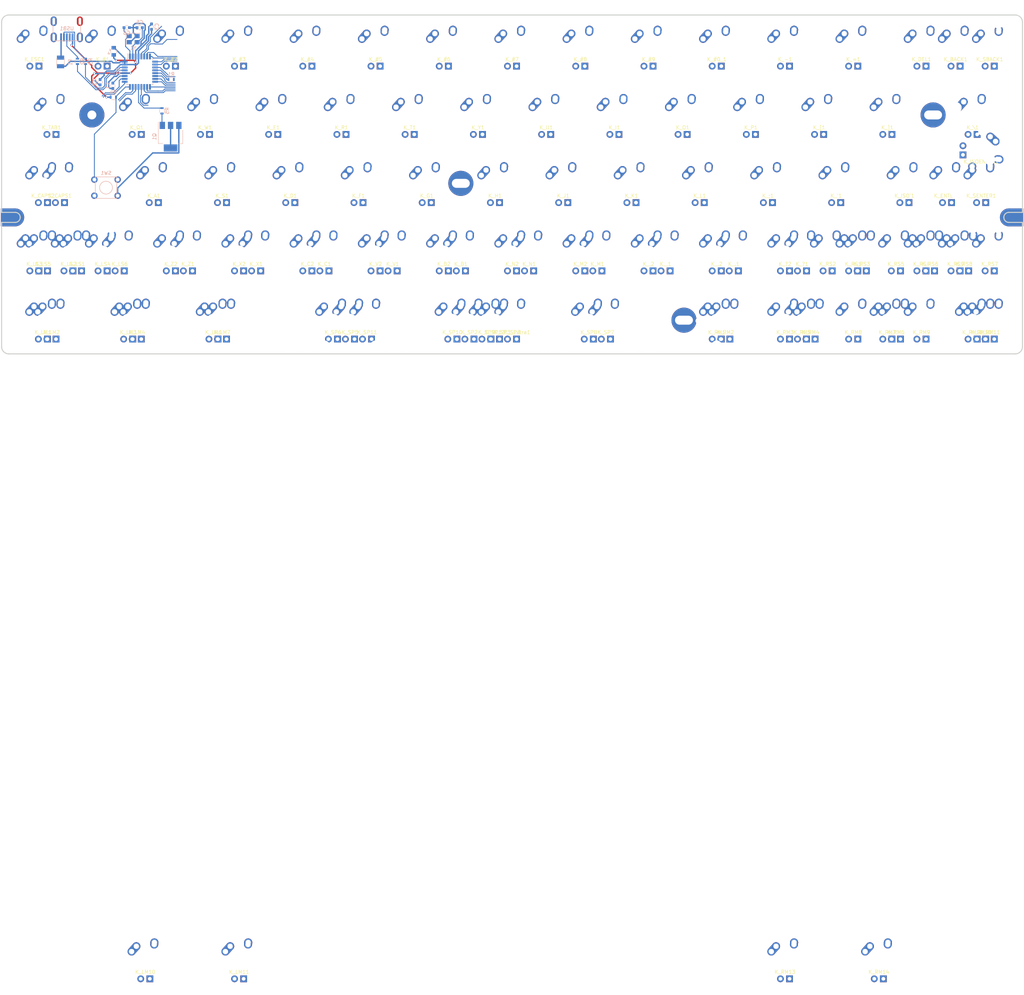
<source format=kicad_pcb>
(kicad_pcb (version 4) (host pcbnew 4.0.6)
  (layers (0 F.Cu signal) (31 B.Cu signal) (34 B.Paste user) (35 F.Paste user) (36 B.SilkS user) (37 F.SilkS user) (38 B.Mask user) (39 F.Mask user) (44 Edge.Cuts user))
  (net 0 "")
  (net 1 "Net-(K_#0_1-Pad3)")
  (net 2 LEDGND)
  (net 3 "Net-(K_#1-Pad3)")
  (net 4 "Net-(K_#2-Pad3)")
  (net 5 "Net-(K_#3-Pad3)")
  (net 6 "Net-(K_#4-Pad3)")
  (net 7 "Net-(K_#5-Pad3)")
  (net 8 "Net-(K_#6-Pad3)")
  (net 9 "Net-(K_#7-Pad3)")
  (net 10 "Net-(K_#8-Pad3)")
  (net 11 "Net-(K_#9-Pad3)")
  (net 12 "Net-(K_'1-Pad3)")
  (net 13 "Net-(K_,1-Pad3)")
  (net 14 "Net-(K_-1-Pad3)")
  (net 15 "Net-(K_.1-Pad3)")
  (net 16 "Net-(K_;1-Pad3)")
  (net 17 "Net-(K_=1-Pad3)")
  (net 18 "Net-(K_A1-Pad3)")
  (net 19 "Net-(K_B1-Pad3)")
  (net 20 "Net-(K_BACK1-Pad3)")
  (net 21 "Net-(K_C1-Pad3)")
  (net 22 "Net-(K_CAPS1-Pad3)")
  (net 23 "Net-(K_D1-Pad3)")
  (net 24 "Net-(K_E1-Pad3)")
  (net 25 "Net-(K_ENTER1-Pad3)")
  (net 26 "Net-(K_ESC1-Pad3)")
  (net 27 "Net-(K_F1-Pad3)")
  (net 28 "Net-(K_G1-Pad3)")
  (net 29 "Net-(K_H1-Pad3)")
  (net 30 "Net-(K_I1-Pad3)")
  (net 31 "Net-(K_ISO`1-Pad3)")
  (net 32 "Net-(K_J1-Pad3)")
  (net 33 "Net-(K_K1-Pad3)")
  (net 34 "Net-(K_L1-Pad3)")
  (net 35 ROW8)
  (net 36 ROW9)
  (net 37 "Net-(K_LS1-Pad3)")
  (net 38 "Net-(K_LS4-Pad3)")
  (net 39 "Net-(K_M1-Pad3)")
  (net 40 "Net-(K_N1-Pad3)")
  (net 41 "Net-(K_O1-Pad3)")
  (net 42 "Net-(K_P1-Pad3)")
  (net 43 "Net-(K_Q1-Pad3)")
  (net 44 "Net-(K_R1-Pad3)")
  (net 45 "Net-(K_RM1-Pad3)")
  (net 46 "Net-(K_RM10-Pad3)")
  (net 47 "Net-(K_RS1-Pad3)")
  (net 48 "Net-(K_RS4-Pad3)")
  (net 49 "Net-(K_RS7-Pad3)")
  (net 50 "Net-(K_S1-Pad3)")
  (net 51 "Net-(K_SBACK1-Pad3)")
  (net 52 "Net-(K_T1-Pad3)")
  (net 53 "Net-(K_TAB1-Pad3)")
  (net 54 "Net-(K_U1-Pad3)")
  (net 55 "Net-(K_V1-Pad3)")
  (net 56 "Net-(K_W1-Pad3)")
  (net 57 "Net-(K_X1-Pad3)")
  (net 58 "Net-(K_Y1-Pad3)")
  (net 59 "Net-(K_Z1-Pad3)")
  (net 60 "Net-(K_[1-Pad3)")
  (net 61 "Net-(K_\\1-Pad3)")
  (net 62 "Net-(K_]1-Pad3)")
  (net 63 "Net-(C1-Pad1)")
  (net 64 GND)
  (net 65 +5V)
  (net 66 VCC)
  (net 67 "Net-(R1-Pad2)")
  (net 68 "Net-(R2-Pad1)")
  (net 69 DP)
  (net 70 "Net-(R3-Pad1)")
  (net 71 DM)
  (net 72 "Net-(R4-Pad1)")
  (net 73 "Net-(K_?1-Pad3)")
  (net 74 COL4)
  (net 75 COL3)
  (net 76 "Net-(K_SP11-Pad3)")
  (net 77 "Net-(K_SP7-Pad3)")
  (net 78 "Net-(K_LM1-Pad3)")
  (net 79 "Net-(K_LM10-Pad3)")
  (net 80 "Net-(K_LM11-Pad3)")
  (net 81 "Net-(C5-Pad1)")
  (net 82 "Net-(C6-Pad1)")
  (net 83 "Net-(Q1-Pad1)")
  (net 84 "Net-(U1-Pad5)")
  (net 85 "Net-(U1-Pad6)")
  (net 86 "Net-(U1-Pad7)")
  (net 87 "Net-(U1-Pad8)")
  (net 88 "Net-(U1-Pad9)")
  (net 89 "Net-(U1-Pad10)")
  (net 90 "Net-(U1-Pad11)")
  (net 91 "Net-(U1-Pad12)")
  (net 92 "Net-(U1-Pad14)")
  (net 93 "Net-(U1-Pad15)")
  (net 94 "Net-(U1-Pad16)")
  (net 95 "Net-(U1-Pad17)")
  (net 96 "Net-(U1-Pad18)")
  (net 97 "Net-(U1-Pad19)")
  (net 98 RGBLED)
  (net 99 "Net-(U1-Pad22)")
  (net 100 "Net-(U1-Pad23)")
  (net 101 "Net-(U1-Pad25)")
  (net 102 "Net-(U1-Pad26)")
  (net 103 "Net-(R5-Pad2)")
  (net 104 "Net-(K_RM13-Pad3)")
  (net 105 "Net-(K_RM14-Pad3)")
  (net 106 "Net-(D#0_1-Pad2)")
  (net 107 COL5)
  (net 108 "Net-(D#1-Pad2)")
  (net 109 COL1)
  (net 110 "Net-(D#2-Pad2)")
  (net 111 "Net-(D#3-Pad2)")
  (net 112 COL2)
  (net 113 "Net-(D#4-Pad2)")
  (net 114 "Net-(D#5-Pad2)")
  (net 115 "Net-(D#6-Pad2)")
  (net 116 "Net-(D#7-Pad2)")
  (net 117 "Net-(D#8-Pad2)")
  (net 118 "Net-(D#9-Pad2)")
  (net 119 "Net-(D'1-Pad2)")
  (net 120 COL6)
  (net 121 "Net-(D,1-Pad2)")
  (net 122 "Net-(D-1-Pad2)")
  (net 123 "Net-(D.1-Pad2)")
  (net 124 "Net-(D;1-Pad2)")
  (net 125 "Net-(D=1-Pad2)")
  (net 126 "Net-(D?1-Pad2)")
  (net 127 "Net-(DA1-Pad2)")
  (net 128 "Net-(DB1-Pad2)")
  (net 129 "Net-(DDEL1-Pad2)")
  (net 130 COL7)
  (net 131 "Net-(DC1-Pad2)")
  (net 132 "Net-(DCAPS1-Pad2)")
  (net 133 "Net-(DD1-Pad2)")
  (net 134 "Net-(DE1-Pad2)")
  (net 135 "Net-(DENTER1-Pad2)")
  (net 136 "Net-(DESC1-Pad2)")
  (net 137 COL0)
  (net 138 "Net-(DF1-Pad2)")
  (net 139 "Net-(DG1-Pad2)")
  (net 140 "Net-(DH1-Pad2)")
  (net 141 "Net-(DI1-Pad2)")
  (net 142 "Net-(K_ISOENTER1-Pad1)")
  (net 143 "Net-(K_ISOENTER1-Pad2)")
  (net 144 "Net-(K_ISOENTER1-Pad4)")
  (net 145 "Net-(K_ISOENTER1-Pad3)")
  (net 146 "Net-(DISO`1-Pad2)")
  (net 147 "Net-(DJ1-Pad2)")
  (net 148 "Net-(DK1-Pad2)")
  (net 149 "Net-(DL1-Pad2)")
  (net 150 "Net-(DM1-Pad2)")
  (net 151 "Net-(DN1-Pad2)")
  (net 152 "Net-(DO1-Pad2)")
  (net 153 "Net-(DP1-Pad2)")
  (net 154 "Net-(DQ1-Pad2)")
  (net 155 "Net-(DR1-Pad2)")
  (net 156 "Net-(DS1-Pad2)")
  (net 157 "Net-(DSBACK1-Pad2)")
  (net 158 "Net-(K_SENTER1-Pad2)")
  (net 159 "Net-(K_SENTER1-Pad1)")
  (net 160 "Net-(K_SENTER1-Pad3)")
  (net 161 "Net-(K_SENTER1-Pad4)")
  (net 162 "Net-(DT1-Pad2)")
  (net 163 "Net-(DTAB1-Pad2)")
  (net 164 "Net-(DU1-Pad2)")
  (net 165 "Net-(DV1-Pad2)")
  (net 166 "Net-(DW1-Pad2)")
  (net 167 "Net-(DX1-Pad2)")
  (net 168 "Net-(DY1-Pad2)")
  (net 169 "Net-(DZ1-Pad2)")
  (net 170 "Net-(D[1-Pad2)")
  (net 171 "Net-(D\\1-Pad2)")
  (net 172 "Net-(D]1-Pad2)")
  (net 173 "Net-(USB1-Pad2)")
  (net 174 "Net-(DLM1-Pad2)")
  (net 175 "Net-(DLM2-Pad2)")
  (net 176 "Net-(DLM3-Pad2)")
  (net 177 "Net-(DLS1-Pad2)")
  (net 178 "Net-(DLS2-Pad2)")
  (net 179 "Net-(DRM1-Pad2)")
  (net 180 "Net-(DRM2-Pad2)")
  (net 181 "Net-(DRM4-Pad2)")
  (net 182 "Net-(DRM3-Pad2)")
  (net 183 "Net-(DRM5-Pad2)")
  (net 184 "Net-(DRS1-Pad2)")
  (net 185 "Net-(DRS2-Pad2)")
  (net 186 "Net-(DRS3-Pad2)")
  (net 187 "Net-(K_SP10-Pad3)")
  (net 188 "Net-(K_RM8-Pad3)")
  (module Capacitors_SMD:C_0603 (layer B.Cu) (at 43.676 25.273 180)
    (fp_text reference C5 (at 0 1.5 180) (layer B.SilkS) (effects (justify mirror)))
    (fp_text value 22pF)
    (pad 1 smd rect (at -0.75 0 180) (size 0.8 0.75) (layers B.Cu B.Paste B.Mask) (net 81 "Net-(C5-Pad1)"))
    (pad 2 smd rect (at 0.75 0 180) (size 0.8 0.75) (layers B.Cu B.Paste B.Mask) (net 64 GND))
  )
  (module Capacitors_SMD:C_0603 (layer B.Cu) (at 40.0685 25.273)
    (fp_text reference C6 (at 0 1.5) (layer B.SilkS) (effects (justify mirror)))
    (fp_text value 22pF)
    (pad 1 smd rect (at -0.75 0) (size 0.8 0.75) (layers B.Cu B.Paste B.Mask) (net 82 "Net-(C6-Pad1)"))
    (pad 2 smd rect (at 0.75 0) (size 0.8 0.75) (layers B.Cu B.Paste B.Mask) (net 64 GND))
  )
  (module MX_Alps_Hybrid:MX-1U (layer F.Cu) (at 33.3375 30.95625)
    (fp_text reference K_#1 (at 0 3.175) (layer F.SilkS))
    (fp_text value MX-1U)
    (pad 2 thru_hole oval (at 2.5 -4.5 86.0548) (size 2.831378 2.25) (drill 1.47 (offset 0.290689 0)) (layers *.Cu *.Mask) (net 108 "Net-(D#1-Pad2)"))
    (pad 2 thru_hole circle (at 2.54 -5.08) (size 2.25 2.25) (drill 1.47) (layers *.Cu *.Mask) (net 108 "Net-(D#1-Pad2)"))
    (pad 1 thru_hole oval (at -3.81 -2.54 48.09963212) (size 4.211556 2.25) (drill 1.47 (offset 0.980778 0)) (layers *.Cu *.Mask) (net 109 COL1))
    (pad "" np_thru_hole circle (at 0 0) (size 3.9878 3.9878) (drill 3.9878) (layers *.Cu *.Mask))
    (pad 1 thru_hole circle (at -2.5 -4) (size 2.25 2.25) (drill 1.47) (layers *.Cu *.Mask) (net 109 COL1))
    (pad 3 thru_hole circle (at -1.27 5.08) (size 1.905 1.905) (drill 1.04) (layers *.Cu *.Mask) (net 3 "Net-(K_#1-Pad3)"))
    (pad 4 thru_hole rect (at 1.27 5.08) (size 1.905 1.905) (drill 1.04) (layers *.Cu *.Mask) (net 2 LEDGND))
    (pad "" np_thru_hole circle (at -5.08 0 48.0996) (size 1.7018 1.7018) (drill 1.7018) (layers *.Cu *.Mask))
    (pad "" np_thru_hole circle (at 5.08 0 48.0996) (size 1.7018 1.7018) (drill 1.7018) (layers *.Cu *.Mask))
  )
  (module local__lib:60_Outline (layer F.Cu) (at 147.6375 69.05625)
    (fp_text reference REF** hide)
    (fp_text value 60_Outline hide)
    (fp_line (start 138.7 7.8) (end 142.5 7.8) (layer Edge.Cuts) (width 0.3))
    (fp_line (start 138.7 10.6) (end 142.5 10.6) (layer Edge.Cuts) (width 0.3))
    (fp_line (start 142.5 7.8) (end 142.5 -45.3) (layer Edge.Cuts) (width 0.3))
    (fp_line (start 142.5 10.6) (end 142.5 45.3) (layer Edge.Cuts) (width 0.3))
    (fp_arc (start 138.7 9.2) (end 137.3 9.2) (angle -90) (layer Edge.Cuts) (width 0.3))
    (fp_arc (start 138.7 9.2) (end 138.7 7.8) (angle -90) (layer Edge.Cuts) (width 0.3))
    (fp_line (start -142.5 7.8) (end -142.5 -45.3) (layer Edge.Cuts) (width 0.3))
    (fp_line (start -138.7 7.8) (end -142.5 7.8) (layer Edge.Cuts) (width 0.3))
    (fp_arc (start -138.7 9.2) (end -138.7 7.8) (angle 90) (layer Edge.Cuts) (width 0.3))
    (fp_line (start -142.5 10.6) (end -138.7 10.6) (layer Edge.Cuts) (width 0.3))
    (fp_arc (start -138.7 9.2) (end -137.3 9.2) (angle 90) (layer Edge.Cuts) (width 0.3))
    (fp_line (start -142.5 45.3) (end -142.5 10.6) (layer Edge.Cuts) (width 0.3))
    (fp_arc (start 140.5 -45.3) (end 140.5 -47.3) (angle 90) (layer Edge.Cuts) (width 0.3))
    (fp_arc (start 140.5 45.3) (end 142.5 45.3) (angle 90) (layer Edge.Cuts) (width 0.3))
    (fp_arc (start -140.5 45.3) (end -140.5 47.3) (angle 90) (layer Edge.Cuts) (width 0.3))
    (fp_arc (start -140.5 -45.3) (end -142.5 -45.3) (angle 90) (layer Edge.Cuts) (width 0.3))
    (fp_line (start 140.5 -47.3) (end -140.5 -47.3) (layer Edge.Cuts) (width 0.3))
    (fp_line (start -140.5 47.3) (end 140.5 47.3) (layer Edge.Cuts) (width 0.3))
    (pad 1 smd circle (at 138.7 9.2) (size 5.00126 5.00126) (layers F.Cu B.Mask))
    (pad 1 smd rect (at 140.7 9.2) (size 4 5.00126) (layers F.Cu F.Mask))
    (pad 1 smd rect (at 140.7 9.2) (size 4 5.00126) (layers B.Cu B.Mask))
    (pad 1 smd circle (at 138.7 9.2) (size 5.00126 5.00126) (layers B.Cu B.Mask))
    (pad 1 smd rect (at -140.7 9.2) (size 4 5.00126) (layers B.Cu B.Mask))
    (pad 1 smd circle (at -138.7 9.2) (size 5.00126 5.00126) (layers B.Cu B.Mask))
    (pad 1 thru_hole circle (at -117.3 -19.4) (size 7.0013 7.0013) (drill 2.4994) (layers *.Cu *.Mask))
    (pad 1 thru_hole circle (at -14.3 -0.3) (size 7.00024 7.00024) (drill oval 5.00126 2.49936) (layers *.Cu *.Mask))
    (pad 1 thru_hole circle (at 48 37.9) (size 7.00024 7.00024) (drill oval 5.00126 2.49936) (layers *.Cu *.Mask))
    (pad 1 thru_hole circle (at 117.55 -19.4) (size 7.00024 7.00024) (drill oval 5.00126 2.49936) (layers *.Cu *.Mask))
    (pad 1 smd circle (at -138.7 9.2) (size 5.00126 5.00126) (layers F.Cu F.Mask))
    (pad 1 smd rect (at -140.7 9.2) (size 4 5.00126) (layers F.Cu F.Mask))
  )
  (module Capacitors_SMD:C_0603 (layer B.Cu) (at 36.195 41.517 270)
    (fp_text reference C1 (at 0 1.5 270) (layer B.SilkS) (effects (justify mirror)))
    (fp_text value 1uF)
    (pad 1 smd rect (at -0.75 0 270) (size 0.8 0.75) (layers B.Cu B.Paste B.Mask) (net 63 "Net-(C1-Pad1)"))
    (pad 2 smd rect (at 0.75 0 270) (size 0.8 0.75) (layers B.Cu B.Paste B.Mask) (net 64 GND))
  )
  (module Capacitors_SMD:C_0603 (layer B.Cu) (at 32.639 40.525 270)
    (fp_text reference C2 (at 0 1.5 270) (layer B.SilkS) (effects (justify mirror)))
    (fp_text value 100nF)
    (pad 1 smd rect (at -0.75 0 270) (size 0.8 0.75) (layers B.Cu B.Paste B.Mask) (net 65 +5V))
    (pad 2 smd rect (at 0.75 0 270) (size 0.8 0.75) (layers B.Cu B.Paste B.Mask) (net 64 GND))
  )
  (module Capacitors_SMD:C_0603 (layer B.Cu) (at 46.99 25.007 90)
    (fp_text reference C3 (at 0 1.5 90) (layer B.SilkS) (effects (justify mirror)))
    (fp_text value 100nF)
    (pad 1 smd rect (at -0.75 0 90) (size 0.8 0.75) (layers B.Cu B.Paste B.Mask) (net 65 +5V))
    (pad 2 smd rect (at 0.75 0 90) (size 0.8 0.75) (layers B.Cu B.Paste B.Mask) (net 64 GND))
  )
  (module Capacitors_SMD:C_0805 (layer B.Cu) (at 36.449 31.893 270)
    (fp_text reference C4 (at 0 1.5 270) (layer B.SilkS) (effects (justify mirror)))
    (fp_text value 4.7uF)
    (pad 1 smd rect (at -1 0 270) (size 1 1.25) (layers B.Cu B.Paste B.Mask) (net 65 +5V))
    (pad 2 smd rect (at 1 0 270) (size 1 1.25) (layers B.Cu B.Paste B.Mask) (net 64 GND))
  )
  (module Fuse_Holders_and_Fuses:Fuse_SMD1206_Reflow (layer B.Cu) (at 21.59 34.855 90)
    (fp_text reference F1 (at -0.1 2.75 90) (layer B.SilkS) (effects (justify mirror)))
    (fp_text value Polyfuse)
    (pad 1 smd rect (at -1.2 0) (size 2.03 1.14) (layers B.Cu B.Paste B.Mask) (net 65 +5V))
    (pad 2 smd rect (at 1.2 0) (size 2.03 1.14) (layers B.Cu B.Paste B.Mask) (net 66 VCC))
  )
  (module Resistors_SMD:R_0603 (layer B.Cu) (at 52.463 39.751 180)
    (fp_text reference R1 (at 0 1.45 180) (layer B.SilkS) (effects (justify mirror)))
    (fp_text value 10k)
    (pad 1 smd rect (at -0.75 0 180) (size 0.5 0.9) (layers B.Cu B.Paste B.Mask) (net 64 GND))
    (pad 2 smd rect (at 0.75 0 180) (size 0.5 0.9) (layers B.Cu B.Paste B.Mask) (net 67 "Net-(R1-Pad2)"))
  )
  (module Resistors_SMD:R_0603 (layer B.Cu) (at 26.32075 34.69075 90)
    (fp_text reference R2 (at 0 1.45 90) (layer B.SilkS) (effects (justify mirror)))
    (fp_text value 22)
    (pad 1 smd rect (at -0.75 0 90) (size 0.5 0.9) (layers B.Cu B.Paste B.Mask) (net 68 "Net-(R2-Pad1)"))
    (pad 2 smd rect (at 0.75 0 90) (size 0.5 0.9) (layers B.Cu B.Paste B.Mask) (net 69 DP))
  )
  (module Resistors_SMD:R_0603 (layer B.Cu) (at 28.54325 34.69075 90)
    (fp_text reference R3 (at 0 1.45 90) (layer B.SilkS) (effects (justify mirror)))
    (fp_text value 22)
    (pad 1 smd rect (at -0.75 0 90) (size 0.5 0.9) (layers B.Cu B.Paste B.Mask) (net 70 "Net-(R3-Pad1)"))
    (pad 2 smd rect (at 0.75 0 90) (size 0.5 0.9) (layers B.Cu B.Paste B.Mask) (net 71 DM))
  )
  (module Resistors_SMD:R_0603 (layer B.Cu) (at 36.322 44.704 180)
    (fp_text reference R4 (at 0 1.45 180) (layer B.SilkS) (effects (justify mirror)))
    (fp_text value 10k)
    (pad 1 smd rect (at -0.75 0 180) (size 0.5 0.9) (layers B.Cu B.Paste B.Mask) (net 72 "Net-(R4-Pad1)"))
    (pad 2 smd rect (at 0.75 0 180) (size 0.5 0.9) (layers B.Cu B.Paste B.Mask) (net 65 +5V))
  )
  (module TO_SOT_Packages_SMD:SOT-223-3Lead_TabPin2 (layer B.Cu) (at 52.31 55.728 270)
    (fp_text reference Q1 (at 0 4.5 270) (layer B.SilkS) (effects (justify mirror)))
    (fp_text value NSS40301MZ4T1G)
    (pad 2 smd rect (at 3.15 0 270) (size 2 3.8) (layers B.Cu B.Paste B.Mask) (net 2 LEDGND))
    (pad 2 smd rect (at -3.15 0 270) (size 2 1.5) (layers B.Cu B.Paste B.Mask) (net 2 LEDGND))
    (pad 3 smd rect (at -3.15 -2.3 270) (size 2 1.5) (layers B.Cu B.Paste B.Mask) (net 64 GND))
    (pad 1 smd rect (at -3.15 2.3 270) (size 2 1.5) (layers B.Cu B.Paste B.Mask) (net 83 "Net-(Q1-Pad1)"))
  )
  (module Housings_QFP:TQFP-32_7x7mm_Pitch0.8mm (layer B.Cu) (at 43.75125 37.5875 270)
    (fp_text reference U1 (at 0 6.05 270) (layer B.SilkS) (effects (justify mirror)))
    (fp_text value ATMEGA32U2-AU)
    (pad 1 smd rect (at -4.25 2.8 270) (size 1.6 0.55) (layers B.Cu B.Paste B.Mask) (net 82 "Net-(C6-Pad1)"))
    (pad 2 smd rect (at -4.25 2 270) (size 1.6 0.55) (layers B.Cu B.Paste B.Mask) (net 81 "Net-(C5-Pad1)"))
    (pad 3 smd rect (at -4.25 1.2 270) (size 1.6 0.55) (layers B.Cu B.Paste B.Mask) (net 64 GND))
    (pad 4 smd rect (at -4.25 0.4 270) (size 1.6 0.55) (layers B.Cu B.Paste B.Mask) (net 65 +5V))
    (pad 5 smd rect (at -4.25 -0.4 270) (size 1.6 0.55) (layers B.Cu B.Paste B.Mask) (net 84 "Net-(U1-Pad5)"))
    (pad 6 smd rect (at -4.25 -1.2 270) (size 1.6 0.55) (layers B.Cu B.Paste B.Mask) (net 85 "Net-(U1-Pad6)"))
    (pad 7 smd rect (at -4.25 -2 270) (size 1.6 0.55) (layers B.Cu B.Paste B.Mask) (net 86 "Net-(U1-Pad7)"))
    (pad 8 smd rect (at -4.25 -2.8 270) (size 1.6 0.55) (layers B.Cu B.Paste B.Mask) (net 87 "Net-(U1-Pad8)"))
    (pad 9 smd rect (at -2.8 -4.25 180) (size 1.6 0.55) (layers B.Cu B.Paste B.Mask) (net 88 "Net-(U1-Pad9)"))
    (pad 10 smd rect (at -2 -4.25 180) (size 1.6 0.55) (layers B.Cu B.Paste B.Mask) (net 89 "Net-(U1-Pad10)"))
    (pad 11 smd rect (at -1.2 -4.25 180) (size 1.6 0.55) (layers B.Cu B.Paste B.Mask) (net 90 "Net-(U1-Pad11)"))
    (pad 12 smd rect (at -0.4 -4.25 180) (size 1.6 0.55) (layers B.Cu B.Paste B.Mask) (net 91 "Net-(U1-Pad12)"))
    (pad 13 smd rect (at 0.4 -4.25 180) (size 1.6 0.55) (layers B.Cu B.Paste B.Mask) (net 67 "Net-(R1-Pad2)"))
    (pad 14 smd rect (at 1.2 -4.25 180) (size 1.6 0.55) (layers B.Cu B.Paste B.Mask) (net 92 "Net-(U1-Pad14)"))
    (pad 15 smd rect (at 2 -4.25 180) (size 1.6 0.55) (layers B.Cu B.Paste B.Mask) (net 93 "Net-(U1-Pad15)"))
    (pad 16 smd rect (at 2.8 -4.25 180) (size 1.6 0.55) (layers B.Cu B.Paste B.Mask) (net 94 "Net-(U1-Pad16)"))
    (pad 17 smd rect (at 4.25 -2.8 270) (size 1.6 0.55) (layers B.Cu B.Paste B.Mask) (net 95 "Net-(U1-Pad17)"))
    (pad 18 smd rect (at 4.25 -2 270) (size 1.6 0.55) (layers B.Cu B.Paste B.Mask) (net 96 "Net-(U1-Pad18)"))
    (pad 19 smd rect (at 4.25 -1.2 270) (size 1.6 0.55) (layers B.Cu B.Paste B.Mask) (net 97 "Net-(U1-Pad19)"))
    (pad 20 smd rect (at 4.25 -0.4 270) (size 1.6 0.55) (layers B.Cu B.Paste B.Mask) (net 98 RGBLED))
    (pad 21 smd rect (at 4.25 0.4 270) (size 1.6 0.55) (layers B.Cu B.Paste B.Mask) (net 103 "Net-(R5-Pad2)"))
    (pad 22 smd rect (at 4.25 1.2 270) (size 1.6 0.55) (layers B.Cu B.Paste B.Mask) (net 99 "Net-(U1-Pad22)"))
    (pad 23 smd rect (at 4.25 2 270) (size 1.6 0.55) (layers B.Cu B.Paste B.Mask) (net 100 "Net-(U1-Pad23)"))
    (pad 24 smd rect (at 4.25 2.8 270) (size 1.6 0.55) (layers B.Cu B.Paste B.Mask) (net 72 "Net-(R4-Pad1)"))
    (pad 25 smd rect (at 2.8 4.25 180) (size 1.6 0.55) (layers B.Cu B.Paste B.Mask) (net 101 "Net-(U1-Pad25)"))
    (pad 26 smd rect (at 2 4.25 180) (size 1.6 0.55) (layers B.Cu B.Paste B.Mask) (net 102 "Net-(U1-Pad26)"))
    (pad 27 smd rect (at 1.2 4.25 180) (size 1.6 0.55) (layers B.Cu B.Paste B.Mask) (net 63 "Net-(C1-Pad1)"))
    (pad 28 smd rect (at 0.4 4.25 180) (size 1.6 0.55) (layers B.Cu B.Paste B.Mask) (net 64 GND))
    (pad 29 smd rect (at -0.4 4.25 180) (size 1.6 0.55) (layers B.Cu B.Paste B.Mask) (net 68 "Net-(R2-Pad1)"))
    (pad 30 smd rect (at -1.2 4.25 180) (size 1.6 0.55) (layers B.Cu B.Paste B.Mask) (net 70 "Net-(R3-Pad1)"))
    (pad 31 smd rect (at -2 4.25 180) (size 1.6 0.55) (layers B.Cu B.Paste B.Mask) (net 65 +5V))
    (pad 32 smd rect (at -2.8 4.25 180) (size 1.6 0.55) (layers B.Cu B.Paste B.Mask) (net 65 +5V))
  )
  (module Crystals:Crystal_SMD_3225-4pin_3.2x2.5mm (layer B.Cu) (at 41.867 28.487)
    (fp_text reference Y1 (at 0 2.45) (layer B.SilkS) (effects (justify mirror)))
    (fp_text value Crystal_GND24)
    (pad 1 smd rect (at -1.1 -0.85) (size 1.4 1.2) (layers B.Cu B.Paste B.Mask) (net 82 "Net-(C6-Pad1)"))
    (pad 2 smd rect (at 1.1 -0.85) (size 1.4 1.2) (layers B.Cu B.Paste B.Mask) (net 64 GND))
    (pad 3 smd rect (at 1.1 0.85) (size 1.4 1.2) (layers B.Cu B.Paste B.Mask) (net 81 "Net-(C5-Pad1)"))
    (pad 4 smd rect (at -1.1 0.85) (size 1.4 1.2) (layers B.Cu B.Paste B.Mask) (net 64 GND))
  )
  (module Resistors_SMD:R_0603 (layer B.Cu) (at 49.911 48.502 90)
    (fp_text reference R5 (at 0 1.45 90) (layer B.SilkS) (effects (justify mirror)))
    (fp_text value 1.5k)
    (pad 1 smd rect (at -0.75 0 90) (size 0.5 0.9) (layers B.Cu B.Paste B.Mask) (net 83 "Net-(Q1-Pad1)"))
    (pad 2 smd rect (at 0.75 0 90) (size 0.5 0.9) (layers B.Cu B.Paste B.Mask) (net 103 "Net-(R5-Pad2)"))
  )
  (module MX_Alps_Hybrid:MX-2U (layer F.Cu) (at 271.4625 88.10625)
    (fp_text reference K_RS9 (at 0 3.175) (layer F.SilkS))
    (fp_text value MX-2U)
    (pad 2 thru_hole oval (at 2.5 -4.5 86.0548) (size 2.831378 2.25) (drill 1.47 (offset 0.290689 0)) (layers *.Cu *.Mask) (net 186 "Net-(DRS3-Pad2)"))
    (pad 2 thru_hole circle (at 2.54 -5.08) (size 2.25 2.25) (drill 1.47) (layers *.Cu *.Mask) (net 186 "Net-(DRS3-Pad2)"))
    (pad 1 thru_hole oval (at -3.81 -2.54 48.09963212) (size 4.211556 2.25) (drill 1.47 (offset 0.980778 0)) (layers *.Cu *.Mask) (net 130 COL7))
    (pad "" np_thru_hole circle (at 0 0) (size 3.9878 3.9878) (drill 3.9878) (layers *.Cu *.Mask))
    (pad 1 thru_hole circle (at -2.5 -4) (size 2.25 2.25) (drill 1.47) (layers *.Cu *.Mask) (net 130 COL7))
    (pad 3 thru_hole circle (at -1.27 5.08) (size 1.905 1.905) (drill 1.04) (layers *.Cu *.Mask) (net 49 "Net-(K_RS7-Pad3)"))
    (pad 4 thru_hole rect (at 1.27 5.08) (size 1.905 1.905) (drill 1.04) (layers *.Cu *.Mask) (net 2 LEDGND))
    (pad "" np_thru_hole circle (at -5.08 0 48.0996) (size 1.7018 1.7018) (drill 1.7018) (layers *.Cu *.Mask))
    (pad "" np_thru_hole circle (at 5.08 0 48.0996) (size 1.7018 1.7018) (drill 1.7018) (layers *.Cu *.Mask))
    (pad "" np_thru_hole circle (at -11.90625 -6.985) (size 3.048 3.048) (drill 3.048) (layers *.Cu *.Mask))
    (pad "" np_thru_hole circle (at 11.90625 -6.985) (size 3.048 3.048) (drill 3.048) (layers *.Cu *.Mask))
    (pad "" np_thru_hole circle (at -11.90625 8.255) (size 3.9878 3.9878) (drill 3.9878) (layers *.Cu *.Mask))
    (pad "" np_thru_hole circle (at 11.90625 8.255) (size 3.9878 3.9878) (drill 3.9878) (layers *.Cu *.Mask))
  )
  (module MX_Alps_Hybrid:MX-2U (layer F.Cu) (at 23.8125 88.10625)
    (fp_text reference K_LS2 (at 0 3.175) (layer F.SilkS))
    (fp_text value MX-2U)
    (pad 2 thru_hole oval (at 2.5 -4.5 86.0548) (size 2.831378 2.25) (drill 1.47 (offset 0.290689 0)) (layers *.Cu *.Mask) (net 177 "Net-(DLS1-Pad2)"))
    (pad 2 thru_hole circle (at 2.54 -5.08) (size 2.25 2.25) (drill 1.47) (layers *.Cu *.Mask) (net 177 "Net-(DLS1-Pad2)"))
    (pad 1 thru_hole oval (at -3.81 -2.54 48.09963212) (size 4.211556 2.25) (drill 1.47 (offset 0.980778 0)) (layers *.Cu *.Mask) (net 137 COL0))
    (pad "" np_thru_hole circle (at 0 0) (size 3.9878 3.9878) (drill 3.9878) (layers *.Cu *.Mask))
    (pad 1 thru_hole circle (at -2.5 -4) (size 2.25 2.25) (drill 1.47) (layers *.Cu *.Mask) (net 137 COL0))
    (pad 3 thru_hole circle (at -1.27 5.08) (size 1.905 1.905) (drill 1.04) (layers *.Cu *.Mask) (net 37 "Net-(K_LS1-Pad3)"))
    (pad 4 thru_hole rect (at 1.27 5.08) (size 1.905 1.905) (drill 1.04) (layers *.Cu *.Mask) (net 2 LEDGND))
    (pad "" np_thru_hole circle (at -5.08 0 48.0996) (size 1.7018 1.7018) (drill 1.7018) (layers *.Cu *.Mask))
    (pad "" np_thru_hole circle (at 5.08 0 48.0996) (size 1.7018 1.7018) (drill 1.7018) (layers *.Cu *.Mask))
    (pad "" np_thru_hole circle (at -11.90625 -6.985) (size 3.048 3.048) (drill 3.048) (layers *.Cu *.Mask))
    (pad "" np_thru_hole circle (at 11.90625 -6.985) (size 3.048 3.048) (drill 3.048) (layers *.Cu *.Mask))
    (pad "" np_thru_hole circle (at -11.90625 8.255) (size 3.9878 3.9878) (drill 3.9878) (layers *.Cu *.Mask))
    (pad "" np_thru_hole circle (at 11.90625 8.255) (size 3.9878 3.9878) (drill 3.9878) (layers *.Cu *.Mask))
  )
  (module MX_Alps_Hybrid:MX-1.5U (layer F.Cu) (at 223.8375 285.75)
    (fp_text reference K_RM13 (at 0 3.175) (layer F.SilkS))
    (fp_text value MX-1.5U)
    (pad 2 thru_hole oval (at 2.5 -4.5 86.0548) (size 2.831378 2.25) (drill 1.47 (offset 0.290689 0)) (layers *.Cu *.Mask) (net 180 "Net-(DRM2-Pad2)"))
    (pad 2 thru_hole circle (at 2.54 -5.08) (size 2.25 2.25) (drill 1.47) (layers *.Cu *.Mask) (net 180 "Net-(DRM2-Pad2)"))
    (pad 1 thru_hole oval (at -3.81 -2.54 48.09963212) (size 4.211556 2.25) (drill 1.47 (offset 0.980778 0)) (layers *.Cu *.Mask) (net 120 COL6))
    (pad "" np_thru_hole circle (at 0 0) (size 3.9878 3.9878) (drill 3.9878) (layers *.Cu *.Mask))
    (pad 1 thru_hole circle (at -2.5 -4) (size 2.25 2.25) (drill 1.47) (layers *.Cu *.Mask) (net 120 COL6))
    (pad 3 thru_hole circle (at -1.27 5.08) (size 1.905 1.905) (drill 1.04) (layers *.Cu *.Mask) (net 104 "Net-(K_RM13-Pad3)"))
    (pad 4 thru_hole rect (at 1.27 5.08) (size 1.905 1.905) (drill 1.04) (layers *.Cu *.Mask) (net 2 LEDGND))
    (pad "" np_thru_hole circle (at -5.08 0 48.0996) (size 1.7018 1.7018) (drill 1.7018) (layers *.Cu *.Mask))
    (pad "" np_thru_hole circle (at 5.08 0 48.0996) (size 1.7018 1.7018) (drill 1.7018) (layers *.Cu *.Mask))
  )
  (module MX_Alps_Hybrid:MX-1.5U (layer F.Cu) (at 71.4375 285.75)
    (fp_text reference K_LM11 (at 0 3.175) (layer F.SilkS))
    (fp_text value MX-1.5U)
    (pad 2 thru_hole oval (at 2.5 -4.5 86.0548) (size 2.831378 2.25) (drill 1.47 (offset 0.290689 0)) (layers *.Cu *.Mask) (net 176 "Net-(DLM3-Pad2)"))
    (pad 2 thru_hole circle (at 2.54 -5.08) (size 2.25 2.25) (drill 1.47) (layers *.Cu *.Mask) (net 176 "Net-(DLM3-Pad2)"))
    (pad 1 thru_hole oval (at -3.81 -2.54 48.09963212) (size 4.211556 2.25) (drill 1.47 (offset 0.980778 0)) (layers *.Cu *.Mask) (net 109 COL1))
    (pad "" np_thru_hole circle (at 0 0) (size 3.9878 3.9878) (drill 3.9878) (layers *.Cu *.Mask))
    (pad 1 thru_hole circle (at -2.5 -4) (size 2.25 2.25) (drill 1.47) (layers *.Cu *.Mask) (net 109 COL1))
    (pad 3 thru_hole circle (at -1.27 5.08) (size 1.905 1.905) (drill 1.04) (layers *.Cu *.Mask) (net 80 "Net-(K_LM11-Pad3)"))
    (pad 4 thru_hole rect (at 1.27 5.08) (size 1.905 1.905) (drill 1.04) (layers *.Cu *.Mask) (net 2 LEDGND))
    (pad "" np_thru_hole circle (at -5.08 0 48.0996) (size 1.7018 1.7018) (drill 1.7018) (layers *.Cu *.Mask))
    (pad "" np_thru_hole circle (at 5.08 0 48.0996) (size 1.7018 1.7018) (drill 1.7018) (layers *.Cu *.Mask))
  )
  (module MX_Alps_Hybrid:MX-1.5U (layer F.Cu) (at 66.675 107.15625)
    (fp_text reference K_LM7 (at 0 3.175) (layer F.SilkS))
    (fp_text value MX-1.5U)
    (pad 2 thru_hole oval (at 2.5 -4.5 86.0548) (size 2.831378 2.25) (drill 1.47 (offset 0.290689 0)) (layers *.Cu *.Mask) (net 176 "Net-(DLM3-Pad2)"))
    (pad 2 thru_hole circle (at 2.54 -5.08) (size 2.25 2.25) (drill 1.47) (layers *.Cu *.Mask) (net 176 "Net-(DLM3-Pad2)"))
    (pad 1 thru_hole oval (at -3.81 -2.54 48.09963212) (size 4.211556 2.25) (drill 1.47 (offset 0.980778 0)) (layers *.Cu *.Mask) (net 109 COL1))
    (pad "" np_thru_hole circle (at 0 0) (size 3.9878 3.9878) (drill 3.9878) (layers *.Cu *.Mask))
    (pad 1 thru_hole circle (at -2.5 -4) (size 2.25 2.25) (drill 1.47) (layers *.Cu *.Mask) (net 109 COL1))
    (pad 3 thru_hole circle (at -1.27 5.08) (size 1.905 1.905) (drill 1.04) (layers *.Cu *.Mask) (net 80 "Net-(K_LM11-Pad3)"))
    (pad 4 thru_hole rect (at 1.27 5.08) (size 1.905 1.905) (drill 1.04) (layers *.Cu *.Mask) (net 2 LEDGND))
    (pad "" np_thru_hole circle (at -5.08 0 48.0996) (size 1.7018 1.7018) (drill 1.7018) (layers *.Cu *.Mask))
    (pad "" np_thru_hole circle (at 5.08 0 48.0996) (size 1.7018 1.7018) (drill 1.7018) (layers *.Cu *.Mask))
  )
  (module MX_Alps_Hybrid:MX-1.5U (layer F.Cu) (at 19.05 107.15625)
    (fp_text reference K_LM2 (at 0 3.175) (layer F.SilkS))
    (fp_text value MX-1.5U)
    (pad 2 thru_hole oval (at 2.5 -4.5 86.0548) (size 2.831378 2.25) (drill 1.47 (offset 0.290689 0)) (layers *.Cu *.Mask) (net 174 "Net-(DLM1-Pad2)"))
    (pad 2 thru_hole circle (at 2.54 -5.08) (size 2.25 2.25) (drill 1.47) (layers *.Cu *.Mask) (net 174 "Net-(DLM1-Pad2)"))
    (pad 1 thru_hole oval (at -3.81 -2.54 48.09963212) (size 4.211556 2.25) (drill 1.47 (offset 0.980778 0)) (layers *.Cu *.Mask) (net 137 COL0))
    (pad "" np_thru_hole circle (at 0 0) (size 3.9878 3.9878) (drill 3.9878) (layers *.Cu *.Mask))
    (pad 1 thru_hole circle (at -2.5 -4) (size 2.25 2.25) (drill 1.47) (layers *.Cu *.Mask) (net 137 COL0))
    (pad 3 thru_hole circle (at -1.27 5.08) (size 1.905 1.905) (drill 1.04) (layers *.Cu *.Mask) (net 78 "Net-(K_LM1-Pad3)"))
    (pad 4 thru_hole rect (at 1.27 5.08) (size 1.905 1.905) (drill 1.04) (layers *.Cu *.Mask) (net 2 LEDGND))
    (pad "" np_thru_hole circle (at -5.08 0 48.0996) (size 1.7018 1.7018) (drill 1.7018) (layers *.Cu *.Mask))
    (pad "" np_thru_hole circle (at 5.08 0 48.0996) (size 1.7018 1.7018) (drill 1.7018) (layers *.Cu *.Mask))
  )
  (module MX_Alps_Hybrid:MX-1.5U (layer F.Cu) (at 276.225 107.15625)
    (fp_text reference K_RM12 (at 0 3.175) (layer F.SilkS))
    (fp_text value MX-1.5U)
    (pad 2 thru_hole oval (at 2.5 -4.5 86.0548) (size 2.831378 2.25) (drill 1.47 (offset 0.290689 0)) (layers *.Cu *.Mask) (net 183 "Net-(DRM5-Pad2)"))
    (pad 2 thru_hole circle (at 2.54 -5.08) (size 2.25 2.25) (drill 1.47) (layers *.Cu *.Mask) (net 183 "Net-(DRM5-Pad2)"))
    (pad 1 thru_hole oval (at -3.81 -2.54 48.09963212) (size 4.211556 2.25) (drill 1.47 (offset 0.980778 0)) (layers *.Cu *.Mask) (net 130 COL7))
    (pad "" np_thru_hole circle (at 0 0) (size 3.9878 3.9878) (drill 3.9878) (layers *.Cu *.Mask))
    (pad 1 thru_hole circle (at -2.5 -4) (size 2.25 2.25) (drill 1.47) (layers *.Cu *.Mask) (net 130 COL7))
    (pad 3 thru_hole circle (at -1.27 5.08) (size 1.905 1.905) (drill 1.04) (layers *.Cu *.Mask) (net 46 "Net-(K_RM10-Pad3)"))
    (pad 4 thru_hole rect (at 1.27 5.08) (size 1.905 1.905) (drill 1.04) (layers *.Cu *.Mask) (net 2 LEDGND))
    (pad "" np_thru_hole circle (at -5.08 0 48.0996) (size 1.7018 1.7018) (drill 1.7018) (layers *.Cu *.Mask))
    (pad "" np_thru_hole circle (at 5.08 0 48.0996) (size 1.7018 1.7018) (drill 1.7018) (layers *.Cu *.Mask))
  )
  (module MX_Alps_Hybrid:MX-1.5U (layer F.Cu) (at 228.6 107.15625)
    (fp_text reference K_RM5 (at 0 3.175) (layer F.SilkS))
    (fp_text value MX-1.5U)
    (pad 2 thru_hole oval (at 2.5 -4.5 86.0548) (size 2.831378 2.25) (drill 1.47 (offset 0.290689 0)) (layers *.Cu *.Mask) (net 180 "Net-(DRM2-Pad2)"))
    (pad 2 thru_hole circle (at 2.54 -5.08) (size 2.25 2.25) (drill 1.47) (layers *.Cu *.Mask) (net 180 "Net-(DRM2-Pad2)"))
    (pad 1 thru_hole oval (at -3.81 -2.54 48.09963212) (size 4.211556 2.25) (drill 1.47 (offset 0.980778 0)) (layers *.Cu *.Mask) (net 120 COL6))
    (pad "" np_thru_hole circle (at 0 0) (size 3.9878 3.9878) (drill 3.9878) (layers *.Cu *.Mask))
    (pad 1 thru_hole circle (at -2.5 -4) (size 2.25 2.25) (drill 1.47) (layers *.Cu *.Mask) (net 120 COL6))
    (pad 3 thru_hole circle (at -1.27 5.08) (size 1.905 1.905) (drill 1.04) (layers *.Cu *.Mask) (net 104 "Net-(K_RM13-Pad3)"))
    (pad 4 thru_hole rect (at 1.27 5.08) (size 1.905 1.905) (drill 1.04) (layers *.Cu *.Mask) (net 2 LEDGND))
    (pad "" np_thru_hole circle (at -5.08 0 48.0996) (size 1.7018 1.7018) (drill 1.7018) (layers *.Cu *.Mask))
    (pad "" np_thru_hole circle (at 5.08 0 48.0996) (size 1.7018 1.7018) (drill 1.7018) (layers *.Cu *.Mask))
  )
  (module MX_Alps_Hybrid:MX-1.25U (layer F.Cu) (at 250.03125 285.75)
    (fp_text reference K_RM14 (at 0 3.175) (layer F.SilkS))
    (fp_text value MX-1.25U)
    (pad 2 thru_hole oval (at 2.5 -4.5 86.0548) (size 2.831378 2.25) (drill 1.47 (offset 0.290689 0)) (layers *.Cu *.Mask) (net 181 "Net-(DRM4-Pad2)"))
    (pad 2 thru_hole circle (at 2.54 -5.08) (size 2.25 2.25) (drill 1.47) (layers *.Cu *.Mask) (net 181 "Net-(DRM4-Pad2)"))
    (pad 1 thru_hole oval (at -3.81 -2.54 48.09963212) (size 4.211556 2.25) (drill 1.47 (offset 0.980778 0)) (layers *.Cu *.Mask) (net 130 COL7))
    (pad "" np_thru_hole circle (at 0 0) (size 3.9878 3.9878) (drill 3.9878) (layers *.Cu *.Mask))
    (pad 1 thru_hole circle (at -2.5 -4) (size 2.25 2.25) (drill 1.47) (layers *.Cu *.Mask) (net 130 COL7))
    (pad 3 thru_hole circle (at -1.27 5.08) (size 1.905 1.905) (drill 1.04) (layers *.Cu *.Mask) (net 105 "Net-(K_RM14-Pad3)"))
    (pad 4 thru_hole rect (at 1.27 5.08) (size 1.905 1.905) (drill 1.04) (layers *.Cu *.Mask) (net 2 LEDGND))
    (pad "" np_thru_hole circle (at -5.08 0 48.0996) (size 1.7018 1.7018) (drill 1.7018) (layers *.Cu *.Mask))
    (pad "" np_thru_hole circle (at 5.08 0 48.0996) (size 1.7018 1.7018) (drill 1.7018) (layers *.Cu *.Mask))
  )
  (module MX_Alps_Hybrid:MX-1.25U (layer F.Cu) (at 45.24375 285.75)
    (fp_text reference K_LM10 (at 0 3.175) (layer F.SilkS))
    (fp_text value MX-1.25U)
    (pad 2 thru_hole oval (at 2.5 -4.5 86.0548) (size 2.831378 2.25) (drill 1.47 (offset 0.290689 0)) (layers *.Cu *.Mask) (net 175 "Net-(DLM2-Pad2)"))
    (pad 2 thru_hole circle (at 2.54 -5.08) (size 2.25 2.25) (drill 1.47) (layers *.Cu *.Mask) (net 175 "Net-(DLM2-Pad2)"))
    (pad 1 thru_hole oval (at -3.81 -2.54 48.09963212) (size 4.211556 2.25) (drill 1.47 (offset 0.980778 0)) (layers *.Cu *.Mask) (net 109 COL1))
    (pad "" np_thru_hole circle (at 0 0) (size 3.9878 3.9878) (drill 3.9878) (layers *.Cu *.Mask))
    (pad 1 thru_hole circle (at -2.5 -4) (size 2.25 2.25) (drill 1.47) (layers *.Cu *.Mask) (net 109 COL1))
    (pad 3 thru_hole circle (at -1.27 5.08) (size 1.905 1.905) (drill 1.04) (layers *.Cu *.Mask) (net 79 "Net-(K_LM10-Pad3)"))
    (pad 4 thru_hole rect (at 1.27 5.08) (size 1.905 1.905) (drill 1.04) (layers *.Cu *.Mask) (net 2 LEDGND))
    (pad "" np_thru_hole circle (at -5.08 0 48.0996) (size 1.7018 1.7018) (drill 1.7018) (layers *.Cu *.Mask))
    (pad "" np_thru_hole circle (at 5.08 0 48.0996) (size 1.7018 1.7018) (drill 1.7018) (layers *.Cu *.Mask))
  )
  (module MX_Alps_Hybrid:MX-1.25U (layer F.Cu) (at 64.29375 107.15625)
    (fp_text reference K_LM6 (at 0 3.175) (layer F.SilkS))
    (fp_text value MX-1.25U)
    (pad 2 thru_hole oval (at 2.5 -4.5 86.0548) (size 2.831378 2.25) (drill 1.47 (offset 0.290689 0)) (layers *.Cu *.Mask) (net 176 "Net-(DLM3-Pad2)"))
    (pad 2 thru_hole circle (at 2.54 -5.08) (size 2.25 2.25) (drill 1.47) (layers *.Cu *.Mask) (net 176 "Net-(DLM3-Pad2)"))
    (pad 1 thru_hole oval (at -3.81 -2.54 48.09963212) (size 4.211556 2.25) (drill 1.47 (offset 0.980778 0)) (layers *.Cu *.Mask) (net 109 COL1))
    (pad "" np_thru_hole circle (at 0 0) (size 3.9878 3.9878) (drill 3.9878) (layers *.Cu *.Mask))
    (pad 1 thru_hole circle (at -2.5 -4) (size 2.25 2.25) (drill 1.47) (layers *.Cu *.Mask) (net 109 COL1))
    (pad 3 thru_hole circle (at -1.27 5.08) (size 1.905 1.905) (drill 1.04) (layers *.Cu *.Mask) (net 80 "Net-(K_LM11-Pad3)"))
    (pad 4 thru_hole rect (at 1.27 5.08) (size 1.905 1.905) (drill 1.04) (layers *.Cu *.Mask) (net 2 LEDGND))
    (pad "" np_thru_hole circle (at -5.08 0 48.0996) (size 1.7018 1.7018) (drill 1.7018) (layers *.Cu *.Mask))
    (pad "" np_thru_hole circle (at 5.08 0 48.0996) (size 1.7018 1.7018) (drill 1.7018) (layers *.Cu *.Mask))
  )
  (module MX_Alps_Hybrid:MX-1.25U (layer F.Cu) (at 40.48125 107.15625)
    (fp_text reference K_LM3 (at 0 3.175) (layer F.SilkS))
    (fp_text value MX-1.25U)
    (pad 2 thru_hole oval (at 2.5 -4.5 86.0548) (size 2.831378 2.25) (drill 1.47 (offset 0.290689 0)) (layers *.Cu *.Mask) (net 175 "Net-(DLM2-Pad2)"))
    (pad 2 thru_hole circle (at 2.54 -5.08) (size 2.25 2.25) (drill 1.47) (layers *.Cu *.Mask) (net 175 "Net-(DLM2-Pad2)"))
    (pad 1 thru_hole oval (at -3.81 -2.54 48.09963212) (size 4.211556 2.25) (drill 1.47 (offset 0.980778 0)) (layers *.Cu *.Mask) (net 109 COL1))
    (pad "" np_thru_hole circle (at 0 0) (size 3.9878 3.9878) (drill 3.9878) (layers *.Cu *.Mask))
    (pad 1 thru_hole circle (at -2.5 -4) (size 2.25 2.25) (drill 1.47) (layers *.Cu *.Mask) (net 109 COL1))
    (pad 3 thru_hole circle (at -1.27 5.08) (size 1.905 1.905) (drill 1.04) (layers *.Cu *.Mask) (net 79 "Net-(K_LM10-Pad3)"))
    (pad 4 thru_hole rect (at 1.27 5.08) (size 1.905 1.905) (drill 1.04) (layers *.Cu *.Mask) (net 2 LEDGND))
    (pad "" np_thru_hole circle (at -5.08 0 48.0996) (size 1.7018 1.7018) (drill 1.7018) (layers *.Cu *.Mask))
    (pad "" np_thru_hole circle (at 5.08 0 48.0996) (size 1.7018 1.7018) (drill 1.7018) (layers *.Cu *.Mask))
  )
  (module MX_Alps_Hybrid:MX-1.25U (layer F.Cu) (at 16.66875 107.15625)
    (fp_text reference K_LM1 (at 0 3.175) (layer F.SilkS))
    (fp_text value MX-1.25U)
    (pad 2 thru_hole oval (at 2.5 -4.5 86.0548) (size 2.831378 2.25) (drill 1.47 (offset 0.290689 0)) (layers *.Cu *.Mask) (net 174 "Net-(DLM1-Pad2)"))
    (pad 2 thru_hole circle (at 2.54 -5.08) (size 2.25 2.25) (drill 1.47) (layers *.Cu *.Mask) (net 174 "Net-(DLM1-Pad2)"))
    (pad 1 thru_hole oval (at -3.81 -2.54 48.09963212) (size 4.211556 2.25) (drill 1.47 (offset 0.980778 0)) (layers *.Cu *.Mask) (net 137 COL0))
    (pad "" np_thru_hole circle (at 0 0) (size 3.9878 3.9878) (drill 3.9878) (layers *.Cu *.Mask))
    (pad 1 thru_hole circle (at -2.5 -4) (size 2.25 2.25) (drill 1.47) (layers *.Cu *.Mask) (net 137 COL0))
    (pad 3 thru_hole circle (at -1.27 5.08) (size 1.905 1.905) (drill 1.04) (layers *.Cu *.Mask) (net 78 "Net-(K_LM1-Pad3)"))
    (pad 4 thru_hole rect (at 1.27 5.08) (size 1.905 1.905) (drill 1.04) (layers *.Cu *.Mask) (net 2 LEDGND))
    (pad "" np_thru_hole circle (at -5.08 0 48.0996) (size 1.7018 1.7018) (drill 1.7018) (layers *.Cu *.Mask))
    (pad "" np_thru_hole circle (at 5.08 0 48.0996) (size 1.7018 1.7018) (drill 1.7018) (layers *.Cu *.Mask))
  )
  (module MX_Alps_Hybrid:MX-1.25U (layer F.Cu) (at 245.26875 88.10625)
    (fp_text reference K_RS3 (at 0 3.175) (layer F.SilkS))
    (fp_text value MX-1.25U)
    (pad 2 thru_hole oval (at 2.5 -4.5 86.0548) (size 2.831378 2.25) (drill 1.47 (offset 0.290689 0)) (layers *.Cu *.Mask) (net 184 "Net-(DRS1-Pad2)"))
    (pad 2 thru_hole circle (at 2.54 -5.08) (size 2.25 2.25) (drill 1.47) (layers *.Cu *.Mask) (net 184 "Net-(DRS1-Pad2)"))
    (pad 1 thru_hole oval (at -3.81 -2.54 48.09963212) (size 4.211556 2.25) (drill 1.47 (offset 0.980778 0)) (layers *.Cu *.Mask) (net 120 COL6))
    (pad "" np_thru_hole circle (at 0 0) (size 3.9878 3.9878) (drill 3.9878) (layers *.Cu *.Mask))
    (pad 1 thru_hole circle (at -2.5 -4) (size 2.25 2.25) (drill 1.47) (layers *.Cu *.Mask) (net 120 COL6))
    (pad 3 thru_hole circle (at -1.27 5.08) (size 1.905 1.905) (drill 1.04) (layers *.Cu *.Mask) (net 47 "Net-(K_RS1-Pad3)"))
    (pad 4 thru_hole rect (at 1.27 5.08) (size 1.905 1.905) (drill 1.04) (layers *.Cu *.Mask) (net 2 LEDGND))
    (pad "" np_thru_hole circle (at -5.08 0 48.0996) (size 1.7018 1.7018) (drill 1.7018) (layers *.Cu *.Mask))
    (pad "" np_thru_hole circle (at 5.08 0 48.0996) (size 1.7018 1.7018) (drill 1.7018) (layers *.Cu *.Mask))
  )
  (module MX_Alps_Hybrid:MX-1.25U (layer F.Cu) (at 278.60625 107.15625)
    (fp_text reference K_RM10 (at 0 3.175) (layer F.SilkS))
    (fp_text value MX-1.25U)
    (pad 2 thru_hole oval (at 2.5 -4.5 86.0548) (size 2.831378 2.25) (drill 1.47 (offset 0.290689 0)) (layers *.Cu *.Mask) (net 183 "Net-(DRM5-Pad2)"))
    (pad 2 thru_hole circle (at 2.54 -5.08) (size 2.25 2.25) (drill 1.47) (layers *.Cu *.Mask) (net 183 "Net-(DRM5-Pad2)"))
    (pad 1 thru_hole oval (at -3.81 -2.54 48.09963212) (size 4.211556 2.25) (drill 1.47 (offset 0.980778 0)) (layers *.Cu *.Mask) (net 130 COL7))
    (pad "" np_thru_hole circle (at 0 0) (size 3.9878 3.9878) (drill 3.9878) (layers *.Cu *.Mask))
    (pad 1 thru_hole circle (at -2.5 -4) (size 2.25 2.25) (drill 1.47) (layers *.Cu *.Mask) (net 130 COL7))
    (pad 3 thru_hole circle (at -1.27 5.08) (size 1.905 1.905) (drill 1.04) (layers *.Cu *.Mask) (net 46 "Net-(K_RM10-Pad3)"))
    (pad 4 thru_hole rect (at 1.27 5.08) (size 1.905 1.905) (drill 1.04) (layers *.Cu *.Mask) (net 2 LEDGND))
    (pad "" np_thru_hole circle (at -5.08 0 48.0996) (size 1.7018 1.7018) (drill 1.7018) (layers *.Cu *.Mask))
    (pad "" np_thru_hole circle (at 5.08 0 48.0996) (size 1.7018 1.7018) (drill 1.7018) (layers *.Cu *.Mask))
  )
  (module MX_Alps_Hybrid:MX-1.25U (layer F.Cu) (at 254.79375 107.15625)
    (fp_text reference K_RM6 (at 0 3.175) (layer F.SilkS))
    (fp_text value MX-1.25U)
    (pad 2 thru_hole oval (at 2.5 -4.5 86.0548) (size 2.831378 2.25) (drill 1.47 (offset 0.290689 0)) (layers *.Cu *.Mask) (net 181 "Net-(DRM4-Pad2)"))
    (pad 2 thru_hole circle (at 2.54 -5.08) (size 2.25 2.25) (drill 1.47) (layers *.Cu *.Mask) (net 181 "Net-(DRM4-Pad2)"))
    (pad 1 thru_hole oval (at -3.81 -2.54 48.09963212) (size 4.211556 2.25) (drill 1.47 (offset 0.980778 0)) (layers *.Cu *.Mask) (net 130 COL7))
    (pad "" np_thru_hole circle (at 0 0) (size 3.9878 3.9878) (drill 3.9878) (layers *.Cu *.Mask))
    (pad 1 thru_hole circle (at -2.5 -4) (size 2.25 2.25) (drill 1.47) (layers *.Cu *.Mask) (net 130 COL7))
    (pad 3 thru_hole circle (at -1.27 5.08) (size 1.905 1.905) (drill 1.04) (layers *.Cu *.Mask) (net 105 "Net-(K_RM14-Pad3)"))
    (pad 4 thru_hole rect (at 1.27 5.08) (size 1.905 1.905) (drill 1.04) (layers *.Cu *.Mask) (net 2 LEDGND))
    (pad "" np_thru_hole circle (at -5.08 0 48.0996) (size 1.7018 1.7018) (drill 1.7018) (layers *.Cu *.Mask))
    (pad "" np_thru_hole circle (at 5.08 0 48.0996) (size 1.7018 1.7018) (drill 1.7018) (layers *.Cu *.Mask))
  )
  (module MX_Alps_Hybrid:MX-1.25U (layer F.Cu) (at 230.98125 107.15625)
    (fp_text reference K_RM4 (at 0 3.175) (layer F.SilkS))
    (fp_text value MX-1.25U)
    (pad 2 thru_hole oval (at 2.5 -4.5 86.0548) (size 2.831378 2.25) (drill 1.47 (offset 0.290689 0)) (layers *.Cu *.Mask) (net 180 "Net-(DRM2-Pad2)"))
    (pad 2 thru_hole circle (at 2.54 -5.08) (size 2.25 2.25) (drill 1.47) (layers *.Cu *.Mask) (net 180 "Net-(DRM2-Pad2)"))
    (pad 1 thru_hole oval (at -3.81 -2.54 48.09963212) (size 4.211556 2.25) (drill 1.47 (offset 0.980778 0)) (layers *.Cu *.Mask) (net 120 COL6))
    (pad "" np_thru_hole circle (at 0 0) (size 3.9878 3.9878) (drill 3.9878) (layers *.Cu *.Mask))
    (pad 1 thru_hole circle (at -2.5 -4) (size 2.25 2.25) (drill 1.47) (layers *.Cu *.Mask) (net 120 COL6))
    (pad 3 thru_hole circle (at -1.27 5.08) (size 1.905 1.905) (drill 1.04) (layers *.Cu *.Mask) (net 104 "Net-(K_RM13-Pad3)"))
    (pad 4 thru_hole rect (at 1.27 5.08) (size 1.905 1.905) (drill 1.04) (layers *.Cu *.Mask) (net 2 LEDGND))
    (pad "" np_thru_hole circle (at -5.08 0 48.0996) (size 1.7018 1.7018) (drill 1.7018) (layers *.Cu *.Mask))
    (pad "" np_thru_hole circle (at 5.08 0 48.0996) (size 1.7018 1.7018) (drill 1.7018) (layers *.Cu *.Mask))
  )
  (module MX_Alps_Hybrid:MX-1.25U (layer F.Cu) (at 207.16875 107.15625)
    (fp_text reference K_RM2 (at 0 3.175) (layer F.SilkS))
    (fp_text value MX-1.25U)
    (pad 2 thru_hole oval (at 2.5 -4.5 86.0548) (size 2.831378 2.25) (drill 1.47 (offset 0.290689 0)) (layers *.Cu *.Mask) (net 179 "Net-(DRM1-Pad2)"))
    (pad 2 thru_hole circle (at 2.54 -5.08) (size 2.25 2.25) (drill 1.47) (layers *.Cu *.Mask) (net 179 "Net-(DRM1-Pad2)"))
    (pad 1 thru_hole oval (at -3.81 -2.54 48.09963212) (size 4.211556 2.25) (drill 1.47 (offset 0.980778 0)) (layers *.Cu *.Mask) (net 107 COL5))
    (pad "" np_thru_hole circle (at 0 0) (size 3.9878 3.9878) (drill 3.9878) (layers *.Cu *.Mask))
    (pad 1 thru_hole circle (at -2.5 -4) (size 2.25 2.25) (drill 1.47) (layers *.Cu *.Mask) (net 107 COL5))
    (pad 3 thru_hole circle (at -1.27 5.08) (size 1.905 1.905) (drill 1.04) (layers *.Cu *.Mask) (net 45 "Net-(K_RM1-Pad3)"))
    (pad 4 thru_hole rect (at 1.27 5.08) (size 1.905 1.905) (drill 1.04) (layers *.Cu *.Mask) (net 2 LEDGND))
    (pad "" np_thru_hole circle (at -5.08 0 48.0996) (size 1.7018 1.7018) (drill 1.7018) (layers *.Cu *.Mask))
    (pad "" np_thru_hole circle (at 5.08 0 48.0996) (size 1.7018 1.7018) (drill 1.7018) (layers *.Cu *.Mask))
  )
  (module MX_Alps_Hybrid:MX-1.25U (layer F.Cu) (at 16.66875 88.10625)
    (fp_text reference K_LS5 (at 0 3.175) (layer F.SilkS))
    (fp_text value MX-1.25U-FLIPPED)
    (pad 2 thru_hole oval (at 2.5 -4.5 86.0548) (size 2.831378 2.25) (drill 1.47 (offset 0.290689 0)) (layers *.Cu *.Mask) (net 137 COL0))
    (pad 2 thru_hole circle (at 2.54 -5.08) (size 2.25 2.25) (drill 1.47) (layers *.Cu *.Mask) (net 137 COL0))
    (pad 1 thru_hole oval (at -3.81 -2.54 48.09963212) (size 4.211556 2.25) (drill 1.47 (offset 0.980778 0)) (layers *.Cu *.Mask) (net 177 "Net-(DLS1-Pad2)"))
    (pad "" np_thru_hole circle (at 0 0) (size 3.9878 3.9878) (drill 3.9878) (layers *.Cu *.Mask))
    (pad 1 thru_hole circle (at -2.5 -4) (size 2.25 2.25) (drill 1.47) (layers *.Cu *.Mask) (net 177 "Net-(DLS1-Pad2)"))
    (pad 3 thru_hole circle (at -1.27 5.08) (size 1.905 1.905) (drill 1.04) (layers *.Cu *.Mask) (net 37 "Net-(K_LS1-Pad3)"))
    (pad 4 thru_hole rect (at 1.27 5.08) (size 1.905 1.905) (drill 1.04) (layers *.Cu *.Mask) (net 2 LEDGND))
    (pad "" np_thru_hole circle (at -5.08 0 48.0996) (size 1.7018 1.7018) (drill 1.7018) (layers *.Cu *.Mask))
    (pad "" np_thru_hole circle (at 5.08 0 48.0996) (size 1.7018 1.7018) (drill 1.7018) (layers *.Cu *.Mask))
  )
  (module MX_Alps_Hybrid:MX-1.25U (layer F.Cu) (at 140.49375 107.15625)
    (fp_text reference K_SP9 (at 0 3.175) (layer F.SilkS))
    (fp_text value MX-1.25U)
    (pad 2 thru_hole oval (at 2.5 -4.5 86.0548) (size 2.831378 2.25) (drill 1.47 (offset 0.290689 0)) (layers *.Cu *.Mask) (net 74 COL4))
    (pad 2 thru_hole circle (at 2.54 -5.08) (size 2.25 2.25) (drill 1.47) (layers *.Cu *.Mask) (net 74 COL4))
    (pad 1 thru_hole oval (at -3.81 -2.54 48.09963212) (size 4.211556 2.25) (drill 1.47 (offset 0.980778 0)) (layers *.Cu *.Mask) (net 35 ROW8))
    (pad "" np_thru_hole circle (at 0 0) (size 3.9878 3.9878) (drill 3.9878) (layers *.Cu *.Mask))
    (pad 1 thru_hole circle (at -2.5 -4) (size 2.25 2.25) (drill 1.47) (layers *.Cu *.Mask) (net 35 ROW8))
    (pad 3 thru_hole circle (at -1.27 5.08) (size 1.905 1.905) (drill 1.04) (layers *.Cu *.Mask) (net 187 "Net-(K_SP10-Pad3)"))
    (pad 4 thru_hole rect (at 1.27 5.08) (size 1.905 1.905) (drill 1.04) (layers *.Cu *.Mask) (net 2 LEDGND))
    (pad "" np_thru_hole circle (at -5.08 0 48.0996) (size 1.7018 1.7018) (drill 1.7018) (layers *.Cu *.Mask))
    (pad "" np_thru_hole circle (at 5.08 0 48.0996) (size 1.7018 1.7018) (drill 1.7018) (layers *.Cu *.Mask))
  )
  (module MX_Alps_Hybrid:MX-1.25U (layer F.Cu) (at 130.96875 107.15625)
    (fp_text reference K_SP10 (at 0 3.175) (layer F.SilkS))
    (fp_text value MX-1.25U)
    (pad 2 thru_hole oval (at 2.5 -4.5 86.0548) (size 2.831378 2.25) (drill 1.47 (offset 0.290689 0)) (layers *.Cu *.Mask) (net 74 COL4))
    (pad 2 thru_hole circle (at 2.54 -5.08) (size 2.25 2.25) (drill 1.47) (layers *.Cu *.Mask) (net 74 COL4))
    (pad 1 thru_hole oval (at -3.81 -2.54 48.09963212) (size 4.211556 2.25) (drill 1.47 (offset 0.980778 0)) (layers *.Cu *.Mask) (net 35 ROW8))
    (pad "" np_thru_hole circle (at 0 0) (size 3.9878 3.9878) (drill 3.9878) (layers *.Cu *.Mask))
    (pad 1 thru_hole circle (at -2.5 -4) (size 2.25 2.25) (drill 1.47) (layers *.Cu *.Mask) (net 35 ROW8))
    (pad 3 thru_hole circle (at -1.27 5.08) (size 1.905 1.905) (drill 1.04) (layers *.Cu *.Mask) (net 187 "Net-(K_SP10-Pad3)"))
    (pad 4 thru_hole rect (at 1.27 5.08) (size 1.905 1.905) (drill 1.04) (layers *.Cu *.Mask) (net 2 LEDGND))
    (pad "" np_thru_hole circle (at -5.08 0 48.0996) (size 1.7018 1.7018) (drill 1.7018) (layers *.Cu *.Mask))
    (pad "" np_thru_hole circle (at 5.08 0 48.0996) (size 1.7018 1.7018) (drill 1.7018) (layers *.Cu *.Mask))
  )
  (module MX_Alps_Hybrid:MX-1U (layer F.Cu) (at 142.875 107.15625)
    (fp_text reference K_SP13 (at 0 3.175) (layer F.SilkS))
    (fp_text value MX-1U)
    (pad 2 thru_hole oval (at 2.5 -4.5 86.0548) (size 2.831378 2.25) (drill 1.47 (offset 0.290689 0)) (layers *.Cu *.Mask) (net 74 COL4))
    (pad 2 thru_hole circle (at 2.54 -5.08) (size 2.25 2.25) (drill 1.47) (layers *.Cu *.Mask) (net 74 COL4))
    (pad 1 thru_hole oval (at -3.81 -2.54 48.09963212) (size 4.211556 2.25) (drill 1.47 (offset 0.980778 0)) (layers *.Cu *.Mask) (net 35 ROW8))
    (pad "" np_thru_hole circle (at 0 0) (size 3.9878 3.9878) (drill 3.9878) (layers *.Cu *.Mask))
    (pad 1 thru_hole circle (at -2.5 -4) (size 2.25 2.25) (drill 1.47) (layers *.Cu *.Mask) (net 35 ROW8))
    (pad 3 thru_hole circle (at -1.27 5.08) (size 1.905 1.905) (drill 1.04) (layers *.Cu *.Mask) (net 187 "Net-(K_SP10-Pad3)"))
    (pad 4 thru_hole rect (at 1.27 5.08) (size 1.905 1.905) (drill 1.04) (layers *.Cu *.Mask) (net 2 LEDGND))
    (pad "" np_thru_hole circle (at -5.08 0 48.0996) (size 1.7018 1.7018) (drill 1.7018) (layers *.Cu *.Mask))
    (pad "" np_thru_hole circle (at 5.08 0 48.0996) (size 1.7018 1.7018) (drill 1.7018) (layers *.Cu *.Mask))
  )
  (module MX_Alps_Hybrid:MX-1U (layer F.Cu) (at 204.7875 30.95625)
    (fp_text reference K_#0_1 (at 0 3.175) (layer F.SilkS))
    (fp_text value MX-1U)
    (pad 2 thru_hole oval (at 2.5 -4.5 86.0548) (size 2.831378 2.25) (drill 1.47 (offset 0.290689 0)) (layers *.Cu *.Mask) (net 106 "Net-(D#0_1-Pad2)"))
    (pad 2 thru_hole circle (at 2.54 -5.08) (size 2.25 2.25) (drill 1.47) (layers *.Cu *.Mask) (net 106 "Net-(D#0_1-Pad2)"))
    (pad 1 thru_hole oval (at -3.81 -2.54 48.09963212) (size 4.211556 2.25) (drill 1.47 (offset 0.980778 0)) (layers *.Cu *.Mask) (net 107 COL5))
    (pad "" np_thru_hole circle (at 0 0) (size 3.9878 3.9878) (drill 3.9878) (layers *.Cu *.Mask))
    (pad 1 thru_hole circle (at -2.5 -4) (size 2.25 2.25) (drill 1.47) (layers *.Cu *.Mask) (net 107 COL5))
    (pad 3 thru_hole circle (at -1.27 5.08) (size 1.905 1.905) (drill 1.04) (layers *.Cu *.Mask) (net 1 "Net-(K_#0_1-Pad3)"))
    (pad 4 thru_hole rect (at 1.27 5.08) (size 1.905 1.905) (drill 1.04) (layers *.Cu *.Mask) (net 2 LEDGND))
    (pad "" np_thru_hole circle (at -5.08 0 48.0996) (size 1.7018 1.7018) (drill 1.7018) (layers *.Cu *.Mask))
    (pad "" np_thru_hole circle (at 5.08 0 48.0996) (size 1.7018 1.7018) (drill 1.7018) (layers *.Cu *.Mask))
  )
  (module MX_Alps_Hybrid:MX-1U (layer F.Cu) (at 52.3875 30.95625)
    (fp_text reference K_#2 (at 0 3.175) (layer F.SilkS))
    (fp_text value MX-1U)
    (pad 2 thru_hole oval (at 2.5 -4.5 86.0548) (size 2.831378 2.25) (drill 1.47 (offset 0.290689 0)) (layers *.Cu *.Mask) (net 110 "Net-(D#2-Pad2)"))
    (pad 2 thru_hole circle (at 2.54 -5.08) (size 2.25 2.25) (drill 1.47) (layers *.Cu *.Mask) (net 110 "Net-(D#2-Pad2)"))
    (pad 1 thru_hole oval (at -3.81 -2.54 48.09963212) (size 4.211556 2.25) (drill 1.47 (offset 0.980778 0)) (layers *.Cu *.Mask) (net 109 COL1))
    (pad "" np_thru_hole circle (at 0 0) (size 3.9878 3.9878) (drill 3.9878) (layers *.Cu *.Mask))
    (pad 1 thru_hole circle (at -2.5 -4) (size 2.25 2.25) (drill 1.47) (layers *.Cu *.Mask) (net 109 COL1))
    (pad 3 thru_hole circle (at -1.27 5.08) (size 1.905 1.905) (drill 1.04) (layers *.Cu *.Mask) (net 4 "Net-(K_#2-Pad3)"))
    (pad 4 thru_hole rect (at 1.27 5.08) (size 1.905 1.905) (drill 1.04) (layers *.Cu *.Mask) (net 2 LEDGND))
    (pad "" np_thru_hole circle (at -5.08 0 48.0996) (size 1.7018 1.7018) (drill 1.7018) (layers *.Cu *.Mask))
    (pad "" np_thru_hole circle (at 5.08 0 48.0996) (size 1.7018 1.7018) (drill 1.7018) (layers *.Cu *.Mask))
  )
  (module MX_Alps_Hybrid:MX-1U (layer F.Cu) (at 71.4375 30.95625)
    (fp_text reference K_#3 (at 0 3.175) (layer F.SilkS))
    (fp_text value MX-1U)
    (pad 2 thru_hole oval (at 2.5 -4.5 86.0548) (size 2.831378 2.25) (drill 1.47 (offset 0.290689 0)) (layers *.Cu *.Mask) (net 111 "Net-(D#3-Pad2)"))
    (pad 2 thru_hole circle (at 2.54 -5.08) (size 2.25 2.25) (drill 1.47) (layers *.Cu *.Mask) (net 111 "Net-(D#3-Pad2)"))
    (pad 1 thru_hole oval (at -3.81 -2.54 48.09963212) (size 4.211556 2.25) (drill 1.47 (offset 0.980778 0)) (layers *.Cu *.Mask) (net 112 COL2))
    (pad "" np_thru_hole circle (at 0 0) (size 3.9878 3.9878) (drill 3.9878) (layers *.Cu *.Mask))
    (pad 1 thru_hole circle (at -2.5 -4) (size 2.25 2.25) (drill 1.47) (layers *.Cu *.Mask) (net 112 COL2))
    (pad 3 thru_hole circle (at -1.27 5.08) (size 1.905 1.905) (drill 1.04) (layers *.Cu *.Mask) (net 5 "Net-(K_#3-Pad3)"))
    (pad 4 thru_hole rect (at 1.27 5.08) (size 1.905 1.905) (drill 1.04) (layers *.Cu *.Mask) (net 2 LEDGND))
    (pad "" np_thru_hole circle (at -5.08 0 48.0996) (size 1.7018 1.7018) (drill 1.7018) (layers *.Cu *.Mask))
    (pad "" np_thru_hole circle (at 5.08 0 48.0996) (size 1.7018 1.7018) (drill 1.7018) (layers *.Cu *.Mask))
  )
  (module MX_Alps_Hybrid:MX-1U (layer F.Cu) (at 90.4875 30.95625)
    (fp_text reference K_#4 (at 0 3.175) (layer F.SilkS))
    (fp_text value MX-1U)
    (pad 2 thru_hole oval (at 2.5 -4.5 86.0548) (size 2.831378 2.25) (drill 1.47 (offset 0.290689 0)) (layers *.Cu *.Mask) (net 113 "Net-(D#4-Pad2)"))
    (pad 2 thru_hole circle (at 2.54 -5.08) (size 2.25 2.25) (drill 1.47) (layers *.Cu *.Mask) (net 113 "Net-(D#4-Pad2)"))
    (pad 1 thru_hole oval (at -3.81 -2.54 48.09963212) (size 4.211556 2.25) (drill 1.47 (offset 0.980778 0)) (layers *.Cu *.Mask) (net 112 COL2))
    (pad "" np_thru_hole circle (at 0 0) (size 3.9878 3.9878) (drill 3.9878) (layers *.Cu *.Mask))
    (pad 1 thru_hole circle (at -2.5 -4) (size 2.25 2.25) (drill 1.47) (layers *.Cu *.Mask) (net 112 COL2))
    (pad 3 thru_hole circle (at -1.27 5.08) (size 1.905 1.905) (drill 1.04) (layers *.Cu *.Mask) (net 6 "Net-(K_#4-Pad3)"))
    (pad 4 thru_hole rect (at 1.27 5.08) (size 1.905 1.905) (drill 1.04) (layers *.Cu *.Mask) (net 2 LEDGND))
    (pad "" np_thru_hole circle (at -5.08 0 48.0996) (size 1.7018 1.7018) (drill 1.7018) (layers *.Cu *.Mask))
    (pad "" np_thru_hole circle (at 5.08 0 48.0996) (size 1.7018 1.7018) (drill 1.7018) (layers *.Cu *.Mask))
  )
  (module MX_Alps_Hybrid:MX-1U (layer F.Cu) (at 109.5375 30.95625)
    (fp_text reference K_#5 (at 0 3.175) (layer F.SilkS))
    (fp_text value MX-1U)
    (pad 2 thru_hole oval (at 2.5 -4.5 86.0548) (size 2.831378 2.25) (drill 1.47 (offset 0.290689 0)) (layers *.Cu *.Mask) (net 114 "Net-(D#5-Pad2)"))
    (pad 2 thru_hole circle (at 2.54 -5.08) (size 2.25 2.25) (drill 1.47) (layers *.Cu *.Mask) (net 114 "Net-(D#5-Pad2)"))
    (pad 1 thru_hole oval (at -3.81 -2.54 48.09963212) (size 4.211556 2.25) (drill 1.47 (offset 0.980778 0)) (layers *.Cu *.Mask) (net 75 COL3))
    (pad "" np_thru_hole circle (at 0 0) (size 3.9878 3.9878) (drill 3.9878) (layers *.Cu *.Mask))
    (pad 1 thru_hole circle (at -2.5 -4) (size 2.25 2.25) (drill 1.47) (layers *.Cu *.Mask) (net 75 COL3))
    (pad 3 thru_hole circle (at -1.27 5.08) (size 1.905 1.905) (drill 1.04) (layers *.Cu *.Mask) (net 7 "Net-(K_#5-Pad3)"))
    (pad 4 thru_hole rect (at 1.27 5.08) (size 1.905 1.905) (drill 1.04) (layers *.Cu *.Mask) (net 2 LEDGND))
    (pad "" np_thru_hole circle (at -5.08 0 48.0996) (size 1.7018 1.7018) (drill 1.7018) (layers *.Cu *.Mask))
    (pad "" np_thru_hole circle (at 5.08 0 48.0996) (size 1.7018 1.7018) (drill 1.7018) (layers *.Cu *.Mask))
  )
  (module MX_Alps_Hybrid:MX-1U (layer F.Cu) (at 128.5875 30.95625)
    (fp_text reference K_#6 (at 0 3.175) (layer F.SilkS))
    (fp_text value MX-1U)
    (pad 2 thru_hole oval (at 2.5 -4.5 86.0548) (size 2.831378 2.25) (drill 1.47 (offset 0.290689 0)) (layers *.Cu *.Mask) (net 115 "Net-(D#6-Pad2)"))
    (pad 2 thru_hole circle (at 2.54 -5.08) (size 2.25 2.25) (drill 1.47) (layers *.Cu *.Mask) (net 115 "Net-(D#6-Pad2)"))
    (pad 1 thru_hole oval (at -3.81 -2.54 48.09963212) (size 4.211556 2.25) (drill 1.47 (offset 0.980778 0)) (layers *.Cu *.Mask) (net 75 COL3))
    (pad "" np_thru_hole circle (at 0 0) (size 3.9878 3.9878) (drill 3.9878) (layers *.Cu *.Mask))
    (pad 1 thru_hole circle (at -2.5 -4) (size 2.25 2.25) (drill 1.47) (layers *.Cu *.Mask) (net 75 COL3))
    (pad 3 thru_hole circle (at -1.27 5.08) (size 1.905 1.905) (drill 1.04) (layers *.Cu *.Mask) (net 8 "Net-(K_#6-Pad3)"))
    (pad 4 thru_hole rect (at 1.27 5.08) (size 1.905 1.905) (drill 1.04) (layers *.Cu *.Mask) (net 2 LEDGND))
    (pad "" np_thru_hole circle (at -5.08 0 48.0996) (size 1.7018 1.7018) (drill 1.7018) (layers *.Cu *.Mask))
    (pad "" np_thru_hole circle (at 5.08 0 48.0996) (size 1.7018 1.7018) (drill 1.7018) (layers *.Cu *.Mask))
  )
  (module MX_Alps_Hybrid:MX-1U (layer F.Cu) (at 147.6375 30.95625)
    (fp_text reference K_#7 (at 0 3.175) (layer F.SilkS))
    (fp_text value MX-1U)
    (pad 2 thru_hole oval (at 2.5 -4.5 86.0548) (size 2.831378 2.25) (drill 1.47 (offset 0.290689 0)) (layers *.Cu *.Mask) (net 116 "Net-(D#7-Pad2)"))
    (pad 2 thru_hole circle (at 2.54 -5.08) (size 2.25 2.25) (drill 1.47) (layers *.Cu *.Mask) (net 116 "Net-(D#7-Pad2)"))
    (pad 1 thru_hole oval (at -3.81 -2.54 48.09963212) (size 4.211556 2.25) (drill 1.47 (offset 0.980778 0)) (layers *.Cu *.Mask) (net 74 COL4))
    (pad "" np_thru_hole circle (at 0 0) (size 3.9878 3.9878) (drill 3.9878) (layers *.Cu *.Mask))
    (pad 1 thru_hole circle (at -2.5 -4) (size 2.25 2.25) (drill 1.47) (layers *.Cu *.Mask) (net 74 COL4))
    (pad 3 thru_hole circle (at -1.27 5.08) (size 1.905 1.905) (drill 1.04) (layers *.Cu *.Mask) (net 9 "Net-(K_#7-Pad3)"))
    (pad 4 thru_hole rect (at 1.27 5.08) (size 1.905 1.905) (drill 1.04) (layers *.Cu *.Mask) (net 2 LEDGND))
    (pad "" np_thru_hole circle (at -5.08 0 48.0996) (size 1.7018 1.7018) (drill 1.7018) (layers *.Cu *.Mask))
    (pad "" np_thru_hole circle (at 5.08 0 48.0996) (size 1.7018 1.7018) (drill 1.7018) (layers *.Cu *.Mask))
  )
  (module MX_Alps_Hybrid:MX-1U (layer F.Cu) (at 166.6875 30.95625)
    (fp_text reference K_#8 (at 0 3.175) (layer F.SilkS))
    (fp_text value MX-1U)
    (pad 2 thru_hole oval (at 2.5 -4.5 86.0548) (size 2.831378 2.25) (drill 1.47 (offset 0.290689 0)) (layers *.Cu *.Mask) (net 117 "Net-(D#8-Pad2)"))
    (pad 2 thru_hole circle (at 2.54 -5.08) (size 2.25 2.25) (drill 1.47) (layers *.Cu *.Mask) (net 117 "Net-(D#8-Pad2)"))
    (pad 1 thru_hole oval (at -3.81 -2.54 48.09963212) (size 4.211556 2.25) (drill 1.47 (offset 0.980778 0)) (layers *.Cu *.Mask) (net 74 COL4))
    (pad "" np_thru_hole circle (at 0 0) (size 3.9878 3.9878) (drill 3.9878) (layers *.Cu *.Mask))
    (pad 1 thru_hole circle (at -2.5 -4) (size 2.25 2.25) (drill 1.47) (layers *.Cu *.Mask) (net 74 COL4))
    (pad 3 thru_hole circle (at -1.27 5.08) (size 1.905 1.905) (drill 1.04) (layers *.Cu *.Mask) (net 10 "Net-(K_#8-Pad3)"))
    (pad 4 thru_hole rect (at 1.27 5.08) (size 1.905 1.905) (drill 1.04) (layers *.Cu *.Mask) (net 2 LEDGND))
    (pad "" np_thru_hole circle (at -5.08 0 48.0996) (size 1.7018 1.7018) (drill 1.7018) (layers *.Cu *.Mask))
    (pad "" np_thru_hole circle (at 5.08 0 48.0996) (size 1.7018 1.7018) (drill 1.7018) (layers *.Cu *.Mask))
  )
  (module MX_Alps_Hybrid:MX-1U (layer F.Cu) (at 185.7375 30.95625)
    (fp_text reference K_#9 (at 0 3.175) (layer F.SilkS))
    (fp_text value MX-1U)
    (pad 2 thru_hole oval (at 2.5 -4.5 86.0548) (size 2.831378 2.25) (drill 1.47 (offset 0.290689 0)) (layers *.Cu *.Mask) (net 118 "Net-(D#9-Pad2)"))
    (pad 2 thru_hole circle (at 2.54 -5.08) (size 2.25 2.25) (drill 1.47) (layers *.Cu *.Mask) (net 118 "Net-(D#9-Pad2)"))
    (pad 1 thru_hole oval (at -3.81 -2.54 48.09963212) (size 4.211556 2.25) (drill 1.47 (offset 0.980778 0)) (layers *.Cu *.Mask) (net 107 COL5))
    (pad "" np_thru_hole circle (at 0 0) (size 3.9878 3.9878) (drill 3.9878) (layers *.Cu *.Mask))
    (pad 1 thru_hole circle (at -2.5 -4) (size 2.25 2.25) (drill 1.47) (layers *.Cu *.Mask) (net 107 COL5))
    (pad 3 thru_hole circle (at -1.27 5.08) (size 1.905 1.905) (drill 1.04) (layers *.Cu *.Mask) (net 11 "Net-(K_#9-Pad3)"))
    (pad 4 thru_hole rect (at 1.27 5.08) (size 1.905 1.905) (drill 1.04) (layers *.Cu *.Mask) (net 2 LEDGND))
    (pad "" np_thru_hole circle (at -5.08 0 48.0996) (size 1.7018 1.7018) (drill 1.7018) (layers *.Cu *.Mask))
    (pad "" np_thru_hole circle (at 5.08 0 48.0996) (size 1.7018 1.7018) (drill 1.7018) (layers *.Cu *.Mask))
  )
  (module MX_Alps_Hybrid:MX-1U (layer F.Cu) (at 238.125 69.05625)
    (fp_text reference K_'1 (at 0 3.175) (layer F.SilkS))
    (fp_text value MX-1U)
    (pad 2 thru_hole oval (at 2.5 -4.5 86.0548) (size 2.831378 2.25) (drill 1.47 (offset 0.290689 0)) (layers *.Cu *.Mask) (net 119 "Net-(D'1-Pad2)"))
    (pad 2 thru_hole circle (at 2.54 -5.08) (size 2.25 2.25) (drill 1.47) (layers *.Cu *.Mask) (net 119 "Net-(D'1-Pad2)"))
    (pad 1 thru_hole oval (at -3.81 -2.54 48.09963212) (size 4.211556 2.25) (drill 1.47 (offset 0.980778 0)) (layers *.Cu *.Mask) (net 120 COL6))
    (pad "" np_thru_hole circle (at 0 0) (size 3.9878 3.9878) (drill 3.9878) (layers *.Cu *.Mask))
    (pad 1 thru_hole circle (at -2.5 -4) (size 2.25 2.25) (drill 1.47) (layers *.Cu *.Mask) (net 120 COL6))
    (pad 3 thru_hole circle (at -1.27 5.08) (size 1.905 1.905) (drill 1.04) (layers *.Cu *.Mask) (net 12 "Net-(K_'1-Pad3)"))
    (pad 4 thru_hole rect (at 1.27 5.08) (size 1.905 1.905) (drill 1.04) (layers *.Cu *.Mask) (net 2 LEDGND))
    (pad "" np_thru_hole circle (at -5.08 0 48.0996) (size 1.7018 1.7018) (drill 1.7018) (layers *.Cu *.Mask))
    (pad "" np_thru_hole circle (at 5.08 0 48.0996) (size 1.7018 1.7018) (drill 1.7018) (layers *.Cu *.Mask))
  )
  (module MX_Alps_Hybrid:MX-1U (layer F.Cu) (at 190.5 88.10625)
    (fp_text reference K_,1 (at 0 3.175) (layer F.SilkS))
    (fp_text value MX-1U)
    (pad 2 thru_hole oval (at 2.5 -4.5 86.0548) (size 2.831378 2.25) (drill 1.47 (offset 0.290689 0)) (layers *.Cu *.Mask) (net 121 "Net-(D,1-Pad2)"))
    (pad 2 thru_hole circle (at 2.54 -5.08) (size 2.25 2.25) (drill 1.47) (layers *.Cu *.Mask) (net 121 "Net-(D,1-Pad2)"))
    (pad 1 thru_hole oval (at -3.81 -2.54 48.09963212) (size 4.211556 2.25) (drill 1.47 (offset 0.980778 0)) (layers *.Cu *.Mask) (net 107 COL5))
    (pad "" np_thru_hole circle (at 0 0) (size 3.9878 3.9878) (drill 3.9878) (layers *.Cu *.Mask))
    (pad 1 thru_hole circle (at -2.5 -4) (size 2.25 2.25) (drill 1.47) (layers *.Cu *.Mask) (net 107 COL5))
    (pad 3 thru_hole circle (at -1.27 5.08) (size 1.905 1.905) (drill 1.04) (layers *.Cu *.Mask) (net 13 "Net-(K_,1-Pad3)"))
    (pad 4 thru_hole rect (at 1.27 5.08) (size 1.905 1.905) (drill 1.04) (layers *.Cu *.Mask) (net 2 LEDGND))
    (pad "" np_thru_hole circle (at -5.08 0 48.0996) (size 1.7018 1.7018) (drill 1.7018) (layers *.Cu *.Mask))
    (pad "" np_thru_hole circle (at 5.08 0 48.0996) (size 1.7018 1.7018) (drill 1.7018) (layers *.Cu *.Mask))
  )
  (module MX_Alps_Hybrid:MX-1U (layer F.Cu) (at 185.7375 88.10625)
    (fp_text reference K_,2 (at 0 3.175) (layer F.SilkS))
    (fp_text value MX-1U)
    (pad 2 thru_hole oval (at 2.5 -4.5 86.0548) (size 2.831378 2.25) (drill 1.47 (offset 0.290689 0)) (layers *.Cu *.Mask) (net 121 "Net-(D,1-Pad2)"))
    (pad 2 thru_hole circle (at 2.54 -5.08) (size 2.25 2.25) (drill 1.47) (layers *.Cu *.Mask) (net 121 "Net-(D,1-Pad2)"))
    (pad 1 thru_hole oval (at -3.81 -2.54 48.09963212) (size 4.211556 2.25) (drill 1.47 (offset 0.980778 0)) (layers *.Cu *.Mask) (net 107 COL5))
    (pad "" np_thru_hole circle (at 0 0) (size 3.9878 3.9878) (drill 3.9878) (layers *.Cu *.Mask))
    (pad 1 thru_hole circle (at -2.5 -4) (size 2.25 2.25) (drill 1.47) (layers *.Cu *.Mask) (net 107 COL5))
    (pad 3 thru_hole circle (at -1.27 5.08) (size 1.905 1.905) (drill 1.04) (layers *.Cu *.Mask) (net 13 "Net-(K_,1-Pad3)"))
    (pad 4 thru_hole rect (at 1.27 5.08) (size 1.905 1.905) (drill 1.04) (layers *.Cu *.Mask) (net 2 LEDGND))
    (pad "" np_thru_hole circle (at -5.08 0 48.0996) (size 1.7018 1.7018) (drill 1.7018) (layers *.Cu *.Mask))
    (pad "" np_thru_hole circle (at 5.08 0 48.0996) (size 1.7018 1.7018) (drill 1.7018) (layers *.Cu *.Mask))
  )
  (module MX_Alps_Hybrid:MX-1U (layer F.Cu) (at 223.8375 30.95625)
    (fp_text reference K_-1 (at 0 3.175) (layer F.SilkS))
    (fp_text value MX-1U)
    (pad 2 thru_hole oval (at 2.5 -4.5 86.0548) (size 2.831378 2.25) (drill 1.47 (offset 0.290689 0)) (layers *.Cu *.Mask) (net 122 "Net-(D-1-Pad2)"))
    (pad 2 thru_hole circle (at 2.54 -5.08) (size 2.25 2.25) (drill 1.47) (layers *.Cu *.Mask) (net 122 "Net-(D-1-Pad2)"))
    (pad 1 thru_hole oval (at -3.81 -2.54 48.09963212) (size 4.211556 2.25) (drill 1.47 (offset 0.980778 0)) (layers *.Cu *.Mask) (net 120 COL6))
    (pad "" np_thru_hole circle (at 0 0) (size 3.9878 3.9878) (drill 3.9878) (layers *.Cu *.Mask))
    (pad 1 thru_hole circle (at -2.5 -4) (size 2.25 2.25) (drill 1.47) (layers *.Cu *.Mask) (net 120 COL6))
    (pad 3 thru_hole circle (at -1.27 5.08) (size 1.905 1.905) (drill 1.04) (layers *.Cu *.Mask) (net 14 "Net-(K_-1-Pad3)"))
    (pad 4 thru_hole rect (at 1.27 5.08) (size 1.905 1.905) (drill 1.04) (layers *.Cu *.Mask) (net 2 LEDGND))
    (pad "" np_thru_hole circle (at -5.08 0 48.0996) (size 1.7018 1.7018) (drill 1.7018) (layers *.Cu *.Mask))
    (pad "" np_thru_hole circle (at 5.08 0 48.0996) (size 1.7018 1.7018) (drill 1.7018) (layers *.Cu *.Mask))
  )
  (module MX_Alps_Hybrid:MX-1U (layer F.Cu) (at 209.55 88.10625)
    (fp_text reference K_.1 (at 0 3.175) (layer F.SilkS))
    (fp_text value MX-1U)
    (pad 2 thru_hole oval (at 2.5 -4.5 86.0548) (size 2.831378 2.25) (drill 1.47 (offset 0.290689 0)) (layers *.Cu *.Mask) (net 123 "Net-(D.1-Pad2)"))
    (pad 2 thru_hole circle (at 2.54 -5.08) (size 2.25 2.25) (drill 1.47) (layers *.Cu *.Mask) (net 123 "Net-(D.1-Pad2)"))
    (pad 1 thru_hole oval (at -3.81 -2.54 48.09963212) (size 4.211556 2.25) (drill 1.47 (offset 0.980778 0)) (layers *.Cu *.Mask) (net 107 COL5))
    (pad "" np_thru_hole circle (at 0 0) (size 3.9878 3.9878) (drill 3.9878) (layers *.Cu *.Mask))
    (pad 1 thru_hole circle (at -2.5 -4) (size 2.25 2.25) (drill 1.47) (layers *.Cu *.Mask) (net 107 COL5))
    (pad 3 thru_hole circle (at -1.27 5.08) (size 1.905 1.905) (drill 1.04) (layers *.Cu *.Mask) (net 15 "Net-(K_.1-Pad3)"))
    (pad 4 thru_hole rect (at 1.27 5.08) (size 1.905 1.905) (drill 1.04) (layers *.Cu *.Mask) (net 2 LEDGND))
    (pad "" np_thru_hole circle (at -5.08 0 48.0996) (size 1.7018 1.7018) (drill 1.7018) (layers *.Cu *.Mask))
    (pad "" np_thru_hole circle (at 5.08 0 48.0996) (size 1.7018 1.7018) (drill 1.7018) (layers *.Cu *.Mask))
  )
  (module MX_Alps_Hybrid:MX-1U (layer F.Cu) (at 204.7875 88.10625)
    (fp_text reference K_.2 (at 0 3.175) (layer F.SilkS))
    (fp_text value MX-1U)
    (pad 2 thru_hole oval (at 2.5 -4.5 86.0548) (size 2.831378 2.25) (drill 1.47 (offset 0.290689 0)) (layers *.Cu *.Mask) (net 123 "Net-(D.1-Pad2)"))
    (pad 2 thru_hole circle (at 2.54 -5.08) (size 2.25 2.25) (drill 1.47) (layers *.Cu *.Mask) (net 123 "Net-(D.1-Pad2)"))
    (pad 1 thru_hole oval (at -3.81 -2.54 48.09963212) (size 4.211556 2.25) (drill 1.47 (offset 0.980778 0)) (layers *.Cu *.Mask) (net 107 COL5))
    (pad "" np_thru_hole circle (at 0 0) (size 3.9878 3.9878) (drill 3.9878) (layers *.Cu *.Mask))
    (pad 1 thru_hole circle (at -2.5 -4) (size 2.25 2.25) (drill 1.47) (layers *.Cu *.Mask) (net 107 COL5))
    (pad 3 thru_hole circle (at -1.27 5.08) (size 1.905 1.905) (drill 1.04) (layers *.Cu *.Mask) (net 15 "Net-(K_.1-Pad3)"))
    (pad 4 thru_hole rect (at 1.27 5.08) (size 1.905 1.905) (drill 1.04) (layers *.Cu *.Mask) (net 2 LEDGND))
    (pad "" np_thru_hole circle (at -5.08 0 48.0996) (size 1.7018 1.7018) (drill 1.7018) (layers *.Cu *.Mask))
    (pad "" np_thru_hole circle (at 5.08 0 48.0996) (size 1.7018 1.7018) (drill 1.7018) (layers *.Cu *.Mask))
  )
  (module MX_Alps_Hybrid:MX-1U (layer F.Cu) (at 219.075 69.05625)
    (fp_text reference K_;1 (at 0 3.175) (layer F.SilkS))
    (fp_text value MX-1U)
    (pad 2 thru_hole oval (at 2.5 -4.5 86.0548) (size 2.831378 2.25) (drill 1.47 (offset 0.290689 0)) (layers *.Cu *.Mask) (net 124 "Net-(D;1-Pad2)"))
    (pad 2 thru_hole circle (at 2.54 -5.08) (size 2.25 2.25) (drill 1.47) (layers *.Cu *.Mask) (net 124 "Net-(D;1-Pad2)"))
    (pad 1 thru_hole oval (at -3.81 -2.54 48.09963212) (size 4.211556 2.25) (drill 1.47 (offset 0.980778 0)) (layers *.Cu *.Mask) (net 120 COL6))
    (pad "" np_thru_hole circle (at 0 0) (size 3.9878 3.9878) (drill 3.9878) (layers *.Cu *.Mask))
    (pad 1 thru_hole circle (at -2.5 -4) (size 2.25 2.25) (drill 1.47) (layers *.Cu *.Mask) (net 120 COL6))
    (pad 3 thru_hole circle (at -1.27 5.08) (size 1.905 1.905) (drill 1.04) (layers *.Cu *.Mask) (net 16 "Net-(K_;1-Pad3)"))
    (pad 4 thru_hole rect (at 1.27 5.08) (size 1.905 1.905) (drill 1.04) (layers *.Cu *.Mask) (net 2 LEDGND))
    (pad "" np_thru_hole circle (at -5.08 0 48.0996) (size 1.7018 1.7018) (drill 1.7018) (layers *.Cu *.Mask))
    (pad "" np_thru_hole circle (at 5.08 0 48.0996) (size 1.7018 1.7018) (drill 1.7018) (layers *.Cu *.Mask))
  )
  (module MX_Alps_Hybrid:MX-1U (layer F.Cu) (at 242.8875 30.95625)
    (fp_text reference K_=1 (at 0 3.175) (layer F.SilkS))
    (fp_text value MX-1U)
    (pad 2 thru_hole oval (at 2.5 -4.5 86.0548) (size 2.831378 2.25) (drill 1.47 (offset 0.290689 0)) (layers *.Cu *.Mask) (net 125 "Net-(D=1-Pad2)"))
    (pad 2 thru_hole circle (at 2.54 -5.08) (size 2.25 2.25) (drill 1.47) (layers *.Cu *.Mask) (net 125 "Net-(D=1-Pad2)"))
    (pad 1 thru_hole oval (at -3.81 -2.54 48.09963212) (size 4.211556 2.25) (drill 1.47 (offset 0.980778 0)) (layers *.Cu *.Mask) (net 120 COL6))
    (pad "" np_thru_hole circle (at 0 0) (size 3.9878 3.9878) (drill 3.9878) (layers *.Cu *.Mask))
    (pad 1 thru_hole circle (at -2.5 -4) (size 2.25 2.25) (drill 1.47) (layers *.Cu *.Mask) (net 120 COL6))
    (pad 3 thru_hole circle (at -1.27 5.08) (size 1.905 1.905) (drill 1.04) (layers *.Cu *.Mask) (net 17 "Net-(K_=1-Pad3)"))
    (pad 4 thru_hole rect (at 1.27 5.08) (size 1.905 1.905) (drill 1.04) (layers *.Cu *.Mask) (net 2 LEDGND))
    (pad "" np_thru_hole circle (at -5.08 0 48.0996) (size 1.7018 1.7018) (drill 1.7018) (layers *.Cu *.Mask))
    (pad "" np_thru_hole circle (at 5.08 0 48.0996) (size 1.7018 1.7018) (drill 1.7018) (layers *.Cu *.Mask))
  )
  (module MX_Alps_Hybrid:MX-1U (layer F.Cu) (at 47.625 69.05625)
    (fp_text reference K_A1 (at 0 3.175) (layer F.SilkS))
    (fp_text value MX-1U)
    (pad 2 thru_hole oval (at 2.5 -4.5 86.0548) (size 2.831378 2.25) (drill 1.47 (offset 0.290689 0)) (layers *.Cu *.Mask) (net 127 "Net-(DA1-Pad2)"))
    (pad 2 thru_hole circle (at 2.54 -5.08) (size 2.25 2.25) (drill 1.47) (layers *.Cu *.Mask) (net 127 "Net-(DA1-Pad2)"))
    (pad 1 thru_hole oval (at -3.81 -2.54 48.09963212) (size 4.211556 2.25) (drill 1.47 (offset 0.980778 0)) (layers *.Cu *.Mask) (net 109 COL1))
    (pad "" np_thru_hole circle (at 0 0) (size 3.9878 3.9878) (drill 3.9878) (layers *.Cu *.Mask))
    (pad 1 thru_hole circle (at -2.5 -4) (size 2.25 2.25) (drill 1.47) (layers *.Cu *.Mask) (net 109 COL1))
    (pad 3 thru_hole circle (at -1.27 5.08) (size 1.905 1.905) (drill 1.04) (layers *.Cu *.Mask) (net 18 "Net-(K_A1-Pad3)"))
    (pad 4 thru_hole rect (at 1.27 5.08) (size 1.905 1.905) (drill 1.04) (layers *.Cu *.Mask) (net 2 LEDGND))
    (pad "" np_thru_hole circle (at -5.08 0 48.0996) (size 1.7018 1.7018) (drill 1.7018) (layers *.Cu *.Mask))
    (pad "" np_thru_hole circle (at 5.08 0 48.0996) (size 1.7018 1.7018) (drill 1.7018) (layers *.Cu *.Mask))
  )
  (module MX_Alps_Hybrid:MX-1U (layer F.Cu) (at 133.35 88.10625)
    (fp_text reference K_B1 (at 0 3.175) (layer F.SilkS))
    (fp_text value MX-1U)
    (pad 2 thru_hole oval (at 2.5 -4.5 86.0548) (size 2.831378 2.25) (drill 1.47 (offset 0.290689 0)) (layers *.Cu *.Mask) (net 128 "Net-(DB1-Pad2)"))
    (pad 2 thru_hole circle (at 2.54 -5.08) (size 2.25 2.25) (drill 1.47) (layers *.Cu *.Mask) (net 128 "Net-(DB1-Pad2)"))
    (pad 1 thru_hole oval (at -3.81 -2.54 48.09963212) (size 4.211556 2.25) (drill 1.47 (offset 0.980778 0)) (layers *.Cu *.Mask) (net 75 COL3))
    (pad "" np_thru_hole circle (at 0 0) (size 3.9878 3.9878) (drill 3.9878) (layers *.Cu *.Mask))
    (pad 1 thru_hole circle (at -2.5 -4) (size 2.25 2.25) (drill 1.47) (layers *.Cu *.Mask) (net 75 COL3))
    (pad 3 thru_hole circle (at -1.27 5.08) (size 1.905 1.905) (drill 1.04) (layers *.Cu *.Mask) (net 19 "Net-(K_B1-Pad3)"))
    (pad 4 thru_hole rect (at 1.27 5.08) (size 1.905 1.905) (drill 1.04) (layers *.Cu *.Mask) (net 2 LEDGND))
    (pad "" np_thru_hole circle (at -5.08 0 48.0996) (size 1.7018 1.7018) (drill 1.7018) (layers *.Cu *.Mask))
    (pad "" np_thru_hole circle (at 5.08 0 48.0996) (size 1.7018 1.7018) (drill 1.7018) (layers *.Cu *.Mask))
  )
  (module MX_Alps_Hybrid:MX-1U (layer F.Cu) (at 128.5875 88.10625)
    (fp_text reference K_B2 (at 0 3.175) (layer F.SilkS))
    (fp_text value MX-1U)
    (pad 2 thru_hole oval (at 2.5 -4.5 86.0548) (size 2.831378 2.25) (drill 1.47 (offset 0.290689 0)) (layers *.Cu *.Mask) (net 128 "Net-(DB1-Pad2)"))
    (pad 2 thru_hole circle (at 2.54 -5.08) (size 2.25 2.25) (drill 1.47) (layers *.Cu *.Mask) (net 128 "Net-(DB1-Pad2)"))
    (pad 1 thru_hole oval (at -3.81 -2.54 48.09963212) (size 4.211556 2.25) (drill 1.47 (offset 0.980778 0)) (layers *.Cu *.Mask) (net 75 COL3))
    (pad "" np_thru_hole circle (at 0 0) (size 3.9878 3.9878) (drill 3.9878) (layers *.Cu *.Mask))
    (pad 1 thru_hole circle (at -2.5 -4) (size 2.25 2.25) (drill 1.47) (layers *.Cu *.Mask) (net 75 COL3))
    (pad 3 thru_hole circle (at -1.27 5.08) (size 1.905 1.905) (drill 1.04) (layers *.Cu *.Mask) (net 19 "Net-(K_B1-Pad3)"))
    (pad 4 thru_hole rect (at 1.27 5.08) (size 1.905 1.905) (drill 1.04) (layers *.Cu *.Mask) (net 2 LEDGND))
    (pad "" np_thru_hole circle (at -5.08 0 48.0996) (size 1.7018 1.7018) (drill 1.7018) (layers *.Cu *.Mask))
    (pad "" np_thru_hole circle (at 5.08 0 48.0996) (size 1.7018 1.7018) (drill 1.7018) (layers *.Cu *.Mask))
  )
  (module MX_Alps_Hybrid:MX-1U (layer F.Cu) (at 95.25 88.10625)
    (fp_text reference K_C1 (at 0 3.175) (layer F.SilkS))
    (fp_text value MX-1U)
    (pad 2 thru_hole oval (at 2.5 -4.5 86.0548) (size 2.831378 2.25) (drill 1.47 (offset 0.290689 0)) (layers *.Cu *.Mask) (net 131 "Net-(DC1-Pad2)"))
    (pad 2 thru_hole circle (at 2.54 -5.08) (size 2.25 2.25) (drill 1.47) (layers *.Cu *.Mask) (net 131 "Net-(DC1-Pad2)"))
    (pad 1 thru_hole oval (at -3.81 -2.54 48.09963212) (size 4.211556 2.25) (drill 1.47 (offset 0.980778 0)) (layers *.Cu *.Mask) (net 112 COL2))
    (pad "" np_thru_hole circle (at 0 0) (size 3.9878 3.9878) (drill 3.9878) (layers *.Cu *.Mask))
    (pad 1 thru_hole circle (at -2.5 -4) (size 2.25 2.25) (drill 1.47) (layers *.Cu *.Mask) (net 112 COL2))
    (pad 3 thru_hole circle (at -1.27 5.08) (size 1.905 1.905) (drill 1.04) (layers *.Cu *.Mask) (net 21 "Net-(K_C1-Pad3)"))
    (pad 4 thru_hole rect (at 1.27 5.08) (size 1.905 1.905) (drill 1.04) (layers *.Cu *.Mask) (net 2 LEDGND))
    (pad "" np_thru_hole circle (at -5.08 0 48.0996) (size 1.7018 1.7018) (drill 1.7018) (layers *.Cu *.Mask))
    (pad "" np_thru_hole circle (at 5.08 0 48.0996) (size 1.7018 1.7018) (drill 1.7018) (layers *.Cu *.Mask))
  )
  (module MX_Alps_Hybrid:MX-1U (layer F.Cu) (at 90.4875 88.10625)
    (fp_text reference K_C2 (at 0 3.175) (layer F.SilkS))
    (fp_text value MX-1U)
    (pad 2 thru_hole oval (at 2.5 -4.5 86.0548) (size 2.831378 2.25) (drill 1.47 (offset 0.290689 0)) (layers *.Cu *.Mask) (net 131 "Net-(DC1-Pad2)"))
    (pad 2 thru_hole circle (at 2.54 -5.08) (size 2.25 2.25) (drill 1.47) (layers *.Cu *.Mask) (net 131 "Net-(DC1-Pad2)"))
    (pad 1 thru_hole oval (at -3.81 -2.54 48.09963212) (size 4.211556 2.25) (drill 1.47 (offset 0.980778 0)) (layers *.Cu *.Mask) (net 112 COL2))
    (pad "" np_thru_hole circle (at 0 0) (size 3.9878 3.9878) (drill 3.9878) (layers *.Cu *.Mask))
    (pad 1 thru_hole circle (at -2.5 -4) (size 2.25 2.25) (drill 1.47) (layers *.Cu *.Mask) (net 112 COL2))
    (pad 3 thru_hole circle (at -1.27 5.08) (size 1.905 1.905) (drill 1.04) (layers *.Cu *.Mask) (net 21 "Net-(K_C1-Pad3)"))
    (pad 4 thru_hole rect (at 1.27 5.08) (size 1.905 1.905) (drill 1.04) (layers *.Cu *.Mask) (net 2 LEDGND))
    (pad "" np_thru_hole circle (at -5.08 0 48.0996) (size 1.7018 1.7018) (drill 1.7018) (layers *.Cu *.Mask))
    (pad "" np_thru_hole circle (at 5.08 0 48.0996) (size 1.7018 1.7018) (drill 1.7018) (layers *.Cu *.Mask))
  )
  (module MX_Alps_Hybrid:MX-1U (layer F.Cu) (at 85.725 69.05625)
    (fp_text reference K_D1 (at 0 3.175) (layer F.SilkS))
    (fp_text value MX-1U)
    (pad 2 thru_hole oval (at 2.5 -4.5 86.0548) (size 2.831378 2.25) (drill 1.47 (offset 0.290689 0)) (layers *.Cu *.Mask) (net 133 "Net-(DD1-Pad2)"))
    (pad 2 thru_hole circle (at 2.54 -5.08) (size 2.25 2.25) (drill 1.47) (layers *.Cu *.Mask) (net 133 "Net-(DD1-Pad2)"))
    (pad 1 thru_hole oval (at -3.81 -2.54 48.09963212) (size 4.211556 2.25) (drill 1.47 (offset 0.980778 0)) (layers *.Cu *.Mask) (net 112 COL2))
    (pad "" np_thru_hole circle (at 0 0) (size 3.9878 3.9878) (drill 3.9878) (layers *.Cu *.Mask))
    (pad 1 thru_hole circle (at -2.5 -4) (size 2.25 2.25) (drill 1.47) (layers *.Cu *.Mask) (net 112 COL2))
    (pad 3 thru_hole circle (at -1.27 5.08) (size 1.905 1.905) (drill 1.04) (layers *.Cu *.Mask) (net 23 "Net-(K_D1-Pad3)"))
    (pad 4 thru_hole rect (at 1.27 5.08) (size 1.905 1.905) (drill 1.04) (layers *.Cu *.Mask) (net 2 LEDGND))
    (pad "" np_thru_hole circle (at -5.08 0 48.0996) (size 1.7018 1.7018) (drill 1.7018) (layers *.Cu *.Mask))
    (pad "" np_thru_hole circle (at 5.08 0 48.0996) (size 1.7018 1.7018) (drill 1.7018) (layers *.Cu *.Mask))
  )
  (module MX_Alps_Hybrid:MX-1U (layer F.Cu) (at 261.9375 30.95625)
    (fp_text reference K_DEL1 (at 0 3.175) (layer F.SilkS))
    (fp_text value MX-1U)
    (pad 2 thru_hole oval (at 2.5 -4.5 86.0548) (size 2.831378 2.25) (drill 1.47 (offset 0.290689 0)) (layers *.Cu *.Mask) (net 129 "Net-(DDEL1-Pad2)"))
    (pad 2 thru_hole circle (at 2.54 -5.08) (size 2.25 2.25) (drill 1.47) (layers *.Cu *.Mask) (net 129 "Net-(DDEL1-Pad2)"))
    (pad 1 thru_hole oval (at -3.81 -2.54 48.09963212) (size 4.211556 2.25) (drill 1.47 (offset 0.980778 0)) (layers *.Cu *.Mask) (net 130 COL7))
    (pad "" np_thru_hole circle (at 0 0) (size 3.9878 3.9878) (drill 3.9878) (layers *.Cu *.Mask))
    (pad 1 thru_hole circle (at -2.5 -4) (size 2.25 2.25) (drill 1.47) (layers *.Cu *.Mask) (net 130 COL7))
    (pad 3 thru_hole circle (at -1.27 5.08) (size 1.905 1.905) (drill 1.04) (layers *.Cu *.Mask) (net 20 "Net-(K_BACK1-Pad3)"))
    (pad 4 thru_hole rect (at 1.27 5.08) (size 1.905 1.905) (drill 1.04) (layers *.Cu *.Mask) (net 2 LEDGND))
    (pad "" np_thru_hole circle (at -5.08 0 48.0996) (size 1.7018 1.7018) (drill 1.7018) (layers *.Cu *.Mask))
    (pad "" np_thru_hole circle (at 5.08 0 48.0996) (size 1.7018 1.7018) (drill 1.7018) (layers *.Cu *.Mask))
  )
  (module MX_Alps_Hybrid:MX-1U (layer F.Cu) (at 80.9625 50.00625)
    (fp_text reference K_E1 (at 0 3.175) (layer F.SilkS))
    (fp_text value MX-1U)
    (pad 2 thru_hole oval (at 2.5 -4.5 86.0548) (size 2.831378 2.25) (drill 1.47 (offset 0.290689 0)) (layers *.Cu *.Mask) (net 134 "Net-(DE1-Pad2)"))
    (pad 2 thru_hole circle (at 2.54 -5.08) (size 2.25 2.25) (drill 1.47) (layers *.Cu *.Mask) (net 134 "Net-(DE1-Pad2)"))
    (pad 1 thru_hole oval (at -3.81 -2.54 48.09963212) (size 4.211556 2.25) (drill 1.47 (offset 0.980778 0)) (layers *.Cu *.Mask) (net 112 COL2))
    (pad "" np_thru_hole circle (at 0 0) (size 3.9878 3.9878) (drill 3.9878) (layers *.Cu *.Mask))
    (pad 1 thru_hole circle (at -2.5 -4) (size 2.25 2.25) (drill 1.47) (layers *.Cu *.Mask) (net 112 COL2))
    (pad 3 thru_hole circle (at -1.27 5.08) (size 1.905 1.905) (drill 1.04) (layers *.Cu *.Mask) (net 24 "Net-(K_E1-Pad3)"))
    (pad 4 thru_hole rect (at 1.27 5.08) (size 1.905 1.905) (drill 1.04) (layers *.Cu *.Mask) (net 2 LEDGND))
    (pad "" np_thru_hole circle (at -5.08 0 48.0996) (size 1.7018 1.7018) (drill 1.7018) (layers *.Cu *.Mask))
    (pad "" np_thru_hole circle (at 5.08 0 48.0996) (size 1.7018 1.7018) (drill 1.7018) (layers *.Cu *.Mask))
  )
  (module MX_Alps_Hybrid:MX-1U (layer F.Cu) (at 14.2875 30.95625)
    (fp_text reference K_ESC1 (at 0 3.175) (layer F.SilkS))
    (fp_text value MX-1U)
    (pad 2 thru_hole oval (at 2.5 -4.5 86.0548) (size 2.831378 2.25) (drill 1.47 (offset 0.290689 0)) (layers *.Cu *.Mask) (net 136 "Net-(DESC1-Pad2)"))
    (pad 2 thru_hole circle (at 2.54 -5.08) (size 2.25 2.25) (drill 1.47) (layers *.Cu *.Mask) (net 136 "Net-(DESC1-Pad2)"))
    (pad 1 thru_hole oval (at -3.81 -2.54 48.09963212) (size 4.211556 2.25) (drill 1.47 (offset 0.980778 0)) (layers *.Cu *.Mask) (net 137 COL0))
    (pad "" np_thru_hole circle (at 0 0) (size 3.9878 3.9878) (drill 3.9878) (layers *.Cu *.Mask))
    (pad 1 thru_hole circle (at -2.5 -4) (size 2.25 2.25) (drill 1.47) (layers *.Cu *.Mask) (net 137 COL0))
    (pad 3 thru_hole circle (at -1.27 5.08) (size 1.905 1.905) (drill 1.04) (layers *.Cu *.Mask) (net 26 "Net-(K_ESC1-Pad3)"))
    (pad 4 thru_hole rect (at 1.27 5.08) (size 1.905 1.905) (drill 1.04) (layers *.Cu *.Mask) (net 2 LEDGND))
    (pad "" np_thru_hole circle (at -5.08 0 48.0996) (size 1.7018 1.7018) (drill 1.7018) (layers *.Cu *.Mask))
    (pad "" np_thru_hole circle (at 5.08 0 48.0996) (size 1.7018 1.7018) (drill 1.7018) (layers *.Cu *.Mask))
  )
  (module MX_Alps_Hybrid:MX-1U (layer F.Cu) (at 104.775 69.05625)
    (fp_text reference K_F1 (at 0 3.175) (layer F.SilkS))
    (fp_text value MX-1U)
    (pad 2 thru_hole oval (at 2.5 -4.5 86.0548) (size 2.831378 2.25) (drill 1.47 (offset 0.290689 0)) (layers *.Cu *.Mask) (net 138 "Net-(DF1-Pad2)"))
    (pad 2 thru_hole circle (at 2.54 -5.08) (size 2.25 2.25) (drill 1.47) (layers *.Cu *.Mask) (net 138 "Net-(DF1-Pad2)"))
    (pad 1 thru_hole oval (at -3.81 -2.54 48.09963212) (size 4.211556 2.25) (drill 1.47 (offset 0.980778 0)) (layers *.Cu *.Mask) (net 75 COL3))
    (pad "" np_thru_hole circle (at 0 0) (size 3.9878 3.9878) (drill 3.9878) (layers *.Cu *.Mask))
    (pad 1 thru_hole circle (at -2.5 -4) (size 2.25 2.25) (drill 1.47) (layers *.Cu *.Mask) (net 75 COL3))
    (pad 3 thru_hole circle (at -1.27 5.08) (size 1.905 1.905) (drill 1.04) (layers *.Cu *.Mask) (net 27 "Net-(K_F1-Pad3)"))
    (pad 4 thru_hole rect (at 1.27 5.08) (size 1.905 1.905) (drill 1.04) (layers *.Cu *.Mask) (net 2 LEDGND))
    (pad "" np_thru_hole circle (at -5.08 0 48.0996) (size 1.7018 1.7018) (drill 1.7018) (layers *.Cu *.Mask))
    (pad "" np_thru_hole circle (at 5.08 0 48.0996) (size 1.7018 1.7018) (drill 1.7018) (layers *.Cu *.Mask))
  )
  (module MX_Alps_Hybrid:MX-1U (layer F.Cu) (at 123.825 69.05625)
    (fp_text reference K_G1 (at 0 3.175) (layer F.SilkS))
    (fp_text value MX-1U)
    (pad 2 thru_hole oval (at 2.5 -4.5 86.0548) (size 2.831378 2.25) (drill 1.47 (offset 0.290689 0)) (layers *.Cu *.Mask) (net 139 "Net-(DG1-Pad2)"))
    (pad 2 thru_hole circle (at 2.54 -5.08) (size 2.25 2.25) (drill 1.47) (layers *.Cu *.Mask) (net 139 "Net-(DG1-Pad2)"))
    (pad 1 thru_hole oval (at -3.81 -2.54 48.09963212) (size 4.211556 2.25) (drill 1.47 (offset 0.980778 0)) (layers *.Cu *.Mask) (net 75 COL3))
    (pad "" np_thru_hole circle (at 0 0) (size 3.9878 3.9878) (drill 3.9878) (layers *.Cu *.Mask))
    (pad 1 thru_hole circle (at -2.5 -4) (size 2.25 2.25) (drill 1.47) (layers *.Cu *.Mask) (net 75 COL3))
    (pad 3 thru_hole circle (at -1.27 5.08) (size 1.905 1.905) (drill 1.04) (layers *.Cu *.Mask) (net 28 "Net-(K_G1-Pad3)"))
    (pad 4 thru_hole rect (at 1.27 5.08) (size 1.905 1.905) (drill 1.04) (layers *.Cu *.Mask) (net 2 LEDGND))
    (pad "" np_thru_hole circle (at -5.08 0 48.0996) (size 1.7018 1.7018) (drill 1.7018) (layers *.Cu *.Mask))
    (pad "" np_thru_hole circle (at 5.08 0 48.0996) (size 1.7018 1.7018) (drill 1.7018) (layers *.Cu *.Mask))
  )
  (module MX_Alps_Hybrid:MX-1U (layer F.Cu) (at 142.875 69.05625)
    (fp_text reference K_H1 (at 0 3.175) (layer F.SilkS))
    (fp_text value MX-1U)
    (pad 2 thru_hole oval (at 2.5 -4.5 86.0548) (size 2.831378 2.25) (drill 1.47 (offset 0.290689 0)) (layers *.Cu *.Mask) (net 140 "Net-(DH1-Pad2)"))
    (pad 2 thru_hole circle (at 2.54 -5.08) (size 2.25 2.25) (drill 1.47) (layers *.Cu *.Mask) (net 140 "Net-(DH1-Pad2)"))
    (pad 1 thru_hole oval (at -3.81 -2.54 48.09963212) (size 4.211556 2.25) (drill 1.47 (offset 0.980778 0)) (layers *.Cu *.Mask) (net 74 COL4))
    (pad "" np_thru_hole circle (at 0 0) (size 3.9878 3.9878) (drill 3.9878) (layers *.Cu *.Mask))
    (pad 1 thru_hole circle (at -2.5 -4) (size 2.25 2.25) (drill 1.47) (layers *.Cu *.Mask) (net 74 COL4))
    (pad 3 thru_hole circle (at -1.27 5.08) (size 1.905 1.905) (drill 1.04) (layers *.Cu *.Mask) (net 29 "Net-(K_H1-Pad3)"))
    (pad 4 thru_hole rect (at 1.27 5.08) (size 1.905 1.905) (drill 1.04) (layers *.Cu *.Mask) (net 2 LEDGND))
    (pad "" np_thru_hole circle (at -5.08 0 48.0996) (size 1.7018 1.7018) (drill 1.7018) (layers *.Cu *.Mask))
    (pad "" np_thru_hole circle (at 5.08 0 48.0996) (size 1.7018 1.7018) (drill 1.7018) (layers *.Cu *.Mask))
  )
  (module MX_Alps_Hybrid:MX-1U (layer F.Cu) (at 176.2125 50.00625)
    (fp_text reference K_I1 (at 0 3.175) (layer F.SilkS))
    (fp_text value MX-1U)
    (pad 2 thru_hole oval (at 2.5 -4.5 86.0548) (size 2.831378 2.25) (drill 1.47 (offset 0.290689 0)) (layers *.Cu *.Mask) (net 141 "Net-(DI1-Pad2)"))
    (pad 2 thru_hole circle (at 2.54 -5.08) (size 2.25 2.25) (drill 1.47) (layers *.Cu *.Mask) (net 141 "Net-(DI1-Pad2)"))
    (pad 1 thru_hole oval (at -3.81 -2.54 48.09963212) (size 4.211556 2.25) (drill 1.47 (offset 0.980778 0)) (layers *.Cu *.Mask) (net 107 COL5))
    (pad "" np_thru_hole circle (at 0 0) (size 3.9878 3.9878) (drill 3.9878) (layers *.Cu *.Mask))
    (pad 1 thru_hole circle (at -2.5 -4) (size 2.25 2.25) (drill 1.47) (layers *.Cu *.Mask) (net 107 COL5))
    (pad 3 thru_hole circle (at -1.27 5.08) (size 1.905 1.905) (drill 1.04) (layers *.Cu *.Mask) (net 30 "Net-(K_I1-Pad3)"))
    (pad 4 thru_hole rect (at 1.27 5.08) (size 1.905 1.905) (drill 1.04) (layers *.Cu *.Mask) (net 2 LEDGND))
    (pad "" np_thru_hole circle (at -5.08 0 48.0996) (size 1.7018 1.7018) (drill 1.7018) (layers *.Cu *.Mask))
    (pad "" np_thru_hole circle (at 5.08 0 48.0996) (size 1.7018 1.7018) (drill 1.7018) (layers *.Cu *.Mask))
  )
  (module MX_Alps_Hybrid:MX-1U (layer F.Cu) (at 257.175 69.05625)
    (fp_text reference K_ISO`1 (at 0 3.175) (layer F.SilkS))
    (fp_text value MX-1U)
    (pad 2 thru_hole oval (at 2.5 -4.5 86.0548) (size 2.831378 2.25) (drill 1.47 (offset 0.290689 0)) (layers *.Cu *.Mask) (net 146 "Net-(DISO`1-Pad2)"))
    (pad 2 thru_hole circle (at 2.54 -5.08) (size 2.25 2.25) (drill 1.47) (layers *.Cu *.Mask) (net 146 "Net-(DISO`1-Pad2)"))
    (pad 1 thru_hole oval (at -3.81 -2.54 48.09963212) (size 4.211556 2.25) (drill 1.47 (offset 0.980778 0)) (layers *.Cu *.Mask) (net 130 COL7))
    (pad "" np_thru_hole circle (at 0 0) (size 3.9878 3.9878) (drill 3.9878) (layers *.Cu *.Mask))
    (pad 1 thru_hole circle (at -2.5 -4) (size 2.25 2.25) (drill 1.47) (layers *.Cu *.Mask) (net 130 COL7))
    (pad 3 thru_hole circle (at -1.27 5.08) (size 1.905 1.905) (drill 1.04) (layers *.Cu *.Mask) (net 31 "Net-(K_ISO`1-Pad3)"))
    (pad 4 thru_hole rect (at 1.27 5.08) (size 1.905 1.905) (drill 1.04) (layers *.Cu *.Mask) (net 2 LEDGND))
    (pad "" np_thru_hole circle (at -5.08 0 48.0996) (size 1.7018 1.7018) (drill 1.7018) (layers *.Cu *.Mask))
    (pad "" np_thru_hole circle (at 5.08 0 48.0996) (size 1.7018 1.7018) (drill 1.7018) (layers *.Cu *.Mask))
  )
  (module MX_Alps_Hybrid:MX-1U (layer F.Cu) (at 161.925 69.05625)
    (fp_text reference K_J1 (at 0 3.175) (layer F.SilkS))
    (fp_text value MX-1U)
    (pad 2 thru_hole oval (at 2.5 -4.5 86.0548) (size 2.831378 2.25) (drill 1.47 (offset 0.290689 0)) (layers *.Cu *.Mask) (net 147 "Net-(DJ1-Pad2)"))
    (pad 2 thru_hole circle (at 2.54 -5.08) (size 2.25 2.25) (drill 1.47) (layers *.Cu *.Mask) (net 147 "Net-(DJ1-Pad2)"))
    (pad 1 thru_hole oval (at -3.81 -2.54 48.09963212) (size 4.211556 2.25) (drill 1.47 (offset 0.980778 0)) (layers *.Cu *.Mask) (net 74 COL4))
    (pad "" np_thru_hole circle (at 0 0) (size 3.9878 3.9878) (drill 3.9878) (layers *.Cu *.Mask))
    (pad 1 thru_hole circle (at -2.5 -4) (size 2.25 2.25) (drill 1.47) (layers *.Cu *.Mask) (net 74 COL4))
    (pad 3 thru_hole circle (at -1.27 5.08) (size 1.905 1.905) (drill 1.04) (layers *.Cu *.Mask) (net 32 "Net-(K_J1-Pad3)"))
    (pad 4 thru_hole rect (at 1.27 5.08) (size 1.905 1.905) (drill 1.04) (layers *.Cu *.Mask) (net 2 LEDGND))
    (pad "" np_thru_hole circle (at -5.08 0 48.0996) (size 1.7018 1.7018) (drill 1.7018) (layers *.Cu *.Mask))
    (pad "" np_thru_hole circle (at 5.08 0 48.0996) (size 1.7018 1.7018) (drill 1.7018) (layers *.Cu *.Mask))
  )
  (module MX_Alps_Hybrid:MX-1U (layer F.Cu) (at 180.975 69.05625)
    (fp_text reference K_K1 (at 0 3.175) (layer F.SilkS))
    (fp_text value MX-1U)
    (pad 2 thru_hole oval (at 2.5 -4.5 86.0548) (size 2.831378 2.25) (drill 1.47 (offset 0.290689 0)) (layers *.Cu *.Mask) (net 148 "Net-(DK1-Pad2)"))
    (pad 2 thru_hole circle (at 2.54 -5.08) (size 2.25 2.25) (drill 1.47) (layers *.Cu *.Mask) (net 148 "Net-(DK1-Pad2)"))
    (pad 1 thru_hole oval (at -3.81 -2.54 48.09963212) (size 4.211556 2.25) (drill 1.47 (offset 0.980778 0)) (layers *.Cu *.Mask) (net 107 COL5))
    (pad "" np_thru_hole circle (at 0 0) (size 3.9878 3.9878) (drill 3.9878) (layers *.Cu *.Mask))
    (pad 1 thru_hole circle (at -2.5 -4) (size 2.25 2.25) (drill 1.47) (layers *.Cu *.Mask) (net 107 COL5))
    (pad 3 thru_hole circle (at -1.27 5.08) (size 1.905 1.905) (drill 1.04) (layers *.Cu *.Mask) (net 33 "Net-(K_K1-Pad3)"))
    (pad 4 thru_hole rect (at 1.27 5.08) (size 1.905 1.905) (drill 1.04) (layers *.Cu *.Mask) (net 2 LEDGND))
    (pad "" np_thru_hole circle (at -5.08 0 48.0996) (size 1.7018 1.7018) (drill 1.7018) (layers *.Cu *.Mask))
    (pad "" np_thru_hole circle (at 5.08 0 48.0996) (size 1.7018 1.7018) (drill 1.7018) (layers *.Cu *.Mask))
  )
  (module MX_Alps_Hybrid:MX-1U (layer F.Cu) (at 200.025 69.05625)
    (fp_text reference K_L1 (at 0 3.175) (layer F.SilkS))
    (fp_text value MX-1U)
    (pad 2 thru_hole oval (at 2.5 -4.5 86.0548) (size 2.831378 2.25) (drill 1.47 (offset 0.290689 0)) (layers *.Cu *.Mask) (net 149 "Net-(DL1-Pad2)"))
    (pad 2 thru_hole circle (at 2.54 -5.08) (size 2.25 2.25) (drill 1.47) (layers *.Cu *.Mask) (net 149 "Net-(DL1-Pad2)"))
    (pad 1 thru_hole oval (at -3.81 -2.54 48.09963212) (size 4.211556 2.25) (drill 1.47 (offset 0.980778 0)) (layers *.Cu *.Mask) (net 107 COL5))
    (pad "" np_thru_hole circle (at 0 0) (size 3.9878 3.9878) (drill 3.9878) (layers *.Cu *.Mask))
    (pad 1 thru_hole circle (at -2.5 -4) (size 2.25 2.25) (drill 1.47) (layers *.Cu *.Mask) (net 107 COL5))
    (pad 3 thru_hole circle (at -1.27 5.08) (size 1.905 1.905) (drill 1.04) (layers *.Cu *.Mask) (net 34 "Net-(K_L1-Pad3)"))
    (pad 4 thru_hole rect (at 1.27 5.08) (size 1.905 1.905) (drill 1.04) (layers *.Cu *.Mask) (net 2 LEDGND))
    (pad "" np_thru_hole circle (at -5.08 0 48.0996) (size 1.7018 1.7018) (drill 1.7018) (layers *.Cu *.Mask))
    (pad "" np_thru_hole circle (at 5.08 0 48.0996) (size 1.7018 1.7018) (drill 1.7018) (layers *.Cu *.Mask))
  )
  (module MX_Alps_Hybrid:MX-1U (layer F.Cu) (at 14.2875 88.10625)
    (fp_text reference K_LS3 (at 0 3.175) (layer F.SilkS))
    (fp_text value MX-1U-FLIPPED)
    (pad 2 thru_hole oval (at 2.5 -4.5 86.0548) (size 2.831378 2.25) (drill 1.47 (offset 0.290689 0)) (layers *.Cu *.Mask) (net 137 COL0))
    (pad 2 thru_hole circle (at 2.54 -5.08) (size 2.25 2.25) (drill 1.47) (layers *.Cu *.Mask) (net 137 COL0))
    (pad 1 thru_hole oval (at -3.81 -2.54 48.09963212) (size 4.211556 2.25) (drill 1.47 (offset 0.980778 0)) (layers *.Cu *.Mask) (net 177 "Net-(DLS1-Pad2)"))
    (pad "" np_thru_hole circle (at 0 0) (size 3.9878 3.9878) (drill 3.9878) (layers *.Cu *.Mask))
    (pad 1 thru_hole circle (at -2.5 -4) (size 2.25 2.25) (drill 1.47) (layers *.Cu *.Mask) (net 177 "Net-(DLS1-Pad2)"))
    (pad 3 thru_hole circle (at -1.27 5.08) (size 1.905 1.905) (drill 1.04) (layers *.Cu *.Mask) (net 37 "Net-(K_LS1-Pad3)"))
    (pad 4 thru_hole rect (at 1.27 5.08) (size 1.905 1.905) (drill 1.04) (layers *.Cu *.Mask) (net 2 LEDGND))
    (pad "" np_thru_hole circle (at -5.08 0 48.0996) (size 1.7018 1.7018) (drill 1.7018) (layers *.Cu *.Mask))
    (pad "" np_thru_hole circle (at 5.08 0 48.0996) (size 1.7018 1.7018) (drill 1.7018) (layers *.Cu *.Mask))
  )
  (module MX_Alps_Hybrid:MX-1U (layer F.Cu) (at 33.3375 88.10625)
    (fp_text reference K_LS4 (at 0 3.175) (layer F.SilkS))
    (fp_text value MX-1U-FLIPPED)
    (pad 2 thru_hole oval (at 2.5 -4.5 86.0548) (size 2.831378 2.25) (drill 1.47 (offset 0.290689 0)) (layers *.Cu *.Mask) (net 109 COL1))
    (pad 2 thru_hole circle (at 2.54 -5.08) (size 2.25 2.25) (drill 1.47) (layers *.Cu *.Mask) (net 109 COL1))
    (pad 1 thru_hole oval (at -3.81 -2.54 48.09963212) (size 4.211556 2.25) (drill 1.47 (offset 0.980778 0)) (layers *.Cu *.Mask) (net 178 "Net-(DLS2-Pad2)"))
    (pad "" np_thru_hole circle (at 0 0) (size 3.9878 3.9878) (drill 3.9878) (layers *.Cu *.Mask))
    (pad 1 thru_hole circle (at -2.5 -4) (size 2.25 2.25) (drill 1.47) (layers *.Cu *.Mask) (net 178 "Net-(DLS2-Pad2)"))
    (pad 3 thru_hole circle (at -1.27 5.08) (size 1.905 1.905) (drill 1.04) (layers *.Cu *.Mask) (net 38 "Net-(K_LS4-Pad3)"))
    (pad 4 thru_hole rect (at 1.27 5.08) (size 1.905 1.905) (drill 1.04) (layers *.Cu *.Mask) (net 2 LEDGND))
    (pad "" np_thru_hole circle (at -5.08 0 48.0996) (size 1.7018 1.7018) (drill 1.7018) (layers *.Cu *.Mask))
    (pad "" np_thru_hole circle (at 5.08 0 48.0996) (size 1.7018 1.7018) (drill 1.7018) (layers *.Cu *.Mask))
  )
  (module MX_Alps_Hybrid:MX-1U (layer F.Cu) (at 38.1 88.10625)
    (fp_text reference K_LS6 (at 0 3.175) (layer F.SilkS))
    (fp_text value MX-1U)
    (pad 2 thru_hole oval (at 2.5 -4.5 86.0548) (size 2.831378 2.25) (drill 1.47 (offset 0.290689 0)) (layers *.Cu *.Mask) (net 178 "Net-(DLS2-Pad2)"))
    (pad 2 thru_hole circle (at 2.54 -5.08) (size 2.25 2.25) (drill 1.47) (layers *.Cu *.Mask) (net 178 "Net-(DLS2-Pad2)"))
    (pad 1 thru_hole oval (at -3.81 -2.54 48.09963212) (size 4.211556 2.25) (drill 1.47 (offset 0.980778 0)) (layers *.Cu *.Mask) (net 109 COL1))
    (pad "" np_thru_hole circle (at 0 0) (size 3.9878 3.9878) (drill 3.9878) (layers *.Cu *.Mask))
    (pad 1 thru_hole circle (at -2.5 -4) (size 2.25 2.25) (drill 1.47) (layers *.Cu *.Mask) (net 109 COL1))
    (pad 3 thru_hole circle (at -1.27 5.08) (size 1.905 1.905) (drill 1.04) (layers *.Cu *.Mask) (net 38 "Net-(K_LS4-Pad3)"))
    (pad 4 thru_hole rect (at 1.27 5.08) (size 1.905 1.905) (drill 1.04) (layers *.Cu *.Mask) (net 2 LEDGND))
    (pad "" np_thru_hole circle (at -5.08 0 48.0996) (size 1.7018 1.7018) (drill 1.7018) (layers *.Cu *.Mask))
    (pad "" np_thru_hole circle (at 5.08 0 48.0996) (size 1.7018 1.7018) (drill 1.7018) (layers *.Cu *.Mask))
  )
  (module MX_Alps_Hybrid:MX-1U (layer F.Cu) (at 171.45 88.10625)
    (fp_text reference K_M1 (at 0 3.175) (layer F.SilkS))
    (fp_text value MX-1U)
    (pad 2 thru_hole oval (at 2.5 -4.5 86.0548) (size 2.831378 2.25) (drill 1.47 (offset 0.290689 0)) (layers *.Cu *.Mask) (net 150 "Net-(DM1-Pad2)"))
    (pad 2 thru_hole circle (at 2.54 -5.08) (size 2.25 2.25) (drill 1.47) (layers *.Cu *.Mask) (net 150 "Net-(DM1-Pad2)"))
    (pad 1 thru_hole oval (at -3.81 -2.54 48.09963212) (size 4.211556 2.25) (drill 1.47 (offset 0.980778 0)) (layers *.Cu *.Mask) (net 74 COL4))
    (pad "" np_thru_hole circle (at 0 0) (size 3.9878 3.9878) (drill 3.9878) (layers *.Cu *.Mask))
    (pad 1 thru_hole circle (at -2.5 -4) (size 2.25 2.25) (drill 1.47) (layers *.Cu *.Mask) (net 74 COL4))
    (pad 3 thru_hole circle (at -1.27 5.08) (size 1.905 1.905) (drill 1.04) (layers *.Cu *.Mask) (net 39 "Net-(K_M1-Pad3)"))
    (pad 4 thru_hole rect (at 1.27 5.08) (size 1.905 1.905) (drill 1.04) (layers *.Cu *.Mask) (net 2 LEDGND))
    (pad "" np_thru_hole circle (at -5.08 0 48.0996) (size 1.7018 1.7018) (drill 1.7018) (layers *.Cu *.Mask))
    (pad "" np_thru_hole circle (at 5.08 0 48.0996) (size 1.7018 1.7018) (drill 1.7018) (layers *.Cu *.Mask))
  )
  (module MX_Alps_Hybrid:MX-1U (layer F.Cu) (at 166.6875 88.10625)
    (fp_text reference K_M2 (at 0 3.175) (layer F.SilkS))
    (fp_text value MX-1U)
    (pad 2 thru_hole oval (at 2.5 -4.5 86.0548) (size 2.831378 2.25) (drill 1.47 (offset 0.290689 0)) (layers *.Cu *.Mask) (net 150 "Net-(DM1-Pad2)"))
    (pad 2 thru_hole circle (at 2.54 -5.08) (size 2.25 2.25) (drill 1.47) (layers *.Cu *.Mask) (net 150 "Net-(DM1-Pad2)"))
    (pad 1 thru_hole oval (at -3.81 -2.54 48.09963212) (size 4.211556 2.25) (drill 1.47 (offset 0.980778 0)) (layers *.Cu *.Mask) (net 74 COL4))
    (pad "" np_thru_hole circle (at 0 0) (size 3.9878 3.9878) (drill 3.9878) (layers *.Cu *.Mask))
    (pad 1 thru_hole circle (at -2.5 -4) (size 2.25 2.25) (drill 1.47) (layers *.Cu *.Mask) (net 74 COL4))
    (pad 3 thru_hole circle (at -1.27 5.08) (size 1.905 1.905) (drill 1.04) (layers *.Cu *.Mask) (net 39 "Net-(K_M1-Pad3)"))
    (pad 4 thru_hole rect (at 1.27 5.08) (size 1.905 1.905) (drill 1.04) (layers *.Cu *.Mask) (net 2 LEDGND))
    (pad "" np_thru_hole circle (at -5.08 0 48.0996) (size 1.7018 1.7018) (drill 1.7018) (layers *.Cu *.Mask))
    (pad "" np_thru_hole circle (at 5.08 0 48.0996) (size 1.7018 1.7018) (drill 1.7018) (layers *.Cu *.Mask))
  )
  (module MX_Alps_Hybrid:MX-1U (layer F.Cu) (at 152.4 88.10625)
    (fp_text reference K_N1 (at 0 3.175) (layer F.SilkS))
    (fp_text value MX-1U)
    (pad 2 thru_hole oval (at 2.5 -4.5 86.0548) (size 2.831378 2.25) (drill 1.47 (offset 0.290689 0)) (layers *.Cu *.Mask) (net 151 "Net-(DN1-Pad2)"))
    (pad 2 thru_hole circle (at 2.54 -5.08) (size 2.25 2.25) (drill 1.47) (layers *.Cu *.Mask) (net 151 "Net-(DN1-Pad2)"))
    (pad 1 thru_hole oval (at -3.81 -2.54 48.09963212) (size 4.211556 2.25) (drill 1.47 (offset 0.980778 0)) (layers *.Cu *.Mask) (net 74 COL4))
    (pad "" np_thru_hole circle (at 0 0) (size 3.9878 3.9878) (drill 3.9878) (layers *.Cu *.Mask))
    (pad 1 thru_hole circle (at -2.5 -4) (size 2.25 2.25) (drill 1.47) (layers *.Cu *.Mask) (net 74 COL4))
    (pad 3 thru_hole circle (at -1.27 5.08) (size 1.905 1.905) (drill 1.04) (layers *.Cu *.Mask) (net 40 "Net-(K_N1-Pad3)"))
    (pad 4 thru_hole rect (at 1.27 5.08) (size 1.905 1.905) (drill 1.04) (layers *.Cu *.Mask) (net 2 LEDGND))
    (pad "" np_thru_hole circle (at -5.08 0 48.0996) (size 1.7018 1.7018) (drill 1.7018) (layers *.Cu *.Mask))
    (pad "" np_thru_hole circle (at 5.08 0 48.0996) (size 1.7018 1.7018) (drill 1.7018) (layers *.Cu *.Mask))
  )
  (module MX_Alps_Hybrid:MX-1U (layer F.Cu) (at 147.6375 88.10625)
    (fp_text reference K_N2 (at 0 3.175) (layer F.SilkS))
    (fp_text value MX-1U)
    (pad 2 thru_hole oval (at 2.5 -4.5 86.0548) (size 2.831378 2.25) (drill 1.47 (offset 0.290689 0)) (layers *.Cu *.Mask) (net 151 "Net-(DN1-Pad2)"))
    (pad 2 thru_hole circle (at 2.54 -5.08) (size 2.25 2.25) (drill 1.47) (layers *.Cu *.Mask) (net 151 "Net-(DN1-Pad2)"))
    (pad 1 thru_hole oval (at -3.81 -2.54 48.09963212) (size 4.211556 2.25) (drill 1.47 (offset 0.980778 0)) (layers *.Cu *.Mask) (net 74 COL4))
    (pad "" np_thru_hole circle (at 0 0) (size 3.9878 3.9878) (drill 3.9878) (layers *.Cu *.Mask))
    (pad 1 thru_hole circle (at -2.5 -4) (size 2.25 2.25) (drill 1.47) (layers *.Cu *.Mask) (net 74 COL4))
    (pad 3 thru_hole circle (at -1.27 5.08) (size 1.905 1.905) (drill 1.04) (layers *.Cu *.Mask) (net 40 "Net-(K_N1-Pad3)"))
    (pad 4 thru_hole rect (at 1.27 5.08) (size 1.905 1.905) (drill 1.04) (layers *.Cu *.Mask) (net 2 LEDGND))
    (pad "" np_thru_hole circle (at -5.08 0 48.0996) (size 1.7018 1.7018) (drill 1.7018) (layers *.Cu *.Mask))
    (pad "" np_thru_hole circle (at 5.08 0 48.0996) (size 1.7018 1.7018) (drill 1.7018) (layers *.Cu *.Mask))
  )
  (module MX_Alps_Hybrid:MX-1U (layer F.Cu) (at 195.2625 50.00625)
    (fp_text reference K_O1 (at 0 3.175) (layer F.SilkS))
    (fp_text value MX-1U)
    (pad 2 thru_hole oval (at 2.5 -4.5 86.0548) (size 2.831378 2.25) (drill 1.47 (offset 0.290689 0)) (layers *.Cu *.Mask) (net 152 "Net-(DO1-Pad2)"))
    (pad 2 thru_hole circle (at 2.54 -5.08) (size 2.25 2.25) (drill 1.47) (layers *.Cu *.Mask) (net 152 "Net-(DO1-Pad2)"))
    (pad 1 thru_hole oval (at -3.81 -2.54 48.09963212) (size 4.211556 2.25) (drill 1.47 (offset 0.980778 0)) (layers *.Cu *.Mask) (net 107 COL5))
    (pad "" np_thru_hole circle (at 0 0) (size 3.9878 3.9878) (drill 3.9878) (layers *.Cu *.Mask))
    (pad 1 thru_hole circle (at -2.5 -4) (size 2.25 2.25) (drill 1.47) (layers *.Cu *.Mask) (net 107 COL5))
    (pad 3 thru_hole circle (at -1.27 5.08) (size 1.905 1.905) (drill 1.04) (layers *.Cu *.Mask) (net 41 "Net-(K_O1-Pad3)"))
    (pad 4 thru_hole rect (at 1.27 5.08) (size 1.905 1.905) (drill 1.04) (layers *.Cu *.Mask) (net 2 LEDGND))
    (pad "" np_thru_hole circle (at -5.08 0 48.0996) (size 1.7018 1.7018) (drill 1.7018) (layers *.Cu *.Mask))
    (pad "" np_thru_hole circle (at 5.08 0 48.0996) (size 1.7018 1.7018) (drill 1.7018) (layers *.Cu *.Mask))
  )
  (module MX_Alps_Hybrid:MX-1U (layer F.Cu) (at 214.3125 50.00625)
    (fp_text reference K_P1 (at 0 3.175) (layer F.SilkS))
    (fp_text value MX-1U)
    (pad 2 thru_hole oval (at 2.5 -4.5 86.0548) (size 2.831378 2.25) (drill 1.47 (offset 0.290689 0)) (layers *.Cu *.Mask) (net 153 "Net-(DP1-Pad2)"))
    (pad 2 thru_hole circle (at 2.54 -5.08) (size 2.25 2.25) (drill 1.47) (layers *.Cu *.Mask) (net 153 "Net-(DP1-Pad2)"))
    (pad 1 thru_hole oval (at -3.81 -2.54 48.09963212) (size 4.211556 2.25) (drill 1.47 (offset 0.980778 0)) (layers *.Cu *.Mask) (net 120 COL6))
    (pad "" np_thru_hole circle (at 0 0) (size 3.9878 3.9878) (drill 3.9878) (layers *.Cu *.Mask))
    (pad 1 thru_hole circle (at -2.5 -4) (size 2.25 2.25) (drill 1.47) (layers *.Cu *.Mask) (net 120 COL6))
    (pad 3 thru_hole circle (at -1.27 5.08) (size 1.905 1.905) (drill 1.04) (layers *.Cu *.Mask) (net 42 "Net-(K_P1-Pad3)"))
    (pad 4 thru_hole rect (at 1.27 5.08) (size 1.905 1.905) (drill 1.04) (layers *.Cu *.Mask) (net 2 LEDGND))
    (pad "" np_thru_hole circle (at -5.08 0 48.0996) (size 1.7018 1.7018) (drill 1.7018) (layers *.Cu *.Mask))
    (pad "" np_thru_hole circle (at 5.08 0 48.0996) (size 1.7018 1.7018) (drill 1.7018) (layers *.Cu *.Mask))
  )
  (module MX_Alps_Hybrid:MX-1U (layer F.Cu) (at 42.8625 50.00625)
    (fp_text reference K_Q1 (at 0 3.175) (layer F.SilkS))
    (fp_text value MX-1U)
    (pad 2 thru_hole oval (at 2.5 -4.5 86.0548) (size 2.831378 2.25) (drill 1.47 (offset 0.290689 0)) (layers *.Cu *.Mask) (net 154 "Net-(DQ1-Pad2)"))
    (pad 2 thru_hole circle (at 2.54 -5.08) (size 2.25 2.25) (drill 1.47) (layers *.Cu *.Mask) (net 154 "Net-(DQ1-Pad2)"))
    (pad 1 thru_hole oval (at -3.81 -2.54 48.09963212) (size 4.211556 2.25) (drill 1.47 (offset 0.980778 0)) (layers *.Cu *.Mask) (net 109 COL1))
    (pad "" np_thru_hole circle (at 0 0) (size 3.9878 3.9878) (drill 3.9878) (layers *.Cu *.Mask))
    (pad 1 thru_hole circle (at -2.5 -4) (size 2.25 2.25) (drill 1.47) (layers *.Cu *.Mask) (net 109 COL1))
    (pad 3 thru_hole circle (at -1.27 5.08) (size 1.905 1.905) (drill 1.04) (layers *.Cu *.Mask) (net 43 "Net-(K_Q1-Pad3)"))
    (pad 4 thru_hole rect (at 1.27 5.08) (size 1.905 1.905) (drill 1.04) (layers *.Cu *.Mask) (net 2 LEDGND))
    (pad "" np_thru_hole circle (at -5.08 0 48.0996) (size 1.7018 1.7018) (drill 1.7018) (layers *.Cu *.Mask))
    (pad "" np_thru_hole circle (at 5.08 0 48.0996) (size 1.7018 1.7018) (drill 1.7018) (layers *.Cu *.Mask))
  )
  (module MX_Alps_Hybrid:MX-1U (layer F.Cu) (at 100.0125 50.00625)
    (fp_text reference K_R1 (at 0 3.175) (layer F.SilkS))
    (fp_text value MX-1U)
    (pad 2 thru_hole oval (at 2.5 -4.5 86.0548) (size 2.831378 2.25) (drill 1.47 (offset 0.290689 0)) (layers *.Cu *.Mask) (net 155 "Net-(DR1-Pad2)"))
    (pad 2 thru_hole circle (at 2.54 -5.08) (size 2.25 2.25) (drill 1.47) (layers *.Cu *.Mask) (net 155 "Net-(DR1-Pad2)"))
    (pad 1 thru_hole oval (at -3.81 -2.54 48.09963212) (size 4.211556 2.25) (drill 1.47 (offset 0.980778 0)) (layers *.Cu *.Mask) (net 75 COL3))
    (pad "" np_thru_hole circle (at 0 0) (size 3.9878 3.9878) (drill 3.9878) (layers *.Cu *.Mask))
    (pad 1 thru_hole circle (at -2.5 -4) (size 2.25 2.25) (drill 1.47) (layers *.Cu *.Mask) (net 75 COL3))
    (pad 3 thru_hole circle (at -1.27 5.08) (size 1.905 1.905) (drill 1.04) (layers *.Cu *.Mask) (net 44 "Net-(K_R1-Pad3)"))
    (pad 4 thru_hole rect (at 1.27 5.08) (size 1.905 1.905) (drill 1.04) (layers *.Cu *.Mask) (net 2 LEDGND))
    (pad "" np_thru_hole circle (at -5.08 0 48.0996) (size 1.7018 1.7018) (drill 1.7018) (layers *.Cu *.Mask))
    (pad "" np_thru_hole circle (at 5.08 0 48.0996) (size 1.7018 1.7018) (drill 1.7018) (layers *.Cu *.Mask))
  )
  (module MX_Alps_Hybrid:MX-1U (layer F.Cu) (at 204.7875 107.15625)
    (fp_text reference K_RM1 (at 0 3.175) (layer F.SilkS))
    (fp_text value MX-1U)
    (pad 2 thru_hole oval (at 2.5 -4.5 86.0548) (size 2.831378 2.25) (drill 1.47 (offset 0.290689 0)) (layers *.Cu *.Mask) (net 179 "Net-(DRM1-Pad2)"))
    (pad 2 thru_hole circle (at 2.54 -5.08) (size 2.25 2.25) (drill 1.47) (layers *.Cu *.Mask) (net 179 "Net-(DRM1-Pad2)"))
    (pad 1 thru_hole oval (at -3.81 -2.54 48.09963212) (size 4.211556 2.25) (drill 1.47 (offset 0.980778 0)) (layers *.Cu *.Mask) (net 107 COL5))
    (pad "" np_thru_hole circle (at 0 0) (size 3.9878 3.9878) (drill 3.9878) (layers *.Cu *.Mask))
    (pad 1 thru_hole circle (at -2.5 -4) (size 2.25 2.25) (drill 1.47) (layers *.Cu *.Mask) (net 107 COL5))
    (pad 3 thru_hole circle (at -1.27 5.08) (size 1.905 1.905) (drill 1.04) (layers *.Cu *.Mask) (net 45 "Net-(K_RM1-Pad3)"))
    (pad 4 thru_hole rect (at 1.27 5.08) (size 1.905 1.905) (drill 1.04) (layers *.Cu *.Mask) (net 2 LEDGND))
    (pad "" np_thru_hole circle (at -5.08 0 48.0996) (size 1.7018 1.7018) (drill 1.7018) (layers *.Cu *.Mask))
    (pad "" np_thru_hole circle (at 5.08 0 48.0996) (size 1.7018 1.7018) (drill 1.7018) (layers *.Cu *.Mask))
  )
  (module MX_Alps_Hybrid:MX-1U (layer F.Cu) (at 223.8375 107.15625)
    (fp_text reference K_RM3 (at 0 3.175) (layer F.SilkS))
    (fp_text value MX-1U)
    (pad 2 thru_hole oval (at 2.5 -4.5 86.0548) (size 2.831378 2.25) (drill 1.47 (offset 0.290689 0)) (layers *.Cu *.Mask) (net 180 "Net-(DRM2-Pad2)"))
    (pad 2 thru_hole circle (at 2.54 -5.08) (size 2.25 2.25) (drill 1.47) (layers *.Cu *.Mask) (net 180 "Net-(DRM2-Pad2)"))
    (pad 1 thru_hole oval (at -3.81 -2.54 48.09963212) (size 4.211556 2.25) (drill 1.47 (offset 0.980778 0)) (layers *.Cu *.Mask) (net 120 COL6))
    (pad "" np_thru_hole circle (at 0 0) (size 3.9878 3.9878) (drill 3.9878) (layers *.Cu *.Mask))
    (pad 1 thru_hole circle (at -2.5 -4) (size 2.25 2.25) (drill 1.47) (layers *.Cu *.Mask) (net 120 COL6))
    (pad 3 thru_hole circle (at -1.27 5.08) (size 1.905 1.905) (drill 1.04) (layers *.Cu *.Mask) (net 104 "Net-(K_RM13-Pad3)"))
    (pad 4 thru_hole rect (at 1.27 5.08) (size 1.905 1.905) (drill 1.04) (layers *.Cu *.Mask) (net 2 LEDGND))
    (pad "" np_thru_hole circle (at -5.08 0 48.0996) (size 1.7018 1.7018) (drill 1.7018) (layers *.Cu *.Mask))
    (pad "" np_thru_hole circle (at 5.08 0 48.0996) (size 1.7018 1.7018) (drill 1.7018) (layers *.Cu *.Mask))
  )
  (module MX_Alps_Hybrid:MX-1U (layer F.Cu) (at 252.4125 107.15625)
    (fp_text reference K_RM7 (at 0 3.175) (layer F.SilkS))
    (fp_text value MX-1U)
    (pad 2 thru_hole oval (at 2.5 -4.5 86.0548) (size 2.831378 2.25) (drill 1.47 (offset 0.290689 0)) (layers *.Cu *.Mask) (net 181 "Net-(DRM4-Pad2)"))
    (pad 2 thru_hole circle (at 2.54 -5.08) (size 2.25 2.25) (drill 1.47) (layers *.Cu *.Mask) (net 181 "Net-(DRM4-Pad2)"))
    (pad 1 thru_hole oval (at -3.81 -2.54 48.09963212) (size 4.211556 2.25) (drill 1.47 (offset 0.980778 0)) (layers *.Cu *.Mask) (net 130 COL7))
    (pad "" np_thru_hole circle (at 0 0) (size 3.9878 3.9878) (drill 3.9878) (layers *.Cu *.Mask))
    (pad 1 thru_hole circle (at -2.5 -4) (size 2.25 2.25) (drill 1.47) (layers *.Cu *.Mask) (net 130 COL7))
    (pad 3 thru_hole circle (at -1.27 5.08) (size 1.905 1.905) (drill 1.04) (layers *.Cu *.Mask) (net 105 "Net-(K_RM14-Pad3)"))
    (pad 4 thru_hole rect (at 1.27 5.08) (size 1.905 1.905) (drill 1.04) (layers *.Cu *.Mask) (net 2 LEDGND))
    (pad "" np_thru_hole circle (at -5.08 0 48.0996) (size 1.7018 1.7018) (drill 1.7018) (layers *.Cu *.Mask))
    (pad "" np_thru_hole circle (at 5.08 0 48.0996) (size 1.7018 1.7018) (drill 1.7018) (layers *.Cu *.Mask))
  )
  (module MX_Alps_Hybrid:MX-1U (layer F.Cu) (at 242.8875 107.15625)
    (fp_text reference K_RM8 (at 0 3.175) (layer F.SilkS))
    (fp_text value MX-1U)
    (pad 2 thru_hole oval (at 2.5 -4.5 86.0548) (size 2.831378 2.25) (drill 1.47 (offset 0.290689 0)) (layers *.Cu *.Mask) (net 182 "Net-(DRM3-Pad2)"))
    (pad 2 thru_hole circle (at 2.54 -5.08) (size 2.25 2.25) (drill 1.47) (layers *.Cu *.Mask) (net 182 "Net-(DRM3-Pad2)"))
    (pad 1 thru_hole oval (at -3.81 -2.54 48.09963212) (size 4.211556 2.25) (drill 1.47 (offset 0.980778 0)) (layers *.Cu *.Mask) (net 120 COL6))
    (pad "" np_thru_hole circle (at 0 0) (size 3.9878 3.9878) (drill 3.9878) (layers *.Cu *.Mask))
    (pad 1 thru_hole circle (at -2.5 -4) (size 2.25 2.25) (drill 1.47) (layers *.Cu *.Mask) (net 120 COL6))
    (pad 3 thru_hole circle (at -1.27 5.08) (size 1.905 1.905) (drill 1.04) (layers *.Cu *.Mask) (net 188 "Net-(K_RM8-Pad3)"))
    (pad 4 thru_hole rect (at 1.27 5.08) (size 1.905 1.905) (drill 1.04) (layers *.Cu *.Mask) (net 2 LEDGND))
    (pad "" np_thru_hole circle (at -5.08 0 48.0996) (size 1.7018 1.7018) (drill 1.7018) (layers *.Cu *.Mask))
    (pad "" np_thru_hole circle (at 5.08 0 48.0996) (size 1.7018 1.7018) (drill 1.7018) (layers *.Cu *.Mask))
  )
  (module MX_Alps_Hybrid:MX-1U (layer F.Cu) (at 261.9375 107.15625)
    (fp_text reference K_RM9 (at 0 3.175) (layer F.SilkS))
    (fp_text value MX-1U)
    (pad 2 thru_hole oval (at 2.5 -4.5 86.0548) (size 2.831378 2.25) (drill 1.47 (offset 0.290689 0)) (layers *.Cu *.Mask) (net 181 "Net-(DRM4-Pad2)"))
    (pad 2 thru_hole circle (at 2.54 -5.08) (size 2.25 2.25) (drill 1.47) (layers *.Cu *.Mask) (net 181 "Net-(DRM4-Pad2)"))
    (pad 1 thru_hole oval (at -3.81 -2.54 48.09963212) (size 4.211556 2.25) (drill 1.47 (offset 0.980778 0)) (layers *.Cu *.Mask) (net 130 COL7))
    (pad "" np_thru_hole circle (at 0 0) (size 3.9878 3.9878) (drill 3.9878) (layers *.Cu *.Mask))
    (pad 1 thru_hole circle (at -2.5 -4) (size 2.25 2.25) (drill 1.47) (layers *.Cu *.Mask) (net 130 COL7))
    (pad 3 thru_hole circle (at -1.27 5.08) (size 1.905 1.905) (drill 1.04) (layers *.Cu *.Mask) (net 105 "Net-(K_RM14-Pad3)"))
    (pad 4 thru_hole rect (at 1.27 5.08) (size 1.905 1.905) (drill 1.04) (layers *.Cu *.Mask) (net 2 LEDGND))
    (pad "" np_thru_hole circle (at -5.08 0 48.0996) (size 1.7018 1.7018) (drill 1.7018) (layers *.Cu *.Mask))
    (pad "" np_thru_hole circle (at 5.08 0 48.0996) (size 1.7018 1.7018) (drill 1.7018) (layers *.Cu *.Mask))
  )
  (module MX_Alps_Hybrid:MX-1U (layer F.Cu) (at 280.9875 107.15625)
    (fp_text reference K_RM11 (at 0 3.175) (layer F.SilkS))
    (fp_text value MX-1U)
    (pad 2 thru_hole oval (at 2.5 -4.5 86.0548) (size 2.831378 2.25) (drill 1.47 (offset 0.290689 0)) (layers *.Cu *.Mask) (net 183 "Net-(DRM5-Pad2)"))
    (pad 2 thru_hole circle (at 2.54 -5.08) (size 2.25 2.25) (drill 1.47) (layers *.Cu *.Mask) (net 183 "Net-(DRM5-Pad2)"))
    (pad 1 thru_hole oval (at -3.81 -2.54 48.09963212) (size 4.211556 2.25) (drill 1.47 (offset 0.980778 0)) (layers *.Cu *.Mask) (net 130 COL7))
    (pad "" np_thru_hole circle (at 0 0) (size 3.9878 3.9878) (drill 3.9878) (layers *.Cu *.Mask))
    (pad 1 thru_hole circle (at -2.5 -4) (size 2.25 2.25) (drill 1.47) (layers *.Cu *.Mask) (net 130 COL7))
    (pad 3 thru_hole circle (at -1.27 5.08) (size 1.905 1.905) (drill 1.04) (layers *.Cu *.Mask) (net 46 "Net-(K_RM10-Pad3)"))
    (pad 4 thru_hole rect (at 1.27 5.08) (size 1.905 1.905) (drill 1.04) (layers *.Cu *.Mask) (net 2 LEDGND))
    (pad "" np_thru_hole circle (at -5.08 0 48.0996) (size 1.7018 1.7018) (drill 1.7018) (layers *.Cu *.Mask))
    (pad "" np_thru_hole circle (at 5.08 0 48.0996) (size 1.7018 1.7018) (drill 1.7018) (layers *.Cu *.Mask))
  )
  (module MX_Alps_Hybrid:MX-1U (layer F.Cu) (at 242.8875 88.10625)
    (fp_text reference K_RS1 (at 0 3.175) (layer F.SilkS))
    (fp_text value MX-1U)
    (pad 2 thru_hole oval (at 2.5 -4.5 86.0548) (size 2.831378 2.25) (drill 1.47 (offset 0.290689 0)) (layers *.Cu *.Mask) (net 184 "Net-(DRS1-Pad2)"))
    (pad 2 thru_hole circle (at 2.54 -5.08) (size 2.25 2.25) (drill 1.47) (layers *.Cu *.Mask) (net 184 "Net-(DRS1-Pad2)"))
    (pad 1 thru_hole oval (at -3.81 -2.54 48.09963212) (size 4.211556 2.25) (drill 1.47 (offset 0.980778 0)) (layers *.Cu *.Mask) (net 120 COL6))
    (pad "" np_thru_hole circle (at 0 0) (size 3.9878 3.9878) (drill 3.9878) (layers *.Cu *.Mask))
    (pad 1 thru_hole circle (at -2.5 -4) (size 2.25 2.25) (drill 1.47) (layers *.Cu *.Mask) (net 120 COL6))
    (pad 3 thru_hole circle (at -1.27 5.08) (size 1.905 1.905) (drill 1.04) (layers *.Cu *.Mask) (net 47 "Net-(K_RS1-Pad3)"))
    (pad 4 thru_hole rect (at 1.27 5.08) (size 1.905 1.905) (drill 1.04) (layers *.Cu *.Mask) (net 2 LEDGND))
    (pad "" np_thru_hole circle (at -5.08 0 48.0996) (size 1.7018 1.7018) (drill 1.7018) (layers *.Cu *.Mask))
    (pad "" np_thru_hole circle (at 5.08 0 48.0996) (size 1.7018 1.7018) (drill 1.7018) (layers *.Cu *.Mask))
  )
  (module MX_Alps_Hybrid:MX-1U (layer F.Cu) (at 261.9375 88.10625)
    (fp_text reference K_RS4 (at 0 3.175) (layer F.SilkS))
    (fp_text value MX-1U)
    (pad 2 thru_hole oval (at 2.5 -4.5 86.0548) (size 2.831378 2.25) (drill 1.47 (offset 0.290689 0)) (layers *.Cu *.Mask) (net 185 "Net-(DRS2-Pad2)"))
    (pad 2 thru_hole circle (at 2.54 -5.08) (size 2.25 2.25) (drill 1.47) (layers *.Cu *.Mask) (net 185 "Net-(DRS2-Pad2)"))
    (pad 1 thru_hole oval (at -3.81 -2.54 48.09963212) (size 4.211556 2.25) (drill 1.47 (offset 0.980778 0)) (layers *.Cu *.Mask) (net 130 COL7))
    (pad "" np_thru_hole circle (at 0 0) (size 3.9878 3.9878) (drill 3.9878) (layers *.Cu *.Mask))
    (pad 1 thru_hole circle (at -2.5 -4) (size 2.25 2.25) (drill 1.47) (layers *.Cu *.Mask) (net 130 COL7))
    (pad 3 thru_hole circle (at -1.27 5.08) (size 1.905 1.905) (drill 1.04) (layers *.Cu *.Mask) (net 48 "Net-(K_RS4-Pad3)"))
    (pad 4 thru_hole rect (at 1.27 5.08) (size 1.905 1.905) (drill 1.04) (layers *.Cu *.Mask) (net 2 LEDGND))
    (pad "" np_thru_hole circle (at -5.08 0 48.0996) (size 1.7018 1.7018) (drill 1.7018) (layers *.Cu *.Mask))
    (pad "" np_thru_hole circle (at 5.08 0 48.0996) (size 1.7018 1.7018) (drill 1.7018) (layers *.Cu *.Mask))
  )
  (module MX_Alps_Hybrid:MX-1U (layer F.Cu) (at 280.9875 88.10625)
    (fp_text reference K_RS7 (at 0 3.175) (layer F.SilkS))
    (fp_text value MX-1U)
    (pad 2 thru_hole oval (at 2.5 -4.5 86.0548) (size 2.831378 2.25) (drill 1.47 (offset 0.290689 0)) (layers *.Cu *.Mask) (net 186 "Net-(DRS3-Pad2)"))
    (pad 2 thru_hole circle (at 2.54 -5.08) (size 2.25 2.25) (drill 1.47) (layers *.Cu *.Mask) (net 186 "Net-(DRS3-Pad2)"))
    (pad 1 thru_hole oval (at -3.81 -2.54 48.09963212) (size 4.211556 2.25) (drill 1.47 (offset 0.980778 0)) (layers *.Cu *.Mask) (net 130 COL7))
    (pad "" np_thru_hole circle (at 0 0) (size 3.9878 3.9878) (drill 3.9878) (layers *.Cu *.Mask))
    (pad 1 thru_hole circle (at -2.5 -4) (size 2.25 2.25) (drill 1.47) (layers *.Cu *.Mask) (net 130 COL7))
    (pad 3 thru_hole circle (at -1.27 5.08) (size 1.905 1.905) (drill 1.04) (layers *.Cu *.Mask) (net 49 "Net-(K_RS7-Pad3)"))
    (pad 4 thru_hole rect (at 1.27 5.08) (size 1.905 1.905) (drill 1.04) (layers *.Cu *.Mask) (net 2 LEDGND))
    (pad "" np_thru_hole circle (at -5.08 0 48.0996) (size 1.7018 1.7018) (drill 1.7018) (layers *.Cu *.Mask))
    (pad "" np_thru_hole circle (at 5.08 0 48.0996) (size 1.7018 1.7018) (drill 1.7018) (layers *.Cu *.Mask))
  )
  (module MX_Alps_Hybrid:MX-1U (layer F.Cu) (at 66.675 69.05625)
    (fp_text reference K_S1 (at 0 3.175) (layer F.SilkS))
    (fp_text value MX-1U)
    (pad 2 thru_hole oval (at 2.5 -4.5 86.0548) (size 2.831378 2.25) (drill 1.47 (offset 0.290689 0)) (layers *.Cu *.Mask) (net 156 "Net-(DS1-Pad2)"))
    (pad 2 thru_hole circle (at 2.54 -5.08) (size 2.25 2.25) (drill 1.47) (layers *.Cu *.Mask) (net 156 "Net-(DS1-Pad2)"))
    (pad 1 thru_hole oval (at -3.81 -2.54 48.09963212) (size 4.211556 2.25) (drill 1.47 (offset 0.980778 0)) (layers *.Cu *.Mask) (net 112 COL2))
    (pad "" np_thru_hole circle (at 0 0) (size 3.9878 3.9878) (drill 3.9878) (layers *.Cu *.Mask))
    (pad 1 thru_hole circle (at -2.5 -4) (size 2.25 2.25) (drill 1.47) (layers *.Cu *.Mask) (net 112 COL2))
    (pad 3 thru_hole circle (at -1.27 5.08) (size 1.905 1.905) (drill 1.04) (layers *.Cu *.Mask) (net 50 "Net-(K_S1-Pad3)"))
    (pad 4 thru_hole rect (at 1.27 5.08) (size 1.905 1.905) (drill 1.04) (layers *.Cu *.Mask) (net 2 LEDGND))
    (pad "" np_thru_hole circle (at -5.08 0 48.0996) (size 1.7018 1.7018) (drill 1.7018) (layers *.Cu *.Mask))
    (pad "" np_thru_hole circle (at 5.08 0 48.0996) (size 1.7018 1.7018) (drill 1.7018) (layers *.Cu *.Mask))
  )
  (module MX_Alps_Hybrid:MX-1U (layer F.Cu) (at 280.9875 30.95625)
    (fp_text reference K_SBACK1 (at 0 3.175) (layer F.SilkS))
    (fp_text value MX-1U)
    (pad 2 thru_hole oval (at 2.5 -4.5 86.0548) (size 2.831378 2.25) (drill 1.47 (offset 0.290689 0)) (layers *.Cu *.Mask) (net 157 "Net-(DSBACK1-Pad2)"))
    (pad 2 thru_hole circle (at 2.54 -5.08) (size 2.25 2.25) (drill 1.47) (layers *.Cu *.Mask) (net 157 "Net-(DSBACK1-Pad2)"))
    (pad 1 thru_hole oval (at -3.81 -2.54 48.09963212) (size 4.211556 2.25) (drill 1.47 (offset 0.980778 0)) (layers *.Cu *.Mask) (net 130 COL7))
    (pad "" np_thru_hole circle (at 0 0) (size 3.9878 3.9878) (drill 3.9878) (layers *.Cu *.Mask))
    (pad 1 thru_hole circle (at -2.5 -4) (size 2.25 2.25) (drill 1.47) (layers *.Cu *.Mask) (net 130 COL7))
    (pad 3 thru_hole circle (at -1.27 5.08) (size 1.905 1.905) (drill 1.04) (layers *.Cu *.Mask) (net 51 "Net-(K_SBACK1-Pad3)"))
    (pad 4 thru_hole rect (at 1.27 5.08) (size 1.905 1.905) (drill 1.04) (layers *.Cu *.Mask) (net 2 LEDGND))
    (pad "" np_thru_hole circle (at -5.08 0 48.0996) (size 1.7018 1.7018) (drill 1.7018) (layers *.Cu *.Mask))
    (pad "" np_thru_hole circle (at 5.08 0 48.0996) (size 1.7018 1.7018) (drill 1.7018) (layers *.Cu *.Mask))
  )
  (module MX_Alps_Hybrid:MX-1U (layer F.Cu) (at 119.0625 50.00625)
    (fp_text reference K_T1 (at 0 3.175) (layer F.SilkS))
    (fp_text value MX-1U)
    (pad 2 thru_hole oval (at 2.5 -4.5 86.0548) (size 2.831378 2.25) (drill 1.47 (offset 0.290689 0)) (layers *.Cu *.Mask) (net 162 "Net-(DT1-Pad2)"))
    (pad 2 thru_hole circle (at 2.54 -5.08) (size 2.25 2.25) (drill 1.47) (layers *.Cu *.Mask) (net 162 "Net-(DT1-Pad2)"))
    (pad 1 thru_hole oval (at -3.81 -2.54 48.09963212) (size 4.211556 2.25) (drill 1.47 (offset 0.980778 0)) (layers *.Cu *.Mask) (net 75 COL3))
    (pad "" np_thru_hole circle (at 0 0) (size 3.9878 3.9878) (drill 3.9878) (layers *.Cu *.Mask))
    (pad 1 thru_hole circle (at -2.5 -4) (size 2.25 2.25) (drill 1.47) (layers *.Cu *.Mask) (net 75 COL3))
    (pad 3 thru_hole circle (at -1.27 5.08) (size 1.905 1.905) (drill 1.04) (layers *.Cu *.Mask) (net 52 "Net-(K_T1-Pad3)"))
    (pad 4 thru_hole rect (at 1.27 5.08) (size 1.905 1.905) (drill 1.04) (layers *.Cu *.Mask) (net 2 LEDGND))
    (pad "" np_thru_hole circle (at -5.08 0 48.0996) (size 1.7018 1.7018) (drill 1.7018) (layers *.Cu *.Mask))
    (pad "" np_thru_hole circle (at 5.08 0 48.0996) (size 1.7018 1.7018) (drill 1.7018) (layers *.Cu *.Mask))
  )
  (module MX_Alps_Hybrid:MX-1U (layer F.Cu) (at 157.1625 50.00625)
    (fp_text reference K_U1 (at 0 3.175) (layer F.SilkS))
    (fp_text value MX-1U)
    (pad 2 thru_hole oval (at 2.5 -4.5 86.0548) (size 2.831378 2.25) (drill 1.47 (offset 0.290689 0)) (layers *.Cu *.Mask) (net 164 "Net-(DU1-Pad2)"))
    (pad 2 thru_hole circle (at 2.54 -5.08) (size 2.25 2.25) (drill 1.47) (layers *.Cu *.Mask) (net 164 "Net-(DU1-Pad2)"))
    (pad 1 thru_hole oval (at -3.81 -2.54 48.09963212) (size 4.211556 2.25) (drill 1.47 (offset 0.980778 0)) (layers *.Cu *.Mask) (net 74 COL4))
    (pad "" np_thru_hole circle (at 0 0) (size 3.9878 3.9878) (drill 3.9878) (layers *.Cu *.Mask))
    (pad 1 thru_hole circle (at -2.5 -4) (size 2.25 2.25) (drill 1.47) (layers *.Cu *.Mask) (net 74 COL4))
    (pad 3 thru_hole circle (at -1.27 5.08) (size 1.905 1.905) (drill 1.04) (layers *.Cu *.Mask) (net 54 "Net-(K_U1-Pad3)"))
    (pad 4 thru_hole rect (at 1.27 5.08) (size 1.905 1.905) (drill 1.04) (layers *.Cu *.Mask) (net 2 LEDGND))
    (pad "" np_thru_hole circle (at -5.08 0 48.0996) (size 1.7018 1.7018) (drill 1.7018) (layers *.Cu *.Mask))
    (pad "" np_thru_hole circle (at 5.08 0 48.0996) (size 1.7018 1.7018) (drill 1.7018) (layers *.Cu *.Mask))
  )
  (module MX_Alps_Hybrid:MX-1U (layer F.Cu) (at 114.3 88.10625)
    (fp_text reference K_V1 (at 0 3.175) (layer F.SilkS))
    (fp_text value MX-1U)
    (pad 2 thru_hole oval (at 2.5 -4.5 86.0548) (size 2.831378 2.25) (drill 1.47 (offset 0.290689 0)) (layers *.Cu *.Mask) (net 165 "Net-(DV1-Pad2)"))
    (pad 2 thru_hole circle (at 2.54 -5.08) (size 2.25 2.25) (drill 1.47) (layers *.Cu *.Mask) (net 165 "Net-(DV1-Pad2)"))
    (pad 1 thru_hole oval (at -3.81 -2.54 48.09963212) (size 4.211556 2.25) (drill 1.47 (offset 0.980778 0)) (layers *.Cu *.Mask) (net 75 COL3))
    (pad "" np_thru_hole circle (at 0 0) (size 3.9878 3.9878) (drill 3.9878) (layers *.Cu *.Mask))
    (pad 1 thru_hole circle (at -2.5 -4) (size 2.25 2.25) (drill 1.47) (layers *.Cu *.Mask) (net 75 COL3))
    (pad 3 thru_hole circle (at -1.27 5.08) (size 1.905 1.905) (drill 1.04) (layers *.Cu *.Mask) (net 55 "Net-(K_V1-Pad3)"))
    (pad 4 thru_hole rect (at 1.27 5.08) (size 1.905 1.905) (drill 1.04) (layers *.Cu *.Mask) (net 2 LEDGND))
    (pad "" np_thru_hole circle (at -5.08 0 48.0996) (size 1.7018 1.7018) (drill 1.7018) (layers *.Cu *.Mask))
    (pad "" np_thru_hole circle (at 5.08 0 48.0996) (size 1.7018 1.7018) (drill 1.7018) (layers *.Cu *.Mask))
  )
  (module MX_Alps_Hybrid:MX-1U (layer F.Cu) (at 109.5375 88.10625)
    (fp_text reference K_V2 (at 0 3.175) (layer F.SilkS))
    (fp_text value MX-1U)
    (pad 2 thru_hole oval (at 2.5 -4.5 86.0548) (size 2.831378 2.25) (drill 1.47 (offset 0.290689 0)) (layers *.Cu *.Mask) (net 165 "Net-(DV1-Pad2)"))
    (pad 2 thru_hole circle (at 2.54 -5.08) (size 2.25 2.25) (drill 1.47) (layers *.Cu *.Mask) (net 165 "Net-(DV1-Pad2)"))
    (pad 1 thru_hole oval (at -3.81 -2.54 48.09963212) (size 4.211556 2.25) (drill 1.47 (offset 0.980778 0)) (layers *.Cu *.Mask) (net 75 COL3))
    (pad "" np_thru_hole circle (at 0 0) (size 3.9878 3.9878) (drill 3.9878) (layers *.Cu *.Mask))
    (pad 1 thru_hole circle (at -2.5 -4) (size 2.25 2.25) (drill 1.47) (layers *.Cu *.Mask) (net 75 COL3))
    (pad 3 thru_hole circle (at -1.27 5.08) (size 1.905 1.905) (drill 1.04) (layers *.Cu *.Mask) (net 55 "Net-(K_V1-Pad3)"))
    (pad 4 thru_hole rect (at 1.27 5.08) (size 1.905 1.905) (drill 1.04) (layers *.Cu *.Mask) (net 2 LEDGND))
    (pad "" np_thru_hole circle (at -5.08 0 48.0996) (size 1.7018 1.7018) (drill 1.7018) (layers *.Cu *.Mask))
    (pad "" np_thru_hole circle (at 5.08 0 48.0996) (size 1.7018 1.7018) (drill 1.7018) (layers *.Cu *.Mask))
  )
  (module MX_Alps_Hybrid:MX-1U (layer F.Cu) (at 61.9125 50.00625)
    (fp_text reference K_W1 (at 0 3.175) (layer F.SilkS))
    (fp_text value MX-1U)
    (pad 2 thru_hole oval (at 2.5 -4.5 86.0548) (size 2.831378 2.25) (drill 1.47 (offset 0.290689 0)) (layers *.Cu *.Mask) (net 166 "Net-(DW1-Pad2)"))
    (pad 2 thru_hole circle (at 2.54 -5.08) (size 2.25 2.25) (drill 1.47) (layers *.Cu *.Mask) (net 166 "Net-(DW1-Pad2)"))
    (pad 1 thru_hole oval (at -3.81 -2.54 48.09963212) (size 4.211556 2.25) (drill 1.47 (offset 0.980778 0)) (layers *.Cu *.Mask) (net 112 COL2))
    (pad "" np_thru_hole circle (at 0 0) (size 3.9878 3.9878) (drill 3.9878) (layers *.Cu *.Mask))
    (pad 1 thru_hole circle (at -2.5 -4) (size 2.25 2.25) (drill 1.47) (layers *.Cu *.Mask) (net 112 COL2))
    (pad 3 thru_hole circle (at -1.27 5.08) (size 1.905 1.905) (drill 1.04) (layers *.Cu *.Mask) (net 56 "Net-(K_W1-Pad3)"))
    (pad 4 thru_hole rect (at 1.27 5.08) (size 1.905 1.905) (drill 1.04) (layers *.Cu *.Mask) (net 2 LEDGND))
    (pad "" np_thru_hole circle (at -5.08 0 48.0996) (size 1.7018 1.7018) (drill 1.7018) (layers *.Cu *.Mask))
    (pad "" np_thru_hole circle (at 5.08 0 48.0996) (size 1.7018 1.7018) (drill 1.7018) (layers *.Cu *.Mask))
  )
  (module MX_Alps_Hybrid:MX-1U (layer F.Cu) (at 76.2 88.10625)
    (fp_text reference K_X1 (at 0 3.175) (layer F.SilkS))
    (fp_text value MX-1U)
    (pad 2 thru_hole oval (at 2.5 -4.5 86.0548) (size 2.831378 2.25) (drill 1.47 (offset 0.290689 0)) (layers *.Cu *.Mask) (net 167 "Net-(DX1-Pad2)"))
    (pad 2 thru_hole circle (at 2.54 -5.08) (size 2.25 2.25) (drill 1.47) (layers *.Cu *.Mask) (net 167 "Net-(DX1-Pad2)"))
    (pad 1 thru_hole oval (at -3.81 -2.54 48.09963212) (size 4.211556 2.25) (drill 1.47 (offset 0.980778 0)) (layers *.Cu *.Mask) (net 112 COL2))
    (pad "" np_thru_hole circle (at 0 0) (size 3.9878 3.9878) (drill 3.9878) (layers *.Cu *.Mask))
    (pad 1 thru_hole circle (at -2.5 -4) (size 2.25 2.25) (drill 1.47) (layers *.Cu *.Mask) (net 112 COL2))
    (pad 3 thru_hole circle (at -1.27 5.08) (size 1.905 1.905) (drill 1.04) (layers *.Cu *.Mask) (net 57 "Net-(K_X1-Pad3)"))
    (pad 4 thru_hole rect (at 1.27 5.08) (size 1.905 1.905) (drill 1.04) (layers *.Cu *.Mask) (net 2 LEDGND))
    (pad "" np_thru_hole circle (at -5.08 0 48.0996) (size 1.7018 1.7018) (drill 1.7018) (layers *.Cu *.Mask))
    (pad "" np_thru_hole circle (at 5.08 0 48.0996) (size 1.7018 1.7018) (drill 1.7018) (layers *.Cu *.Mask))
  )
  (module MX_Alps_Hybrid:MX-1U (layer F.Cu) (at 71.4375 88.10625)
    (fp_text reference K_X2 (at 0 3.175) (layer F.SilkS))
    (fp_text value MX-1U)
    (pad 2 thru_hole oval (at 2.5 -4.5 86.0548) (size 2.831378 2.25) (drill 1.47 (offset 0.290689 0)) (layers *.Cu *.Mask) (net 167 "Net-(DX1-Pad2)"))
    (pad 2 thru_hole circle (at 2.54 -5.08) (size 2.25 2.25) (drill 1.47) (layers *.Cu *.Mask) (net 167 "Net-(DX1-Pad2)"))
    (pad 1 thru_hole oval (at -3.81 -2.54 48.09963212) (size 4.211556 2.25) (drill 1.47 (offset 0.980778 0)) (layers *.Cu *.Mask) (net 112 COL2))
    (pad "" np_thru_hole circle (at 0 0) (size 3.9878 3.9878) (drill 3.9878) (layers *.Cu *.Mask))
    (pad 1 thru_hole circle (at -2.5 -4) (size 2.25 2.25) (drill 1.47) (layers *.Cu *.Mask) (net 112 COL2))
    (pad 3 thru_hole circle (at -1.27 5.08) (size 1.905 1.905) (drill 1.04) (layers *.Cu *.Mask) (net 57 "Net-(K_X1-Pad3)"))
    (pad 4 thru_hole rect (at 1.27 5.08) (size 1.905 1.905) (drill 1.04) (layers *.Cu *.Mask) (net 2 LEDGND))
    (pad "" np_thru_hole circle (at -5.08 0 48.0996) (size 1.7018 1.7018) (drill 1.7018) (layers *.Cu *.Mask))
    (pad "" np_thru_hole circle (at 5.08 0 48.0996) (size 1.7018 1.7018) (drill 1.7018) (layers *.Cu *.Mask))
  )
  (module MX_Alps_Hybrid:MX-1U (layer F.Cu) (at 138.1125 50.00625)
    (fp_text reference K_Y1 (at 0 3.175) (layer F.SilkS))
    (fp_text value MX-1U)
    (pad 2 thru_hole oval (at 2.5 -4.5 86.0548) (size 2.831378 2.25) (drill 1.47 (offset 0.290689 0)) (layers *.Cu *.Mask) (net 168 "Net-(DY1-Pad2)"))
    (pad 2 thru_hole circle (at 2.54 -5.08) (size 2.25 2.25) (drill 1.47) (layers *.Cu *.Mask) (net 168 "Net-(DY1-Pad2)"))
    (pad 1 thru_hole oval (at -3.81 -2.54 48.09963212) (size 4.211556 2.25) (drill 1.47 (offset 0.980778 0)) (layers *.Cu *.Mask) (net 74 COL4))
    (pad "" np_thru_hole circle (at 0 0) (size 3.9878 3.9878) (drill 3.9878) (layers *.Cu *.Mask))
    (pad 1 thru_hole circle (at -2.5 -4) (size 2.25 2.25) (drill 1.47) (layers *.Cu *.Mask) (net 74 COL4))
    (pad 3 thru_hole circle (at -1.27 5.08) (size 1.905 1.905) (drill 1.04) (layers *.Cu *.Mask) (net 58 "Net-(K_Y1-Pad3)"))
    (pad 4 thru_hole rect (at 1.27 5.08) (size 1.905 1.905) (drill 1.04) (layers *.Cu *.Mask) (net 2 LEDGND))
    (pad "" np_thru_hole circle (at -5.08 0 48.0996) (size 1.7018 1.7018) (drill 1.7018) (layers *.Cu *.Mask))
    (pad "" np_thru_hole circle (at 5.08 0 48.0996) (size 1.7018 1.7018) (drill 1.7018) (layers *.Cu *.Mask))
  )
  (module MX_Alps_Hybrid:MX-1U (layer F.Cu) (at 57.15 88.10625)
    (fp_text reference K_Z1 (at 0 3.175) (layer F.SilkS))
    (fp_text value MX-1U)
    (pad 2 thru_hole oval (at 2.5 -4.5 86.0548) (size 2.831378 2.25) (drill 1.47 (offset 0.290689 0)) (layers *.Cu *.Mask) (net 169 "Net-(DZ1-Pad2)"))
    (pad 2 thru_hole circle (at 2.54 -5.08) (size 2.25 2.25) (drill 1.47) (layers *.Cu *.Mask) (net 169 "Net-(DZ1-Pad2)"))
    (pad 1 thru_hole oval (at -3.81 -2.54 48.09963212) (size 4.211556 2.25) (drill 1.47 (offset 0.980778 0)) (layers *.Cu *.Mask) (net 109 COL1))
    (pad "" np_thru_hole circle (at 0 0) (size 3.9878 3.9878) (drill 3.9878) (layers *.Cu *.Mask))
    (pad 1 thru_hole circle (at -2.5 -4) (size 2.25 2.25) (drill 1.47) (layers *.Cu *.Mask) (net 109 COL1))
    (pad 3 thru_hole circle (at -1.27 5.08) (size 1.905 1.905) (drill 1.04) (layers *.Cu *.Mask) (net 59 "Net-(K_Z1-Pad3)"))
    (pad 4 thru_hole rect (at 1.27 5.08) (size 1.905 1.905) (drill 1.04) (layers *.Cu *.Mask) (net 2 LEDGND))
    (pad "" np_thru_hole circle (at -5.08 0 48.0996) (size 1.7018 1.7018) (drill 1.7018) (layers *.Cu *.Mask))
    (pad "" np_thru_hole circle (at 5.08 0 48.0996) (size 1.7018 1.7018) (drill 1.7018) (layers *.Cu *.Mask))
  )
  (module MX_Alps_Hybrid:MX-1U (layer F.Cu) (at 52.3875 88.10625)
    (fp_text reference K_Z2 (at 0 3.175) (layer F.SilkS))
    (fp_text value MX-1U)
    (pad 2 thru_hole oval (at 2.5 -4.5 86.0548) (size 2.831378 2.25) (drill 1.47 (offset 0.290689 0)) (layers *.Cu *.Mask) (net 169 "Net-(DZ1-Pad2)"))
    (pad 2 thru_hole circle (at 2.54 -5.08) (size 2.25 2.25) (drill 1.47) (layers *.Cu *.Mask) (net 169 "Net-(DZ1-Pad2)"))
    (pad 1 thru_hole oval (at -3.81 -2.54 48.09963212) (size 4.211556 2.25) (drill 1.47 (offset 0.980778 0)) (layers *.Cu *.Mask) (net 109 COL1))
    (pad "" np_thru_hole circle (at 0 0) (size 3.9878 3.9878) (drill 3.9878) (layers *.Cu *.Mask))
    (pad 1 thru_hole circle (at -2.5 -4) (size 2.25 2.25) (drill 1.47) (layers *.Cu *.Mask) (net 109 COL1))
    (pad 3 thru_hole circle (at -1.27 5.08) (size 1.905 1.905) (drill 1.04) (layers *.Cu *.Mask) (net 59 "Net-(K_Z1-Pad3)"))
    (pad 4 thru_hole rect (at 1.27 5.08) (size 1.905 1.905) (drill 1.04) (layers *.Cu *.Mask) (net 2 LEDGND))
    (pad "" np_thru_hole circle (at -5.08 0 48.0996) (size 1.7018 1.7018) (drill 1.7018) (layers *.Cu *.Mask))
    (pad "" np_thru_hole circle (at 5.08 0 48.0996) (size 1.7018 1.7018) (drill 1.7018) (layers *.Cu *.Mask))
  )
  (module MX_Alps_Hybrid:MX-1U (layer F.Cu) (at 233.3625 50.00625)
    (fp_text reference K_[1 (at 0 3.175) (layer F.SilkS))
    (fp_text value MX-1U)
    (pad 2 thru_hole oval (at 2.5 -4.5 86.0548) (size 2.831378 2.25) (drill 1.47 (offset 0.290689 0)) (layers *.Cu *.Mask) (net 170 "Net-(D[1-Pad2)"))
    (pad 2 thru_hole circle (at 2.54 -5.08) (size 2.25 2.25) (drill 1.47) (layers *.Cu *.Mask) (net 170 "Net-(D[1-Pad2)"))
    (pad 1 thru_hole oval (at -3.81 -2.54 48.09963212) (size 4.211556 2.25) (drill 1.47 (offset 0.980778 0)) (layers *.Cu *.Mask) (net 120 COL6))
    (pad "" np_thru_hole circle (at 0 0) (size 3.9878 3.9878) (drill 3.9878) (layers *.Cu *.Mask))
    (pad 1 thru_hole circle (at -2.5 -4) (size 2.25 2.25) (drill 1.47) (layers *.Cu *.Mask) (net 120 COL6))
    (pad 3 thru_hole circle (at -1.27 5.08) (size 1.905 1.905) (drill 1.04) (layers *.Cu *.Mask) (net 60 "Net-(K_[1-Pad3)"))
    (pad 4 thru_hole rect (at 1.27 5.08) (size 1.905 1.905) (drill 1.04) (layers *.Cu *.Mask) (net 2 LEDGND))
    (pad "" np_thru_hole circle (at -5.08 0 48.0996) (size 1.7018 1.7018) (drill 1.7018) (layers *.Cu *.Mask))
    (pad "" np_thru_hole circle (at 5.08 0 48.0996) (size 1.7018 1.7018) (drill 1.7018) (layers *.Cu *.Mask))
  )
  (module MX_Alps_Hybrid:MX-1U (layer F.Cu) (at 252.4125 50.00625)
    (fp_text reference K_]1 (at 0 3.175) (layer F.SilkS))
    (fp_text value MX-1U)
    (pad 2 thru_hole oval (at 2.5 -4.5 86.0548) (size 2.831378 2.25) (drill 1.47 (offset 0.290689 0)) (layers *.Cu *.Mask) (net 172 "Net-(D]1-Pad2)"))
    (pad 2 thru_hole circle (at 2.54 -5.08) (size 2.25 2.25) (drill 1.47) (layers *.Cu *.Mask) (net 172 "Net-(D]1-Pad2)"))
    (pad 1 thru_hole oval (at -3.81 -2.54 48.09963212) (size 4.211556 2.25) (drill 1.47 (offset 0.980778 0)) (layers *.Cu *.Mask) (net 130 COL7))
    (pad "" np_thru_hole circle (at 0 0) (size 3.9878 3.9878) (drill 3.9878) (layers *.Cu *.Mask))
    (pad 1 thru_hole circle (at -2.5 -4) (size 2.25 2.25) (drill 1.47) (layers *.Cu *.Mask) (net 130 COL7))
    (pad 3 thru_hole circle (at -1.27 5.08) (size 1.905 1.905) (drill 1.04) (layers *.Cu *.Mask) (net 62 "Net-(K_]1-Pad3)"))
    (pad 4 thru_hole rect (at 1.27 5.08) (size 1.905 1.905) (drill 1.04) (layers *.Cu *.Mask) (net 2 LEDGND))
    (pad "" np_thru_hole circle (at -5.08 0 48.0996) (size 1.7018 1.7018) (drill 1.7018) (layers *.Cu *.Mask))
    (pad "" np_thru_hole circle (at 5.08 0 48.0996) (size 1.7018 1.7018) (drill 1.7018) (layers *.Cu *.Mask))
  )
  (module MX_Alps_Hybrid:MX-1U (layer F.Cu) (at 228.6 88.10625)
    (fp_text reference K_?1 (at 0 3.175) (layer F.SilkS))
    (fp_text value MX-1U)
    (pad 2 thru_hole oval (at 2.5 -4.5 86.0548) (size 2.831378 2.25) (drill 1.47 (offset 0.290689 0)) (layers *.Cu *.Mask) (net 126 "Net-(D?1-Pad2)"))
    (pad 2 thru_hole circle (at 2.54 -5.08) (size 2.25 2.25) (drill 1.47) (layers *.Cu *.Mask) (net 126 "Net-(D?1-Pad2)"))
    (pad 1 thru_hole oval (at -3.81 -2.54 48.09963212) (size 4.211556 2.25) (drill 1.47 (offset 0.980778 0)) (layers *.Cu *.Mask) (net 120 COL6))
    (pad "" np_thru_hole circle (at 0 0) (size 3.9878 3.9878) (drill 3.9878) (layers *.Cu *.Mask))
    (pad 1 thru_hole circle (at -2.5 -4) (size 2.25 2.25) (drill 1.47) (layers *.Cu *.Mask) (net 120 COL6))
    (pad 3 thru_hole circle (at -1.27 5.08) (size 1.905 1.905) (drill 1.04) (layers *.Cu *.Mask) (net 73 "Net-(K_?1-Pad3)"))
    (pad 4 thru_hole rect (at 1.27 5.08) (size 1.905 1.905) (drill 1.04) (layers *.Cu *.Mask) (net 2 LEDGND))
    (pad "" np_thru_hole circle (at -5.08 0 48.0996) (size 1.7018 1.7018) (drill 1.7018) (layers *.Cu *.Mask))
    (pad "" np_thru_hole circle (at 5.08 0 48.0996) (size 1.7018 1.7018) (drill 1.7018) (layers *.Cu *.Mask))
  )
  (module MX_Alps_Hybrid:MX-1U (layer F.Cu) (at 223.8375 88.10625)
    (fp_text reference K_?2 (at 0 3.175) (layer F.SilkS))
    (fp_text value MX-1U)
    (pad 2 thru_hole oval (at 2.5 -4.5 86.0548) (size 2.831378 2.25) (drill 1.47 (offset 0.290689 0)) (layers *.Cu *.Mask) (net 126 "Net-(D?1-Pad2)"))
    (pad 2 thru_hole circle (at 2.54 -5.08) (size 2.25 2.25) (drill 1.47) (layers *.Cu *.Mask) (net 126 "Net-(D?1-Pad2)"))
    (pad 1 thru_hole oval (at -3.81 -2.54 48.09963212) (size 4.211556 2.25) (drill 1.47 (offset 0.980778 0)) (layers *.Cu *.Mask) (net 120 COL6))
    (pad "" np_thru_hole circle (at 0 0) (size 3.9878 3.9878) (drill 3.9878) (layers *.Cu *.Mask))
    (pad 1 thru_hole circle (at -2.5 -4) (size 2.25 2.25) (drill 1.47) (layers *.Cu *.Mask) (net 120 COL6))
    (pad 3 thru_hole circle (at -1.27 5.08) (size 1.905 1.905) (drill 1.04) (layers *.Cu *.Mask) (net 73 "Net-(K_?1-Pad3)"))
    (pad 4 thru_hole rect (at 1.27 5.08) (size 1.905 1.905) (drill 1.04) (layers *.Cu *.Mask) (net 2 LEDGND))
    (pad "" np_thru_hole circle (at -5.08 0 48.0996) (size 1.7018 1.7018) (drill 1.7018) (layers *.Cu *.Mask))
    (pad "" np_thru_hole circle (at 5.08 0 48.0996) (size 1.7018 1.7018) (drill 1.7018) (layers *.Cu *.Mask))
  )
  (module MX_Alps_Hybrid:MX-1U (layer F.Cu) (at 42.8625 107.15625)
    (fp_text reference K_LM4 (at 0 3.175) (layer F.SilkS))
    (fp_text value MX-1U)
    (pad 2 thru_hole oval (at 2.5 -4.5 86.0548) (size 2.831378 2.25) (drill 1.47 (offset 0.290689 0)) (layers *.Cu *.Mask) (net 175 "Net-(DLM2-Pad2)"))
    (pad 2 thru_hole circle (at 2.54 -5.08) (size 2.25 2.25) (drill 1.47) (layers *.Cu *.Mask) (net 175 "Net-(DLM2-Pad2)"))
    (pad 1 thru_hole oval (at -3.81 -2.54 48.09963212) (size 4.211556 2.25) (drill 1.47 (offset 0.980778 0)) (layers *.Cu *.Mask) (net 109 COL1))
    (pad "" np_thru_hole circle (at 0 0) (size 3.9878 3.9878) (drill 3.9878) (layers *.Cu *.Mask))
    (pad 1 thru_hole circle (at -2.5 -4) (size 2.25 2.25) (drill 1.47) (layers *.Cu *.Mask) (net 109 COL1))
    (pad 3 thru_hole circle (at -1.27 5.08) (size 1.905 1.905) (drill 1.04) (layers *.Cu *.Mask) (net 79 "Net-(K_LM10-Pad3)"))
    (pad 4 thru_hole rect (at 1.27 5.08) (size 1.905 1.905) (drill 1.04) (layers *.Cu *.Mask) (net 2 LEDGND))
    (pad "" np_thru_hole circle (at -5.08 0 48.0996) (size 1.7018 1.7018) (drill 1.7018) (layers *.Cu *.Mask))
    (pad "" np_thru_hole circle (at 5.08 0 48.0996) (size 1.7018 1.7018) (drill 1.7018) (layers *.Cu *.Mask))
  )
  (module MX_Alps_Hybrid:MX-2.25U (layer F.Cu) (at 26.19375 88.10625)
    (fp_text reference K_LS1 (at 0 3.175) (layer F.SilkS))
    (fp_text value MX-2.25U-FLIPPED)
    (pad 2 thru_hole oval (at 2.5 -4.5 86.0548) (size 2.831378 2.25) (drill 1.47 (offset 0.290689 0)) (layers *.Cu *.Mask) (net 137 COL0))
    (pad 2 thru_hole circle (at 2.54 -5.08) (size 2.25 2.25) (drill 1.47) (layers *.Cu *.Mask) (net 137 COL0))
    (pad 1 thru_hole oval (at -3.81 -2.54 48.09963212) (size 4.211556 2.25) (drill 1.47 (offset 0.980778 0)) (layers *.Cu *.Mask) (net 177 "Net-(DLS1-Pad2)"))
    (pad "" np_thru_hole circle (at 0 0) (size 3.9878 3.9878) (drill 3.9878) (layers *.Cu *.Mask))
    (pad 1 thru_hole circle (at -2.5 -4) (size 2.25 2.25) (drill 1.47) (layers *.Cu *.Mask) (net 177 "Net-(DLS1-Pad2)"))
    (pad 3 thru_hole circle (at -1.27 5.08) (size 1.905 1.905) (drill 1.04) (layers *.Cu *.Mask) (net 37 "Net-(K_LS1-Pad3)"))
    (pad 4 thru_hole rect (at 1.27 5.08) (size 1.905 1.905) (drill 1.04) (layers *.Cu *.Mask) (net 2 LEDGND))
    (pad "" np_thru_hole circle (at -5.08 0 48.0996) (size 1.7018 1.7018) (drill 1.7018) (layers *.Cu *.Mask))
    (pad "" np_thru_hole circle (at 5.08 0 48.0996) (size 1.7018 1.7018) (drill 1.7018) (layers *.Cu *.Mask))
    (pad "" np_thru_hole circle (at -11.90625 -6.985) (size 3.048 3.048) (drill 3.048) (layers *.Cu *.Mask))
    (pad "" np_thru_hole circle (at 11.90625 -6.985) (size 3.048 3.048) (drill 3.048) (layers *.Cu *.Mask))
    (pad "" np_thru_hole circle (at -11.90625 8.255) (size 3.9878 3.9878) (drill 3.9878) (layers *.Cu *.Mask))
    (pad "" np_thru_hole circle (at 11.90625 8.255) (size 3.9878 3.9878) (drill 3.9878) (layers *.Cu *.Mask))
  )
  (module MX_Alps_Hybrid:MX-1.75U (layer F.Cu) (at 235.74375 88.10625)
    (fp_text reference K_RS2 (at 0 3.175) (layer F.SilkS))
    (fp_text value MX-1.75U)
    (pad 2 thru_hole oval (at 2.5 -4.5 86.0548) (size 2.831378 2.25) (drill 1.47 (offset 0.290689 0)) (layers *.Cu *.Mask) (net 184 "Net-(DRS1-Pad2)"))
    (pad 2 thru_hole circle (at 2.54 -5.08) (size 2.25 2.25) (drill 1.47) (layers *.Cu *.Mask) (net 184 "Net-(DRS1-Pad2)"))
    (pad 1 thru_hole oval (at -3.81 -2.54 48.09963212) (size 4.211556 2.25) (drill 1.47 (offset 0.980778 0)) (layers *.Cu *.Mask) (net 120 COL6))
    (pad "" np_thru_hole circle (at 0 0) (size 3.9878 3.9878) (drill 3.9878) (layers *.Cu *.Mask))
    (pad 1 thru_hole circle (at -2.5 -4) (size 2.25 2.25) (drill 1.47) (layers *.Cu *.Mask) (net 120 COL6))
    (pad 3 thru_hole circle (at -1.27 5.08) (size 1.905 1.905) (drill 1.04) (layers *.Cu *.Mask) (net 47 "Net-(K_RS1-Pad3)"))
    (pad 4 thru_hole rect (at 1.27 5.08) (size 1.905 1.905) (drill 1.04) (layers *.Cu *.Mask) (net 2 LEDGND))
    (pad "" np_thru_hole circle (at -5.08 0 48.0996) (size 1.7018 1.7018) (drill 1.7018) (layers *.Cu *.Mask))
    (pad "" np_thru_hole circle (at 5.08 0 48.0996) (size 1.7018 1.7018) (drill 1.7018) (layers *.Cu *.Mask))
  )
  (module MX_Alps_Hybrid:MX-1.75U (layer F.Cu) (at 273.84375 88.10625)
    (fp_text reference K_RS8 (at 0 3.175) (layer F.SilkS))
    (fp_text value MX-1.75U)
    (pad 2 thru_hole oval (at 2.5 -4.5 86.0548) (size 2.831378 2.25) (drill 1.47 (offset 0.290689 0)) (layers *.Cu *.Mask) (net 186 "Net-(DRS3-Pad2)"))
    (pad 2 thru_hole circle (at 2.54 -5.08) (size 2.25 2.25) (drill 1.47) (layers *.Cu *.Mask) (net 186 "Net-(DRS3-Pad2)"))
    (pad 1 thru_hole oval (at -3.81 -2.54 48.09963212) (size 4.211556 2.25) (drill 1.47 (offset 0.980778 0)) (layers *.Cu *.Mask) (net 130 COL7))
    (pad "" np_thru_hole circle (at 0 0) (size 3.9878 3.9878) (drill 3.9878) (layers *.Cu *.Mask))
    (pad 1 thru_hole circle (at -2.5 -4) (size 2.25 2.25) (drill 1.47) (layers *.Cu *.Mask) (net 130 COL7))
    (pad 3 thru_hole circle (at -1.27 5.08) (size 1.905 1.905) (drill 1.04) (layers *.Cu *.Mask) (net 49 "Net-(K_RS7-Pad3)"))
    (pad 4 thru_hole rect (at 1.27 5.08) (size 1.905 1.905) (drill 1.04) (layers *.Cu *.Mask) (net 2 LEDGND))
    (pad "" np_thru_hole circle (at -5.08 0 48.0996) (size 1.7018 1.7018) (drill 1.7018) (layers *.Cu *.Mask))
    (pad "" np_thru_hole circle (at 5.08 0 48.0996) (size 1.7018 1.7018) (drill 1.7018) (layers *.Cu *.Mask))
  )
  (module MX_Alps_Hybrid:MX-1.75U (layer F.Cu) (at 254.79375 88.10625)
    (fp_text reference K_RS5 (at 0 3.175) (layer F.SilkS))
    (fp_text value MX-1.75U)
    (pad 2 thru_hole oval (at 2.5 -4.5 86.0548) (size 2.831378 2.25) (drill 1.47 (offset 0.290689 0)) (layers *.Cu *.Mask) (net 185 "Net-(DRS2-Pad2)"))
    (pad 2 thru_hole circle (at 2.54 -5.08) (size 2.25 2.25) (drill 1.47) (layers *.Cu *.Mask) (net 185 "Net-(DRS2-Pad2)"))
    (pad 1 thru_hole oval (at -3.81 -2.54 48.09963212) (size 4.211556 2.25) (drill 1.47 (offset 0.980778 0)) (layers *.Cu *.Mask) (net 130 COL7))
    (pad "" np_thru_hole circle (at 0 0) (size 3.9878 3.9878) (drill 3.9878) (layers *.Cu *.Mask))
    (pad 1 thru_hole circle (at -2.5 -4) (size 2.25 2.25) (drill 1.47) (layers *.Cu *.Mask) (net 130 COL7))
    (pad 3 thru_hole circle (at -1.27 5.08) (size 1.905 1.905) (drill 1.04) (layers *.Cu *.Mask) (net 48 "Net-(K_RS4-Pad3)"))
    (pad 4 thru_hole rect (at 1.27 5.08) (size 1.905 1.905) (drill 1.04) (layers *.Cu *.Mask) (net 2 LEDGND))
    (pad "" np_thru_hole circle (at -5.08 0 48.0996) (size 1.7018 1.7018) (drill 1.7018) (layers *.Cu *.Mask))
    (pad "" np_thru_hole circle (at 5.08 0 48.0996) (size 1.7018 1.7018) (drill 1.7018) (layers *.Cu *.Mask))
  )
  (module MX_Alps_Hybrid:MX-2.75U (layer F.Cu) (at 264.31875 88.10625)
    (fp_text reference K_RS6 (at 0 3.175) (layer F.SilkS))
    (fp_text value MX-2.75U)
    (pad 2 thru_hole oval (at 2.5 -4.5 86.0548) (size 2.831378 2.25) (drill 1.47 (offset 0.290689 0)) (layers *.Cu *.Mask) (net 185 "Net-(DRS2-Pad2)"))
    (pad 2 thru_hole circle (at 2.54 -5.08) (size 2.25 2.25) (drill 1.47) (layers *.Cu *.Mask) (net 185 "Net-(DRS2-Pad2)"))
    (pad 1 thru_hole oval (at -3.81 -2.54 48.09963212) (size 4.211556 2.25) (drill 1.47 (offset 0.980778 0)) (layers *.Cu *.Mask) (net 130 COL7))
    (pad "" np_thru_hole circle (at 0 0) (size 3.9878 3.9878) (drill 3.9878) (layers *.Cu *.Mask))
    (pad 1 thru_hole circle (at -2.5 -4) (size 2.25 2.25) (drill 1.47) (layers *.Cu *.Mask) (net 130 COL7))
    (pad 3 thru_hole circle (at -1.27 5.08) (size 1.905 1.905) (drill 1.04) (layers *.Cu *.Mask) (net 48 "Net-(K_RS4-Pad3)"))
    (pad 4 thru_hole rect (at 1.27 5.08) (size 1.905 1.905) (drill 1.04) (layers *.Cu *.Mask) (net 2 LEDGND))
    (pad "" np_thru_hole circle (at -5.08 0 48.0996) (size 1.7018 1.7018) (drill 1.7018) (layers *.Cu *.Mask))
    (pad "" np_thru_hole circle (at 5.08 0 48.0996) (size 1.7018 1.7018) (drill 1.7018) (layers *.Cu *.Mask))
    (pad "" np_thru_hole circle (at -11.90625 -6.985) (size 3.048 3.048) (drill 3.048) (layers *.Cu *.Mask))
    (pad "" np_thru_hole circle (at 11.90625 -6.985) (size 3.048 3.048) (drill 3.048) (layers *.Cu *.Mask))
    (pad "" np_thru_hole circle (at -11.90625 8.255) (size 3.9878 3.9878) (drill 3.9878) (layers *.Cu *.Mask))
    (pad "" np_thru_hole circle (at 11.90625 8.255) (size 3.9878 3.9878) (drill 3.9878) (layers *.Cu *.Mask))
  )
  (module Molex-0548190589:Molex-0548190589 (layer B.Cu) (at 23.3375 23.495 270)
    (fp_text reference USB1 (at 2.032 0 540) (layer B.SilkS) (effects (justify mirror)))
    (fp_text value Molex-0548190589)
    (pad 1 smd rect (at 4.5 -1.6 270) (size 2.25 0.5) (layers B.Cu B.Paste B.Mask) (net 64 GND))
    (pad 2 smd rect (at 4.5 -0.8 270) (size 2.25 0.5) (layers B.Cu B.Paste B.Mask) (net 173 "Net-(USB1-Pad2)"))
    (pad 3 smd rect (at 4.5 0 270) (size 2.25 0.5) (layers B.Cu B.Paste B.Mask) (net 69 DP))
    (pad 4 smd rect (at 4.5 0.8 270) (size 2.25 0.5) (layers B.Cu B.Paste B.Mask) (net 71 DM))
    (pad 5 smd rect (at 4.5 1.6 270) (size 2.25 0.5) (layers B.Cu B.Paste B.Mask) (net 66 VCC))
    (pad "" thru_hole oval (at 4.5 3.65 270) (size 2.7 1.7) (drill oval 1.9 0.7) (layers F.Cu F.Mask))
    (pad "" thru_hole oval (at 4.5 -3.65 270) (size 2.7 1.7) (drill oval 1.9 0.7) (layers F.Cu F.Mask))
    (pad "" np_thru_hole oval (at 0 -3.65 270) (size 2.7 1.7) (drill oval 1.9 0.7) (layers F.Cu F.Mask))
    (pad "" thru_hole oval (at 0 3.65 270) (size 2.7 1.7) (drill oval 1.9 0.7) (layers F.Cu F.Mask))
  )
  (module Molex-0548190589:PushButton_6x6mm_TH (layer B.Cu) (at 34.2875 69.95625)
    (fp_text reference SW1 (at 0 -4.064) (layer B.SilkS) (effects (justify mirror)))
    (fp_text value SW_RST1)
    (pad 1 thru_hole circle (at 3.25 2.25) (size 1.8 1.8) (drill 1) (layers *.Cu *.Mask) (net 64 GND))
    (pad 2 thru_hole circle (at -3.25 -2.25) (size 1.8 1.8) (drill 1) (layers *.Cu *.Mask) (net 72 "Net-(R4-Pad1)"))
    (pad 3 thru_hole circle (at 3.25 -2.25) (size 1.8 1.8) (drill 1) (layers *.Cu *.Mask))
    (pad 4 thru_hole circle (at -3.25 2.25) (size 1.8 1.8) (drill 1) (layers *.Cu *.Mask))
  )
  (module MX_Alps_Hybrid:MX-1U (layer F.Cu) (at 278.60625 69.05625)
    (fp_text reference K_SENTER1 (at 0 3.175) (layer F.SilkS))
    (fp_text value MX-1.25U)
    (pad 2 thru_hole oval (at 2.5 -4.5 86.0548) (size 2.831378 2.25) (drill 1.47 (offset 0.290689 0)) (layers *.Cu *.Mask) (net 158 "Net-(K_SENTER1-Pad2)"))
    (pad 2 thru_hole circle (at 2.54 -5.08) (size 2.25 2.25) (drill 1.47) (layers *.Cu *.Mask) (net 158 "Net-(K_SENTER1-Pad2)"))
    (pad 1 thru_hole oval (at -3.81 -2.54 48.09963212) (size 4.211556 2.25) (drill 1.47 (offset 0.980778 0)) (layers *.Cu *.Mask) (net 159 "Net-(K_SENTER1-Pad1)"))
    (pad "" np_thru_hole circle (at 0 0) (size 3.9878 3.9878) (drill 3.9878) (layers *.Cu *.Mask))
    (pad 1 thru_hole circle (at -2.5 -4) (size 2.25 2.25) (drill 1.47) (layers *.Cu *.Mask) (net 159 "Net-(K_SENTER1-Pad1)"))
    (pad 3 thru_hole circle (at -1.27 5.08) (size 1.905 1.905) (drill 1.04) (layers *.Cu *.Mask) (net 160 "Net-(K_SENTER1-Pad3)"))
    (pad 4 thru_hole rect (at 1.27 5.08) (size 1.905 1.905) (drill 1.04) (layers *.Cu *.Mask) (net 161 "Net-(K_SENTER1-Pad4)"))
    (pad "" np_thru_hole circle (at -5.08 0 48.0996) (size 1.7018 1.7018) (drill 1.7018) (layers *.Cu *.Mask))
    (pad "" np_thru_hole circle (at 5.08 0 48.0996) (size 1.7018 1.7018) (drill 1.7018) (layers *.Cu *.Mask))
  )
  (module MX_Alps_Hybrid:MX-6.25U-ReversedStabilizers (layer F.Cu) (at 135.73125 107.15625)
    (fp_text reference K_SP2 (at 0 3.175) (layer F.SilkS))
    (fp_text value MX-6.25U)
    (pad 2 thru_hole oval (at 2.5 -4.5 86.0548) (size 2.831378 2.25) (drill 1.47 (offset 0.290689 0)) (layers *.Cu *.Mask) (net 74 COL4))
    (pad 2 thru_hole circle (at 2.54 -5.08) (size 2.25 2.25) (drill 1.47) (layers *.Cu *.Mask) (net 74 COL4))
    (pad 1 thru_hole oval (at -3.81 -2.54 48.09963212) (size 4.211556 2.25) (drill 1.47 (offset 0.980778 0)) (layers *.Cu *.Mask) (net 35 ROW8))
    (pad "" np_thru_hole circle (at 0 0) (size 3.9878 3.9878) (drill 3.9878) (layers *.Cu *.Mask))
    (pad 1 thru_hole circle (at -2.5 -4) (size 2.25 2.25) (drill 1.47) (layers *.Cu *.Mask) (net 35 ROW8))
    (pad 3 thru_hole circle (at -1.27 5.08) (size 1.905 1.905) (drill 1.04) (layers *.Cu *.Mask) (net 187 "Net-(K_SP10-Pad3)"))
    (pad 4 thru_hole rect (at 1.27 5.08) (size 1.905 1.905) (drill 1.04) (layers *.Cu *.Mask) (net 2 LEDGND))
    (pad "" np_thru_hole circle (at -5.08 0 48.0996) (size 1.7018 1.7018) (drill 1.7018) (layers *.Cu *.Mask))
    (pad "" np_thru_hole circle (at 5.08 0 48.0996) (size 1.7018 1.7018) (drill 1.7018) (layers *.Cu *.Mask))
    (pad "" np_thru_hole circle (at -49.9999 6.985) (size 3.048 3.048) (drill 3.048) (layers *.Cu *.Mask))
    (pad "" np_thru_hole circle (at 49.9999 6.985) (size 3.048 3.048) (drill 3.048) (layers *.Cu *.Mask))
    (pad "" np_thru_hole circle (at -49.9999 -8.255) (size 3.9878 3.9878) (drill 3.9878) (layers *.Cu *.Mask))
    (pad "" np_thru_hole circle (at 49.9999 -8.255) (size 3.9878 3.9878) (drill 3.9878) (layers *.Cu *.Mask))
  )
  (module MX_Alps_Hybrid:MX-7U-ReversedStabilizers (layer F.Cu) (at 147.6375 107.15625)
    (fp_text reference K_SP3 (at 0 3.175) (layer F.SilkS))
    (fp_text value MX-7U)
    (pad 2 thru_hole oval (at 2.5 -4.5 86.0548) (size 2.831378 2.25) (drill 1.47 (offset 0.290689 0)) (layers *.Cu *.Mask) (net 74 COL4))
    (pad 2 thru_hole circle (at 2.54 -5.08) (size 2.25 2.25) (drill 1.47) (layers *.Cu *.Mask) (net 74 COL4))
    (pad 1 thru_hole oval (at -3.81 -2.54 48.09963212) (size 4.211556 2.25) (drill 1.47 (offset 0.980778 0)) (layers *.Cu *.Mask) (net 35 ROW8))
    (pad "" np_thru_hole circle (at 0 0) (size 3.9878 3.9878) (drill 3.9878) (layers *.Cu *.Mask))
    (pad 1 thru_hole circle (at -2.5 -4) (size 2.25 2.25) (drill 1.47) (layers *.Cu *.Mask) (net 35 ROW8))
    (pad 3 thru_hole circle (at -1.27 5.08) (size 1.905 1.905) (drill 1.04) (layers *.Cu *.Mask) (net 187 "Net-(K_SP10-Pad3)"))
    (pad 4 thru_hole rect (at 1.27 5.08) (size 1.905 1.905) (drill 1.04) (layers *.Cu *.Mask) (net 2 LEDGND))
    (pad "" np_thru_hole circle (at -5.08 0 48.0996) (size 1.7018 1.7018) (drill 1.7018) (layers *.Cu *.Mask))
    (pad "" np_thru_hole circle (at 5.08 0 48.0996) (size 1.7018 1.7018) (drill 1.7018) (layers *.Cu *.Mask))
    (pad "" np_thru_hole circle (at -57.15 6.985) (size 3.048 3.048) (drill 3.048) (layers *.Cu *.Mask))
    (pad "" np_thru_hole circle (at 57.15 6.985) (size 3.048 3.048) (drill 3.048) (layers *.Cu *.Mask))
    (pad "" np_thru_hole circle (at -57.15 -8.255) (size 3.9878 3.9878) (drill 3.9878) (layers *.Cu *.Mask))
    (pad "" np_thru_hole circle (at 57.15 -8.255) (size 3.9878 3.9878) (drill 3.9878) (layers *.Cu *.Mask))
  )
  (module MX_Alps_Hybrid:MX-1U (layer F.Cu) (at 19.05 50.00625)
    (fp_text reference K_TAB1 (at 0 3.175) (layer F.SilkS))
    (fp_text value MX-1.5U)
    (pad 2 thru_hole oval (at 2.5 -4.5 86.0548) (size 2.831378 2.25) (drill 1.47 (offset 0.290689 0)) (layers *.Cu *.Mask) (net 163 "Net-(DTAB1-Pad2)"))
    (pad 2 thru_hole circle (at 2.54 -5.08) (size 2.25 2.25) (drill 1.47) (layers *.Cu *.Mask) (net 163 "Net-(DTAB1-Pad2)"))
    (pad 1 thru_hole oval (at -3.81 -2.54 48.09963212) (size 4.211556 2.25) (drill 1.47 (offset 0.980778 0)) (layers *.Cu *.Mask) (net 109 COL1))
    (pad "" np_thru_hole circle (at 0 0) (size 3.9878 3.9878) (drill 3.9878) (layers *.Cu *.Mask))
    (pad 1 thru_hole circle (at -2.5 -4) (size 2.25 2.25) (drill 1.47) (layers *.Cu *.Mask) (net 109 COL1))
    (pad 3 thru_hole circle (at -1.27 5.08) (size 1.905 1.905) (drill 1.04) (layers *.Cu *.Mask) (net 53 "Net-(K_TAB1-Pad3)"))
    (pad 4 thru_hole rect (at 1.27 5.08) (size 1.905 1.905) (drill 1.04) (layers *.Cu *.Mask) (net 2 LEDGND))
    (pad "" np_thru_hole circle (at -5.08 0 48.0996) (size 1.7018 1.7018) (drill 1.7018) (layers *.Cu *.Mask))
    (pad "" np_thru_hole circle (at 5.08 0 48.0996) (size 1.7018 1.7018) (drill 1.7018) (layers *.Cu *.Mask))
  )
  (module MX_Alps_Hybrid:MX-1U (layer F.Cu) (at 276.225 50.00625)
    (fp_text reference K_\1 (at 0 3.175) (layer F.SilkS))
    (fp_text value MX-1.5U)
    (pad 2 thru_hole oval (at 2.5 -4.5 86.0548) (size 2.831378 2.25) (drill 1.47 (offset 0.290689 0)) (layers *.Cu *.Mask) (net 171 "Net-(D\\1-Pad2)"))
    (pad 2 thru_hole circle (at 2.54 -5.08) (size 2.25 2.25) (drill 1.47) (layers *.Cu *.Mask) (net 171 "Net-(D\\1-Pad2)"))
    (pad 1 thru_hole oval (at -3.81 -2.54 48.09963212) (size 4.211556 2.25) (drill 1.47 (offset 0.980778 0)) (layers *.Cu *.Mask) (net 130 COL7))
    (pad "" np_thru_hole circle (at 0 0) (size 3.9878 3.9878) (drill 3.9878) (layers *.Cu *.Mask))
    (pad 1 thru_hole circle (at -2.5 -4) (size 2.25 2.25) (drill 1.47) (layers *.Cu *.Mask) (net 130 COL7))
    (pad 3 thru_hole circle (at -1.27 5.08) (size 1.905 1.905) (drill 1.04) (layers *.Cu *.Mask) (net 61 "Net-(K_\\1-Pad3)"))
    (pad 4 thru_hole rect (at 1.27 5.08) (size 1.905 1.905) (drill 1.04) (layers *.Cu *.Mask) (net 2 LEDGND))
    (pad "" np_thru_hole circle (at -5.08 0 48.0996) (size 1.7018 1.7018) (drill 1.7018) (layers *.Cu *.Mask))
    (pad "" np_thru_hole circle (at 5.08 0 48.0996) (size 1.7018 1.7018) (drill 1.7018) (layers *.Cu *.Mask))
  )
  (module MX_Alps_Hybrid:MX-6U-7UOverlay (layer F.Cu) (at 138.1125 107.15625)
    (fp_text reference K_SP3_Extra1 (at 9.525 3.175) (layer F.SilkS))
    (fp_text value MX-6U)
    (pad "" np_thru_hole circle (at 47.625 6.985) (size 3.048 3.048) (drill 3.048) (layers *.Cu *.Mask))
    (pad "" np_thru_hole circle (at 47.625 -8.255) (size 3.9878 3.9878) (drill 3.9878) (layers *.Cu *.Mask))
  )
  (module MX_Alps_Hybrid:MX-2.75U-ReversedStabilizer (layer F.Cu) (at 102.39375 107.15625)
    (fp_text reference K_SP5 (at 0 3.175) (layer F.SilkS))
    (fp_text value MX-2.75U)
    (pad 2 thru_hole oval (at 2.5 -4.5 86.0548) (size 2.831378 2.25) (drill 1.47 (offset 0.290689 0)) (layers *.Cu *.Mask) (net 75 COL3))
    (pad 2 thru_hole circle (at 2.54 -5.08) (size 2.25 2.25) (drill 1.47) (layers *.Cu *.Mask) (net 75 COL3))
    (pad 1 thru_hole oval (at -3.81 -2.54 48.09963212) (size 4.211556 2.25) (drill 1.47 (offset 0.980778 0)) (layers *.Cu *.Mask) (net 35 ROW8))
    (pad "" np_thru_hole circle (at 0 0) (size 3.9878 3.9878) (drill 3.9878) (layers *.Cu *.Mask))
    (pad 1 thru_hole circle (at -2.5 -4) (size 2.25 2.25) (drill 1.47) (layers *.Cu *.Mask) (net 35 ROW8))
    (pad 3 thru_hole circle (at -1.27 5.08) (size 1.905 1.905) (drill 1.04) (layers *.Cu *.Mask) (net 76 "Net-(K_SP11-Pad3)"))
    (pad 4 thru_hole rect (at 1.27 5.08) (size 1.905 1.905) (drill 1.04) (layers *.Cu *.Mask) (net 2 LEDGND))
    (pad "" np_thru_hole circle (at -5.08 0 48.0996) (size 1.7018 1.7018) (drill 1.7018) (layers *.Cu *.Mask))
    (pad "" np_thru_hole circle (at 5.08 0 48.0996) (size 1.7018 1.7018) (drill 1.7018) (layers *.Cu *.Mask))
    (pad "" np_thru_hole circle (at -11.90625 6.985) (size 3.048 3.048) (drill 3.048) (layers *.Cu *.Mask))
    (pad "" np_thru_hole circle (at 11.90625 6.985) (size 3.048 3.048) (drill 3.048) (layers *.Cu *.Mask))
    (pad "" np_thru_hole circle (at -11.90625 -8.255) (size 3.9878 3.9878) (drill 3.9878) (layers *.Cu *.Mask))
    (pad "" np_thru_hole circle (at 11.90625 -8.255) (size 3.9878 3.9878) (drill 3.9878) (layers *.Cu *.Mask))
  )
  (module MX_Alps_Hybrid:MX-2.25U-ReversedStabilizer (layer F.Cu) (at 97.63125 107.15625)
    (fp_text reference K_SP6 (at 0 3.175) (layer F.SilkS))
    (fp_text value MX-2.25U)
    (pad 2 thru_hole oval (at 2.5 -4.5 86.0548) (size 2.831378 2.25) (drill 1.47 (offset 0.290689 0)) (layers *.Cu *.Mask) (net 75 COL3))
    (pad 2 thru_hole circle (at 2.54 -5.08) (size 2.25 2.25) (drill 1.47) (layers *.Cu *.Mask) (net 75 COL3))
    (pad 1 thru_hole oval (at -3.81 -2.54 48.09963212) (size 4.211556 2.25) (drill 1.47 (offset 0.980778 0)) (layers *.Cu *.Mask) (net 35 ROW8))
    (pad "" np_thru_hole circle (at 0 0) (size 3.9878 3.9878) (drill 3.9878) (layers *.Cu *.Mask))
    (pad 1 thru_hole circle (at -2.5 -4) (size 2.25 2.25) (drill 1.47) (layers *.Cu *.Mask) (net 35 ROW8))
    (pad 3 thru_hole circle (at -1.27 5.08) (size 1.905 1.905) (drill 1.04) (layers *.Cu *.Mask) (net 76 "Net-(K_SP11-Pad3)"))
    (pad 4 thru_hole rect (at 1.27 5.08) (size 1.905 1.905) (drill 1.04) (layers *.Cu *.Mask) (net 2 LEDGND))
    (pad "" np_thru_hole circle (at -5.08 0 48.0996) (size 1.7018 1.7018) (drill 1.7018) (layers *.Cu *.Mask))
    (pad "" np_thru_hole circle (at 5.08 0 48.0996) (size 1.7018 1.7018) (drill 1.7018) (layers *.Cu *.Mask))
    (pad "" np_thru_hole circle (at -11.90625 6.985) (size 3.048 3.048) (drill 3.048) (layers *.Cu *.Mask))
    (pad "" np_thru_hole circle (at 11.90625 6.985) (size 3.048 3.048) (drill 3.048) (layers *.Cu *.Mask))
    (pad "" np_thru_hole circle (at -11.90625 -8.255) (size 3.9878 3.9878) (drill 3.9878) (layers *.Cu *.Mask))
    (pad "" np_thru_hole circle (at 11.90625 -8.255) (size 3.9878 3.9878) (drill 3.9878) (layers *.Cu *.Mask))
  )
  (module MX_Alps_Hybrid:MX-2.25U-ReversedStabilizer (layer F.Cu) (at 173.83125 107.15625)
    (fp_text reference K_SP7 (at 0 3.175) (layer F.SilkS))
    (fp_text value MX-2.25U)
    (pad 2 thru_hole oval (at 2.5 -4.5 86.0548) (size 2.831378 2.25) (drill 1.47 (offset 0.290689 0)) (layers *.Cu *.Mask) (net 75 COL3))
    (pad 2 thru_hole circle (at 2.54 -5.08) (size 2.25 2.25) (drill 1.47) (layers *.Cu *.Mask) (net 75 COL3))
    (pad 1 thru_hole oval (at -3.81 -2.54 48.09963212) (size 4.211556 2.25) (drill 1.47 (offset 0.980778 0)) (layers *.Cu *.Mask) (net 36 ROW9))
    (pad "" np_thru_hole circle (at 0 0) (size 3.9878 3.9878) (drill 3.9878) (layers *.Cu *.Mask))
    (pad 1 thru_hole circle (at -2.5 -4) (size 2.25 2.25) (drill 1.47) (layers *.Cu *.Mask) (net 36 ROW9))
    (pad 3 thru_hole circle (at -1.27 5.08) (size 1.905 1.905) (drill 1.04) (layers *.Cu *.Mask) (net 77 "Net-(K_SP7-Pad3)"))
    (pad 4 thru_hole rect (at 1.27 5.08) (size 1.905 1.905) (drill 1.04) (layers *.Cu *.Mask) (net 2 LEDGND))
    (pad "" np_thru_hole circle (at -5.08 0 48.0996) (size 1.7018 1.7018) (drill 1.7018) (layers *.Cu *.Mask))
    (pad "" np_thru_hole circle (at 5.08 0 48.0996) (size 1.7018 1.7018) (drill 1.7018) (layers *.Cu *.Mask))
    (pad "" np_thru_hole circle (at -11.90625 6.985) (size 3.048 3.048) (drill 3.048) (layers *.Cu *.Mask))
    (pad "" np_thru_hole circle (at 11.90625 6.985) (size 3.048 3.048) (drill 3.048) (layers *.Cu *.Mask))
    (pad "" np_thru_hole circle (at -11.90625 -8.255) (size 3.9878 3.9878) (drill 3.9878) (layers *.Cu *.Mask))
    (pad "" np_thru_hole circle (at 11.90625 -8.255) (size 3.9878 3.9878) (drill 3.9878) (layers *.Cu *.Mask))
  )
  (module MX_Alps_Hybrid:MX-2.75U-ReversedStabilizer (layer F.Cu) (at 169.06875 107.15625)
    (fp_text reference K_SP8 (at 0 3.175) (layer F.SilkS))
    (fp_text value MX-2.75U)
    (pad 2 thru_hole oval (at 2.5 -4.5 86.0548) (size 2.831378 2.25) (drill 1.47 (offset 0.290689 0)) (layers *.Cu *.Mask) (net 75 COL3))
    (pad 2 thru_hole circle (at 2.54 -5.08) (size 2.25 2.25) (drill 1.47) (layers *.Cu *.Mask) (net 75 COL3))
    (pad 1 thru_hole oval (at -3.81 -2.54 48.09963212) (size 4.211556 2.25) (drill 1.47 (offset 0.980778 0)) (layers *.Cu *.Mask) (net 36 ROW9))
    (pad "" np_thru_hole circle (at 0 0) (size 3.9878 3.9878) (drill 3.9878) (layers *.Cu *.Mask))
    (pad 1 thru_hole circle (at -2.5 -4) (size 2.25 2.25) (drill 1.47) (layers *.Cu *.Mask) (net 36 ROW9))
    (pad 3 thru_hole circle (at -1.27 5.08) (size 1.905 1.905) (drill 1.04) (layers *.Cu *.Mask) (net 77 "Net-(K_SP7-Pad3)"))
    (pad 4 thru_hole rect (at 1.27 5.08) (size 1.905 1.905) (drill 1.04) (layers *.Cu *.Mask) (net 2 LEDGND))
    (pad "" np_thru_hole circle (at -5.08 0 48.0996) (size 1.7018 1.7018) (drill 1.7018) (layers *.Cu *.Mask))
    (pad "" np_thru_hole circle (at 5.08 0 48.0996) (size 1.7018 1.7018) (drill 1.7018) (layers *.Cu *.Mask))
    (pad "" np_thru_hole circle (at -11.90625 6.985) (size 3.048 3.048) (drill 3.048) (layers *.Cu *.Mask))
    (pad "" np_thru_hole circle (at 11.90625 6.985) (size 3.048 3.048) (drill 3.048) (layers *.Cu *.Mask))
    (pad "" np_thru_hole circle (at -11.90625 -8.255) (size 3.9878 3.9878) (drill 3.9878) (layers *.Cu *.Mask))
    (pad "" np_thru_hole circle (at 11.90625 -8.255) (size 3.9878 3.9878) (drill 3.9878) (layers *.Cu *.Mask))
  )
  (module MX_Alps_Hybrid:MX-2.75U-ReversedStabilizer (layer F.Cu) (at 107.15625 107.15625)
    (fp_text reference K_SP11 (at 0 3.175) (layer F.SilkS))
    (fp_text value MX-2.75U)
    (pad 2 thru_hole oval (at 2.5 -4.5 86.0548) (size 2.831378 2.25) (drill 1.47 (offset 0.290689 0)) (layers *.Cu *.Mask) (net 75 COL3))
    (pad 2 thru_hole circle (at 2.54 -5.08) (size 2.25 2.25) (drill 1.47) (layers *.Cu *.Mask) (net 75 COL3))
    (pad 1 thru_hole oval (at -3.81 -2.54 48.09963212) (size 4.211556 2.25) (drill 1.47 (offset 0.980778 0)) (layers *.Cu *.Mask) (net 35 ROW8))
    (pad "" np_thru_hole circle (at 0 0) (size 3.9878 3.9878) (drill 3.9878) (layers *.Cu *.Mask))
    (pad 1 thru_hole circle (at -2.5 -4) (size 2.25 2.25) (drill 1.47) (layers *.Cu *.Mask) (net 35 ROW8))
    (pad 3 thru_hole circle (at -1.27 5.08) (size 1.905 1.905) (drill 1.04) (layers *.Cu *.Mask) (net 76 "Net-(K_SP11-Pad3)"))
    (pad 4 thru_hole rect (at 1.27 5.08) (size 1.905 1.905) (drill 1.04) (layers *.Cu *.Mask) (net 2 LEDGND))
    (pad "" np_thru_hole circle (at -5.08 0 48.0996) (size 1.7018 1.7018) (drill 1.7018) (layers *.Cu *.Mask))
    (pad "" np_thru_hole circle (at 5.08 0 48.0996) (size 1.7018 1.7018) (drill 1.7018) (layers *.Cu *.Mask))
    (pad "" np_thru_hole circle (at -11.90625 6.985) (size 3.048 3.048) (drill 3.048) (layers *.Cu *.Mask))
    (pad "" np_thru_hole circle (at 11.90625 6.985) (size 3.048 3.048) (drill 3.048) (layers *.Cu *.Mask))
    (pad "" np_thru_hole circle (at -11.90625 -8.255) (size 3.9878 3.9878) (drill 3.9878) (layers *.Cu *.Mask))
    (pad "" np_thru_hole circle (at 11.90625 -8.255) (size 3.9878 3.9878) (drill 3.9878) (layers *.Cu *.Mask))
  )
  (module MX_Alps_Hybrid:MX-2U (layer F.Cu) (at 271.4625 30.95625)
    (fp_text reference K_BACK1 (at 0 3.175) (layer F.SilkS))
    (fp_text value MX-2U)
    (pad 2 thru_hole oval (at 2.5 -4.5 86.0548) (size 2.831378 2.25) (drill 1.47 (offset 0.290689 0)) (layers *.Cu *.Mask) (net 129 "Net-(DDEL1-Pad2)"))
    (pad 2 thru_hole circle (at 2.54 -5.08) (size 2.25 2.25) (drill 1.47) (layers *.Cu *.Mask) (net 129 "Net-(DDEL1-Pad2)"))
    (pad 1 thru_hole oval (at -3.81 -2.54 48.09963212) (size 4.211556 2.25) (drill 1.47 (offset 0.980778 0)) (layers *.Cu *.Mask) (net 130 COL7))
    (pad "" np_thru_hole circle (at 0 0) (size 3.9878 3.9878) (drill 3.9878) (layers *.Cu *.Mask))
    (pad 1 thru_hole circle (at -2.5 -4) (size 2.25 2.25) (drill 1.47) (layers *.Cu *.Mask) (net 130 COL7))
    (pad 3 thru_hole circle (at -1.27 5.08) (size 1.905 1.905) (drill 1.04) (layers *.Cu *.Mask) (net 20 "Net-(K_BACK1-Pad3)"))
    (pad 4 thru_hole rect (at 1.27 5.08) (size 1.905 1.905) (drill 1.04) (layers *.Cu *.Mask) (net 2 LEDGND))
    (pad "" np_thru_hole circle (at -5.08 0 48.0996) (size 1.7018 1.7018) (drill 1.7018) (layers *.Cu *.Mask))
    (pad "" np_thru_hole circle (at 5.08 0 48.0996) (size 1.7018 1.7018) (drill 1.7018) (layers *.Cu *.Mask))
    (pad "" np_thru_hole circle (at -11.90625 -6.985) (size 3.048 3.048) (drill 3.048) (layers *.Cu *.Mask))
    (pad "" np_thru_hole circle (at 11.90625 -6.985) (size 3.048 3.048) (drill 3.048) (layers *.Cu *.Mask))
    (pad "" np_thru_hole circle (at -11.90625 8.255) (size 3.9878 3.9878) (drill 3.9878) (layers *.Cu *.Mask))
    (pad "" np_thru_hole circle (at 11.90625 8.255) (size 3.9878 3.9878) (drill 3.9878) (layers *.Cu *.Mask))
  )
  (module MX_Alps_Hybrid:MX-1.75U (layer F.Cu) (at 21.43125 69.05625)
    (fp_text reference K_CAPS1 (at 0 3.175) (layer F.SilkS))
    (fp_text value MX-1.75U)
    (pad 2 thru_hole oval (at 2.5 -4.5 86.0548) (size 2.831378 2.25) (drill 1.47 (offset 0.290689 0)) (layers *.Cu *.Mask) (net 132 "Net-(DCAPS1-Pad2)"))
    (pad 2 thru_hole circle (at 2.54 -5.08) (size 2.25 2.25) (drill 1.47) (layers *.Cu *.Mask) (net 132 "Net-(DCAPS1-Pad2)"))
    (pad 1 thru_hole oval (at -3.81 -2.54 48.09963212) (size 4.211556 2.25) (drill 1.47 (offset 0.980778 0)) (layers *.Cu *.Mask) (net 109 COL1))
    (pad "" np_thru_hole circle (at 0 0) (size 3.9878 3.9878) (drill 3.9878) (layers *.Cu *.Mask))
    (pad 1 thru_hole circle (at -2.5 -4) (size 2.25 2.25) (drill 1.47) (layers *.Cu *.Mask) (net 109 COL1))
    (pad 3 thru_hole circle (at -1.27 5.08) (size 1.905 1.905) (drill 1.04) (layers *.Cu *.Mask) (net 22 "Net-(K_CAPS1-Pad3)"))
    (pad 4 thru_hole rect (at 1.27 5.08) (size 1.905 1.905) (drill 1.04) (layers *.Cu *.Mask) (net 2 LEDGND))
    (pad "" np_thru_hole circle (at -5.08 0 48.0996) (size 1.7018 1.7018) (drill 1.7018) (layers *.Cu *.Mask))
    (pad "" np_thru_hole circle (at 5.08 0 48.0996) (size 1.7018 1.7018) (drill 1.7018) (layers *.Cu *.Mask))
  )
  (module MX_Alps_Hybrid:MX-1.25U (layer F.Cu) (at 16.66875 69.05625)
    (fp_text reference K_CAPS2 (at 0 3.175) (layer F.SilkS))
    (fp_text value MX-1.25U)
    (pad 2 thru_hole oval (at 2.5 -4.5 86.0548) (size 2.831378 2.25) (drill 1.47 (offset 0.290689 0)) (layers *.Cu *.Mask) (net 109 COL1))
    (pad 2 thru_hole circle (at 2.54 -5.08) (size 2.25 2.25) (drill 1.47) (layers *.Cu *.Mask) (net 109 COL1))
    (pad 1 thru_hole oval (at -3.81 -2.54 48.09963212) (size 4.211556 2.25) (drill 1.47 (offset 0.980778 0)) (layers *.Cu *.Mask) (net 132 "Net-(DCAPS1-Pad2)"))
    (pad "" np_thru_hole circle (at 0 0) (size 3.9878 3.9878) (drill 3.9878) (layers *.Cu *.Mask))
    (pad 1 thru_hole circle (at -2.5 -4) (size 2.25 2.25) (drill 1.47) (layers *.Cu *.Mask) (net 132 "Net-(DCAPS1-Pad2)"))
    (pad 3 thru_hole circle (at -1.27 5.08) (size 1.905 1.905) (drill 1.04) (layers *.Cu *.Mask) (net 22 "Net-(K_CAPS1-Pad3)"))
    (pad 4 thru_hole rect (at 1.27 5.08) (size 1.905 1.905) (drill 1.04) (layers *.Cu *.Mask) (net 2 LEDGND))
    (pad "" np_thru_hole circle (at -5.08 0 48.0996) (size 1.7018 1.7018) (drill 1.7018) (layers *.Cu *.Mask))
    (pad "" np_thru_hole circle (at 5.08 0 48.0996) (size 1.7018 1.7018) (drill 1.7018) (layers *.Cu *.Mask))
  )
  (module MX_Alps_Hybrid:MX-2.25U (layer F.Cu) (at 269.08125 69.05625)
    (fp_text reference K_ENTER1 (at 0 3.175) (layer F.SilkS))
    (fp_text value MX-2.25U)
    (pad 2 thru_hole oval (at 2.5 -4.5 86.0548) (size 2.831378 2.25) (drill 1.47 (offset 0.290689 0)) (layers *.Cu *.Mask) (net 135 "Net-(DENTER1-Pad2)"))
    (pad 2 thru_hole circle (at 2.54 -5.08) (size 2.25 2.25) (drill 1.47) (layers *.Cu *.Mask) (net 135 "Net-(DENTER1-Pad2)"))
    (pad 1 thru_hole oval (at -3.81 -2.54 48.09963212) (size 4.211556 2.25) (drill 1.47 (offset 0.980778 0)) (layers *.Cu *.Mask) (net 130 COL7))
    (pad "" np_thru_hole circle (at 0 0) (size 3.9878 3.9878) (drill 3.9878) (layers *.Cu *.Mask))
    (pad 1 thru_hole circle (at -2.5 -4) (size 2.25 2.25) (drill 1.47) (layers *.Cu *.Mask) (net 130 COL7))
    (pad 3 thru_hole circle (at -1.27 5.08) (size 1.905 1.905) (drill 1.04) (layers *.Cu *.Mask) (net 25 "Net-(K_ENTER1-Pad3)"))
    (pad 4 thru_hole rect (at 1.27 5.08) (size 1.905 1.905) (drill 1.04) (layers *.Cu *.Mask) (net 2 LEDGND))
    (pad "" np_thru_hole circle (at -5.08 0 48.0996) (size 1.7018 1.7018) (drill 1.7018) (layers *.Cu *.Mask))
    (pad "" np_thru_hole circle (at 5.08 0 48.0996) (size 1.7018 1.7018) (drill 1.7018) (layers *.Cu *.Mask))
    (pad "" np_thru_hole circle (at -11.90625 -6.985) (size 3.048 3.048) (drill 3.048) (layers *.Cu *.Mask))
    (pad "" np_thru_hole circle (at 11.90625 -6.985) (size 3.048 3.048) (drill 3.048) (layers *.Cu *.Mask))
    (pad "" np_thru_hole circle (at -11.90625 8.255) (size 3.9878 3.9878) (drill 3.9878) (layers *.Cu *.Mask))
    (pad "" np_thru_hole circle (at 11.90625 8.255) (size 3.9878 3.9878) (drill 3.9878) (layers *.Cu *.Mask))
  )
  (module MX_Alps_Hybrid:MX-ISO-Combined (layer F.Cu) (at 278.60625 59.53125)
    (fp_text reference K_ISOENTER1 (at 0 3.175) (layer F.SilkS))
    (fp_text value MX-ISO)
    (pad 1 thru_hole oval (at 4.5 2.5 356.055) (size 2.831378 2.25) (drill 1.47 (offset 0.290689 0)) (layers *.Cu *.Mask) (net 142 "Net-(K_ISOENTER1-Pad1)"))
    (pad 1 thru_hole circle (at 5.08 2.54) (size 2.25 2.25) (drill 1.47) (layers *.Cu *.Mask) (net 142 "Net-(K_ISOENTER1-Pad1)"))
    (pad 2 thru_hole oval (at 2.54 -3.81 318.1) (size 4.211556 2.25) (drill 1.47 (offset 0.980778 0)) (layers *.Cu *.Mask) (net 143 "Net-(K_ISOENTER1-Pad2)"))
    (pad "" np_thru_hole circle (at 0 0) (size 3.9878 3.9878) (drill 3.9878) (layers *.Cu *.Mask))
    (pad 2 thru_hole circle (at 4 -2.5) (size 2.25 2.25) (drill 1.47) (layers *.Cu *.Mask) (net 143 "Net-(K_ISOENTER1-Pad2)"))
    (pad 4 thru_hole rect (at -5.08 1.27) (size 1.905 1.905) (drill 1.04) (layers *.Cu *.Mask) (net 144 "Net-(K_ISOENTER1-Pad4)"))
    (pad 3 thru_hole circle (at -5.08 -1.27) (size 1.905 1.905) (drill 1.04) (layers *.Cu *.Mask) (net 145 "Net-(K_ISOENTER1-Pad3)"))
    (pad "" np_thru_hole circle (at 0 -5.08 48.0996) (size 1.7018 1.7018) (drill 1.7018) (layers *.Cu *.Mask))
    (pad "" np_thru_hole circle (at 0 5.08 48.0996) (size 1.7018 1.7018) (drill 1.7018) (layers *.Cu *.Mask))
    (pad 1 thru_hole circle (at 2.5 4) (size 2.25 2.25) (drill 1.47) (layers *.Cu *.Mask) (net 142 "Net-(K_ISOENTER1-Pad1)"))
    (pad 2 thru_hole circle (at -2.5 4.5) (size 2.25 2.25) (drill 1.47) (layers *.Cu *.Mask) (net 143 "Net-(K_ISOENTER1-Pad2)"))
    (pad "" np_thru_hole circle (at -6.985 11.90625) (size 3.048 3.048) (drill 3.048) (layers *.Cu *.Mask))
    (pad "" np_thru_hole circle (at -6.985 -11.90625) (size 3.048 3.048) (drill 3.048) (layers *.Cu *.Mask))
    (pad "" np_thru_hole circle (at 8.255 11.90625) (size 3.9878 3.9878) (drill 3.9878) (layers *.Cu *.Mask))
    (pad "" np_thru_hole circle (at 8.255 -11.90625) (size 3.9878 3.9878) (drill 3.9878) (layers *.Cu *.Mask))
  )
  (segment (start 42.951 25.781) (end 42.926 25.781) (width 0.25) (layer B.Cu) (net 0))
  (segment (start 52.31 52.578) (end 52.31 58.878) (width 0.381) (layer B.Cu) (net 2))
  (segment (start 36.195 40.767) (end 36.195 40.742) (width 0.25) (layer B.Cu) (net 63))
  (segment (start 36.195 40.742) (end 38.1495 38.7875) (width 0.25) (layer B.Cu) (net 63))
  (segment (start 38.1495 38.7875) (end 38.45125 38.7875) (width 0.25) (layer B.Cu) (net 63))
  (segment (start 38.45125 38.7875) (end 39.50125 38.7875) (width 0.25) (layer B.Cu) (net 63))
  (segment (start 37.5375 72.20625) (end 37.5375 70.047598) (width 0.381) (layer B.Cu) (net 64))
  (segment (start 47.316597 60.268501) (end 54.522401 60.268501) (width 0.381) (layer B.Cu) (net 64))
  (segment (start 37.5375 70.047598) (end 47.316597 60.268501) (width 0.381) (layer B.Cu) (net 64))
  (segment (start 54.522401 60.268501) (end 54.61 60.180902) (width 0.381) (layer B.Cu) (net 64))
  (segment (start 54.61 60.180902) (end 54.61 53.959) (width 0.381) (layer B.Cu) (net 64))
  (segment (start 54.61 53.959) (end 54.61 52.578) (width 0.381) (layer B.Cu) (net 64))
  (segment (start 32.639 41.275) (end 32.385 41.275) (width 0.381) (layer B.Cu) (net 64))
  (segment (start 32.385 41.275) (end 30.988 39.878) (width 0.381) (layer B.Cu) (net 64))
  (segment (start 24.60625 30.1625) (end 30.297499 35.853749) (width 0.381) (layer F.Cu) (net 64))
  (segment (start 30.297499 35.853749) (end 30.297499 36.387557) (width 0.381) (layer F.Cu) (net 64))
  (segment (start 30.297499 36.387557) (end 31.882942 37.973) (width 0.381) (layer F.Cu) (net 64))
  (segment (start 31.882942 37.973) (end 32.468736 37.973) (width 0.381) (layer F.Cu) (net 64))
  (segment (start 24.9375 27.995) (end 24.9375 29.83125) (width 0.381) (layer B.Cu) (net 64))
  (segment (start 24.9375 29.83125) (end 24.60625 30.1625) (width 0.381) (layer B.Cu) (net 64))
  (via (at 24.60625 30.1625) (size 0.6) (drill 0.4) (layers F.Cu B.Cu) (net 64))
  (segment (start 45.580486 27.56655) (end 45.580486 28.726416) (width 0.381) (layer B.Cu) (net 64))
  (segment (start 45.580486 28.726416) (end 44.057501 30.249401) (width 0.381) (layer B.Cu) (net 64))
  (segment (start 46.224499 26.412499) (end 46.228 26.416) (width 0.381) (layer B.Cu) (net 64))
  (segment (start 46.228 26.416) (end 46.228 26.919036) (width 0.381) (layer B.Cu) (net 64))
  (segment (start 46.228 26.919036) (end 45.580486 27.56655) (width 0.381) (layer B.Cu) (net 64))
  (segment (start 46.99 24.257) (end 46.99 24.282) (width 0.381) (layer B.Cu) (net 64))
  (segment (start 46.99 24.282) (end 46.224499 25.047501) (width 0.381) (layer B.Cu) (net 64))
  (segment (start 46.224499 25.047501) (end 46.224499 26.412499) (width 0.381) (layer B.Cu) (net 64))
  (segment (start 44.057501 29.160542) (end 44.057501 30.249401) (width 0.381) (layer B.Cu) (net 64))
  (segment (start 44.057501 30.249401) (end 42.55125 31.755652) (width 0.381) (layer B.Cu) (net 64))
  (segment (start 42.55125 31.755652) (end 42.55125 32.1565) (width 0.381) (layer B.Cu) (net 64))
  (segment (start 42.55125 32.1565) (end 42.55125 33.3375) (width 0.381) (layer B.Cu) (net 64))
  (segment (start 44.94151 26.17849) (end 44.94151 28.276533) (width 0.381) (layer B.Cu) (net 64))
  (segment (start 44.94151 28.276533) (end 44.057501 29.160542) (width 0.381) (layer B.Cu) (net 64))
  (segment (start 42.418 24.13) (end 44.760902 24.13) (width 0.381) (layer B.Cu) (net 64))
  (segment (start 44.760902 24.13) (end 45.216501 24.585599) (width 0.381) (layer B.Cu) (net 64))
  (segment (start 45.216501 24.585599) (end 45.216501 25.903499) (width 0.381) (layer B.Cu) (net 64))
  (segment (start 45.216501 25.903499) (end 44.94151 26.17849) (width 0.381) (layer B.Cu) (net 64))
  (segment (start 41.91 24.638) (end 42.418 24.13) (width 0.381) (layer B.Cu) (net 64))
  (segment (start 41.91 25.273) (end 41.91 24.638) (width 0.381) (layer B.Cu) (net 64))
  (segment (start 42.967 27.637) (end 42.769902 27.637) (width 0.381) (layer B.Cu) (net 64))
  (segment (start 42.769902 27.637) (end 41.069902 29.337) (width 0.381) (layer B.Cu) (net 64))
  (segment (start 41.069902 29.337) (end 40.767 29.337) (width 0.381) (layer B.Cu) (net 64))
  (segment (start 42.967 27.637) (end 42.867 27.637) (width 0.381) (layer B.Cu) (net 64))
  (segment (start 42.867 27.637) (end 41.91 26.68) (width 0.381) (layer B.Cu) (net 64))
  (segment (start 41.91 26.68) (end 41.91 25.599) (width 0.381) (layer B.Cu) (net 64))
  (segment (start 41.91 25.273) (end 42.704959 25.273) (width 0.381) (layer B.Cu) (net 64))
  (segment (start 40.8185 25.273) (end 41.91 25.273) (width 0.381) (layer B.Cu) (net 64))
  (segment (start 41.91 25.273) (end 41.91 25.599) (width 0.381) (layer B.Cu) (net 64))
  (segment (start 42.704959 25.273) (end 42.712469 25.26549) (width 0.381) (layer B.Cu) (net 64))
  (segment (start 42.712469 25.26549) (end 42.926 25.26549) (width 0.381) (layer B.Cu) (net 64))
  (segment (start 30.988 39.878) (end 30.988 39.453736) (width 0.381) (layer F.Cu) (net 64))
  (segment (start 32.468736 37.973) (end 40.723736 37.973) (width 0.381) (layer F.Cu) (net 64))
  (segment (start 30.988 39.453736) (end 32.468736 37.973) (width 0.381) (layer F.Cu) (net 64))
  (segment (start 40.723736 37.973) (end 41.148 37.973) (width 0.381) (layer F.Cu) (net 64))
  (via (at 30.988 39.878) (size 0.6) (drill 0.4) (layers F.Cu B.Cu) (net 64))
  (segment (start 37.18548 38.88752) (end 38.0855 37.9875) (width 0.381) (layer B.Cu) (net 64))
  (segment (start 38.0855 37.9875) (end 39.50125 37.9875) (width 0.381) (layer B.Cu) (net 64))
  (segment (start 35.052 41.88) (end 35.052 40.432098) (width 0.381) (layer B.Cu) (net 64))
  (segment (start 36.596578 38.88752) (end 37.18548 38.88752) (width 0.381) (layer B.Cu) (net 64))
  (segment (start 35.052 40.432098) (end 36.596578 38.88752) (width 0.381) (layer B.Cu) (net 64))
  (segment (start 36.195 42.267) (end 35.439 42.267) (width 0.381) (layer B.Cu) (net 64))
  (segment (start 35.439 42.267) (end 35.052 41.88) (width 0.381) (layer B.Cu) (net 64))
  (segment (start 42.545 34.925) (end 42.037 34.417) (width 0.381) (layer F.Cu) (net 64))
  (segment (start 42.037 34.417) (end 37.084 34.417) (width 0.381) (layer F.Cu) (net 64))
  (segment (start 36.449 32.893) (end 36.449 33.782) (width 0.381) (layer B.Cu) (net 64))
  (segment (start 36.449 33.782) (end 37.084 34.417) (width 0.381) (layer B.Cu) (net 64))
  (via (at 37.084 34.417) (size 0.6) (drill 0.4) (layers F.Cu B.Cu) (net 64))
  (segment (start 42.545 34.925) (end 42.545 36.576) (width 0.381) (layer F.Cu) (net 64))
  (segment (start 42.545 36.576) (end 41.148 37.973) (width 0.381) (layer F.Cu) (net 64))
  (segment (start 39.50125 37.9875) (end 41.1335 37.9875) (width 0.381) (layer B.Cu) (net 64))
  (segment (start 41.1335 37.9875) (end 41.148 37.973) (width 0.381) (layer B.Cu) (net 64))
  (via (at 41.148 37.973) (size 0.6) (drill 0.4) (layers F.Cu B.Cu) (net 64))
  (segment (start 42.55125 33.3375) (end 42.55125 34.91875) (width 0.381) (layer B.Cu) (net 64))
  (segment (start 42.55125 34.91875) (end 42.545 34.925) (width 0.381) (layer B.Cu) (net 64))
  (via (at 42.545 34.925) (size 0.6) (drill 0.4) (layers F.Cu B.Cu) (net 64))
  (segment (start 42.545 33.34375) (end 42.55125 33.3375) (width 0.381) (layer B.Cu) (net 64))
  (segment (start 39.5475 37.94125) (end 39.50125 37.9875) (width 0.381) (layer B.Cu) (net 64))
  (segment (start 33.757 38.1) (end 33.757 38.632) (width 0.381) (layer B.Cu) (net 65))
  (segment (start 33.757 38.632) (end 32.639 39.75) (width 0.381) (layer B.Cu) (net 65))
  (segment (start 32.639 39.75) (end 32.639 39.775) (width 0.381) (layer B.Cu) (net 65))
  (segment (start 39.50125 35.5875) (end 42.185558 35.5875) (width 0.381) (layer B.Cu) (net 65))
  (segment (start 42.185558 35.5875) (end 42.213559 35.615501) (width 0.381) (layer B.Cu) (net 65))
  (segment (start 42.213559 35.615501) (end 42.876441 35.615501) (width 0.381) (layer B.Cu) (net 65))
  (segment (start 43.35125 33.3375) (end 43.35125 31.777324) (width 0.381) (layer B.Cu) (net 65))
  (segment (start 43.35125 31.777324) (end 46.161496 28.967078) (width 0.381) (layer B.Cu) (net 65))
  (segment (start 46.99 26.978708) (end 46.99 25.757) (width 0.381) (layer B.Cu) (net 65))
  (segment (start 46.161496 28.967078) (end 46.161496 27.807212) (width 0.381) (layer B.Cu) (net 65))
  (segment (start 46.161496 27.807212) (end 46.99 26.978708) (width 0.381) (layer B.Cu) (net 65))
  (segment (start 34.417 44.704) (end 30.297499 40.584499) (width 0.381) (layer F.Cu) (net 65))
  (segment (start 30.297499 38.790501) (end 30.988 38.1) (width 0.381) (layer F.Cu) (net 65))
  (segment (start 30.297499 40.584499) (end 30.297499 38.790501) (width 0.381) (layer F.Cu) (net 65))
  (segment (start 35.572 44.704) (end 34.417 44.704) (width 0.381) (layer B.Cu) (net 65))
  (via (at 34.417 44.704) (size 0.6) (drill 0.4) (layers F.Cu B.Cu) (net 65))
  (segment (start 34.45051 37.40649) (end 33.757 38.1) (width 0.381) (layer B.Cu) (net 65))
  (segment (start 30.988 38.1) (end 33.757 38.1) (width 0.381) (layer B.Cu) (net 65))
  (via (at 30.988 38.1) (size 0.6) (drill 0.4) (layers F.Cu B.Cu) (net 65))
  (segment (start 39.50125 34.7875) (end 38.32025 34.7875) (width 0.381) (layer B.Cu) (net 65))
  (segment (start 38.32025 34.7875) (end 38.000249 35.107501) (width 0.381) (layer B.Cu) (net 65))
  (segment (start 38.000249 35.107501) (end 36.286653 35.107501) (width 0.381) (layer B.Cu) (net 65))
  (segment (start 35.872401 34.693249) (end 24.347751 34.693249) (width 0.381) (layer B.Cu) (net 65))
  (segment (start 36.286653 35.107501) (end 35.872401 34.693249) (width 0.381) (layer B.Cu) (net 65))
  (segment (start 24.347751 34.693249) (end 22.986 36.055) (width 0.381) (layer B.Cu) (net 65))
  (segment (start 22.986 36.055) (end 21.59 36.055) (width 0.381) (layer B.Cu) (net 65))
  (segment (start 39.50125 34.7875) (end 39.50125 35.5875) (width 0.381) (layer B.Cu) (net 65))
  (segment (start 43.35125 33.3375) (end 43.35125 35.140692) (width 0.381) (layer B.Cu) (net 65))
  (segment (start 43.35125 35.140692) (end 42.876441 35.615501) (width 0.381) (layer B.Cu) (net 65))
  (segment (start 36.83 37.07775) (end 36.83 37.084) (width 0.381) (layer B.Cu) (net 65))
  (segment (start 36.83 37.084) (end 36.50751 37.40649) (width 0.381) (layer B.Cu) (net 65))
  (segment (start 36.50751 37.40649) (end 34.45051 37.40649) (width 0.381) (layer B.Cu) (net 65))
  (segment (start 39.50125 35.5875) (end 38.32025 35.5875) (width 0.381) (layer B.Cu) (net 65))
  (segment (start 38.32025 35.5875) (end 36.83 37.07775) (width 0.381) (layer B.Cu) (net 65))
  (segment (start 39.50125 34.7875) (end 39.50125 33.82025) (width 0.381) (layer B.Cu) (net 65))
  (segment (start 39.50125 33.82025) (end 36.574 30.893) (width 0.381) (layer B.Cu) (net 65))
  (segment (start 36.574 30.893) (end 36.449 30.893) (width 0.381) (layer B.Cu) (net 65))
  (segment (start 21.7375 27.995) (end 21.7375 33.5075) (width 0.381) (layer B.Cu) (net 66))
  (segment (start 21.7375 33.5075) (end 21.59 33.655) (width 0.381) (layer B.Cu) (net 66))
  (segment (start 51.713 39.751) (end 51.213 39.751) (width 0.25) (layer B.Cu) (net 67))
  (segment (start 51.213 39.751) (end 51.139757 39.677757) (width 0.25) (layer B.Cu) (net 67))
  (segment (start 51.139757 39.677757) (end 51.139757 39.416007) (width 0.25) (layer B.Cu) (net 67))
  (segment (start 51.139757 39.416007) (end 49.71125 37.9875) (width 0.25) (layer B.Cu) (net 67))
  (segment (start 49.71125 37.9875) (end 49.05125 37.9875) (width 0.25) (layer B.Cu) (net 67))
  (segment (start 49.05125 37.9875) (end 48.00125 37.9875) (width 0.25) (layer B.Cu) (net 67))
  (segment (start 39.50125 37.1875) (end 38.091951 37.1875) (width 0.25) (layer B.Cu) (net 68))
  (segment (start 36.907441 38.37201) (end 35.5434 38.37201) (width 0.25) (layer B.Cu) (net 68))
  (segment (start 38.091951 37.1875) (end 36.907441 38.37201) (width 0.25) (layer B.Cu) (net 68))
  (segment (start 35.5434 38.37201) (end 34.35901 39.5564) (width 0.25) (layer B.Cu) (net 68))
  (segment (start 34.359009 41.715401) (end 33.4604 42.61401) (width 0.25) (layer B.Cu) (net 68))
  (segment (start 33.4604 42.61401) (end 31.436599 42.614009) (width 0.25) (layer B.Cu) (net 68))
  (segment (start 34.35901 39.5564) (end 34.359009 41.715401) (width 0.25) (layer B.Cu) (net 68))
  (segment (start 31.436599 42.614009) (end 26.32075 37.49816) (width 0.25) (layer B.Cu) (net 68))
  (segment (start 26.32075 37.49816) (end 26.32075 35.44075) (width 0.25) (layer B.Cu) (net 68))
  (segment (start 26.32075 33.94075) (end 26.32075 33.44075) (width 0.25) (layer B.Cu) (net 69))
  (segment (start 26.32075 33.44075) (end 23.3375 30.4575) (width 0.25) (layer B.Cu) (net 69))
  (segment (start 23.3375 30.4575) (end 23.3375 29.37) (width 0.25) (layer B.Cu) (net 69))
  (segment (start 23.3375 29.37) (end 23.3375 27.995) (width 0.25) (layer B.Cu) (net 69))
  (segment (start 39.50125 36.3875) (end 38.255541 36.3875) (width 0.25) (layer B.Cu) (net 70))
  (segment (start 38.255541 36.3875) (end 36.721041 37.922) (width 0.25) (layer B.Cu) (net 70))
  (segment (start 35.357 37.922) (end 33.909 39.37) (width 0.25) (layer B.Cu) (net 70))
  (segment (start 36.721041 37.922) (end 35.357 37.922) (width 0.25) (layer B.Cu) (net 70))
  (segment (start 28.54325 39.08425) (end 28.54325 35.44075) (width 0.25) (layer B.Cu) (net 70))
  (segment (start 33.909 39.37) (end 33.909 41.529) (width 0.25) (layer B.Cu) (net 70))
  (segment (start 33.909 41.529) (end 33.274 42.164) (width 0.25) (layer B.Cu) (net 70))
  (segment (start 31.623 42.164) (end 28.54325 39.08425) (width 0.25) (layer B.Cu) (net 70))
  (segment (start 33.274 42.164) (end 31.623 42.164) (width 0.25) (layer B.Cu) (net 70))
  (segment (start 28.54325 33.94075) (end 28.34325 33.94075) (width 0.25) (layer B.Cu) (net 71))
  (segment (start 28.34325 33.94075) (end 25.512501 31.110001) (width 0.25) (layer B.Cu) (net 71))
  (segment (start 22.5375 26.62) (end 22.5375 27.995) (width 0.25) (layer B.Cu) (net 71))
  (segment (start 25.512501 31.110001) (end 25.512501 26.609999) (width 0.25) (layer B.Cu) (net 71))
  (segment (start 25.512501 26.609999) (end 25.447501 26.544999) (width 0.25) (layer B.Cu) (net 71))
  (segment (start 22.612501 26.544999) (end 22.5375 26.62) (width 0.25) (layer B.Cu) (net 71))
  (segment (start 25.447501 26.544999) (end 22.612501 26.544999) (width 0.25) (layer B.Cu) (net 71))
  (segment (start 31.0375 67.70625) (end 31.0375 55.010916) (width 0.25) (layer B.Cu) (net 72))
  (segment (start 31.0375 55.010916) (end 37.072 48.976416) (width 0.25) (layer B.Cu) (net 72))
  (segment (start 37.072 48.976416) (end 37.072 45.404) (width 0.25) (layer B.Cu) (net 72))
  (segment (start 37.072 45.404) (end 37.072 44.704) (width 0.25) (layer B.Cu) (net 72))
  (segment (start 37.072 44.704) (end 37.072 44.504) (width 0.25) (layer B.Cu) (net 72))
  (segment (start 39.7385 41.8375) (end 40.42625 41.8375) (width 0.25) (layer B.Cu) (net 72))
  (segment (start 37.072 44.504) (end 39.7385 41.8375) (width 0.25) (layer B.Cu) (net 72))
  (segment (start 40.42625 41.8375) (end 40.95125 41.8375) (width 0.25) (layer B.Cu) (net 72))
  (segment (start 40.95125 42.3625) (end 40.95125 41.8375) (width 0.25) (layer B.Cu) (net 72))
  (segment (start 42.967 29.337) (end 43.152002 29.337) (width 0.25) (layer B.Cu) (net 81))
  (segment (start 43.152002 29.337) (end 44.426 28.063002) (width 0.25) (layer B.Cu) (net 81))
  (segment (start 44.426 28.063002) (end 44.426 25.898) (width 0.25) (layer B.Cu) (net 81))
  (segment (start 44.426 25.898) (end 44.426 25.273) (width 0.25) (layer B.Cu) (net 81))
  (segment (start 41.75125 33.3375) (end 41.75125 30.45275) (width 0.25) (layer B.Cu) (net 81))
  (segment (start 41.75125 30.45275) (end 42.867 29.337) (width 0.25) (layer B.Cu) (net 81))
  (segment (start 42.867 29.337) (end 42.967 29.337) (width 0.25) (layer B.Cu) (net 81))
  (segment (start 43.053 29.845) (end 43.153 29.845) (width 0.25) (layer B.Cu) (net 81))
  (segment (start 40.767 27.637) (end 40.667 27.637) (width 0.25) (layer B.Cu) (net 82))
  (segment (start 40.667 27.637) (end 39.3185 26.2885) (width 0.25) (layer B.Cu) (net 82))
  (segment (start 39.3185 26.2885) (end 39.3185 25.898) (width 0.25) (layer B.Cu) (net 82))
  (segment (start 39.3185 25.898) (end 39.3185 25.273) (width 0.25) (layer B.Cu) (net 82))
  (segment (start 40.95125 33.3375) (end 40.95125 31.749666) (width 0.25) (layer B.Cu) (net 82))
  (segment (start 40.95125 31.749666) (end 39.741999 30.540415) (width 0.25) (layer B.Cu) (net 82))
  (segment (start 39.741999 30.540415) (end 39.741999 28.562001) (width 0.25) (layer B.Cu) (net 82))
  (segment (start 39.741999 28.562001) (end 40.667 27.637) (width 0.25) (layer B.Cu) (net 82))
  (segment (start 49.911 49.252) (end 49.911 52.479) (width 0.25) (layer B.Cu) (net 83))
  (segment (start 49.911 52.479) (end 50.01 52.578) (width 0.25) (layer B.Cu) (net 83))
  (segment (start 46.677006 29.21) (end 46.677006 28.020742) (width 0.25) (layer B.Cu) (net 84))
  (segment (start 46.677006 28.020742) (end 49.805748 24.892) (width 0.25) (layer B.Cu) (net 84))
  (segment (start 44.824928 31.96741) (end 45.681589 31.110749) (width 0.25) (layer B.Cu) (net 84))
  (segment (start 45.681589 31.110749) (end 45.68159 30.205416) (width 0.25) (layer B.Cu) (net 84))
  (segment (start 45.68159 30.205416) (end 46.677006 29.21) (width 0.25) (layer B.Cu) (net 84))
  (segment (start 44.15125 33.3375) (end 44.15125 32.477498) (width 0.25) (layer B.Cu) (net 84))
  (segment (start 44.15125 32.477498) (end 44.661338 31.96741) (width 0.25) (layer B.Cu) (net 84))
  (segment (start 44.661338 31.96741) (end 44.824928 31.96741) (width 0.25) (layer B.Cu) (net 84))
  (segment (start 51.336776 28.575) (end 54.102 28.575) (width 0.25) (layer B.Cu) (net 85))
  (segment (start 47.978594 29.865642) (end 50.046134 29.865642) (width 0.25) (layer B.Cu) (net 85))
  (segment (start 50.046134 29.865642) (end 51.336776 28.575) (width 0.25) (layer B.Cu) (net 85))
  (segment (start 46.743067 29.780349) (end 47.893301 29.780349) (width 0.25) (layer B.Cu) (net 85))
  (segment (start 44.95125 33.3375) (end 44.95125 32.477498) (width 0.25) (layer B.Cu) (net 85))
  (segment (start 44.95125 32.477498) (end 46.131599 31.297149) (width 0.25) (layer B.Cu) (net 85))
  (segment (start 46.131599 31.297149) (end 46.131599 30.391817) (width 0.25) (layer B.Cu) (net 85))
  (segment (start 46.131599 30.391817) (end 46.743067 29.780349) (width 0.25) (layer B.Cu) (net 85))
  (segment (start 47.893301 29.780349) (end 47.978594 29.865642) (width 0.25) (layer B.Cu) (net 85))
  (segment (start 50.032848 33.32097) (end 54.102 33.32097) (width 0.25) (layer B.Cu) (net 86))
  (segment (start 48.68797 33.32097) (end 50.032848 33.32097) (width 0.25) (layer B.Cu) (net 86))
  (segment (start 45.75125 33.3375) (end 45.75125 32.477498) (width 0.25) (layer B.Cu) (net 86))
  (segment (start 45.75125 32.477498) (end 46.016249 32.212499) (width 0.25) (layer B.Cu) (net 86))
  (segment (start 47.579499 32.212499) (end 48.68797 33.32097) (width 0.25) (layer B.Cu) (net 86))
  (segment (start 46.016249 32.212499) (end 47.579499 32.212499) (width 0.25) (layer B.Cu) (net 86))
  (segment (start 50.219248 33.77098) (end 54.102 33.77098) (width 0.25) (layer B.Cu) (net 87))
  (segment (start 47.50973 33.77098) (end 50.219248 33.77098) (width 0.25) (layer B.Cu) (net 87))
  (segment (start 46.55125 33.3375) (end 47.07625 33.3375) (width 0.25) (layer B.Cu) (net 87))
  (segment (start 47.07625 33.3375) (end 47.50973 33.77098) (width 0.25) (layer B.Cu) (net 87))
  (segment (start 50.405648 34.22099) (end 54.102 34.22099) (width 0.25) (layer B.Cu) (net 88))
  (segment (start 48.00125 34.7875) (end 49.839138 34.7875) (width 0.25) (layer B.Cu) (net 88))
  (segment (start 49.839138 34.7875) (end 50.405648 34.22099) (width 0.25) (layer B.Cu) (net 88))
  (segment (start 50.592048 34.671) (end 54.102 34.671) (width 0.25) (layer B.Cu) (net 89))
  (segment (start 48.00125 35.5875) (end 49.675548 35.5875) (width 0.25) (layer B.Cu) (net 89))
  (segment (start 49.675548 35.5875) (end 50.592048 34.671) (width 0.25) (layer B.Cu) (net 89))
  (segment (start 50.64656 37.64999) (end 50.73099 37.64999) (width 0.25) (layer B.Cu) (net 90))
  (segment (start 50.73099 37.64999) (end 51.606989 38.525989) (width 0.25) (layer B.Cu) (net 90))
  (segment (start 48.00125 36.3875) (end 49.38407 36.3875) (width 0.25) (layer B.Cu) (net 90))
  (segment (start 49.38407 36.3875) (end 50.64656 37.64999) (width 0.25) (layer B.Cu) (net 90))
  (segment (start 51.13808 38.77792) (end 51.336159 38.975999) (width 0.25) (layer B.Cu) (net 91))
  (segment (start 51.336159 38.975999) (end 53.580999 38.975999) (width 0.25) (layer B.Cu) (net 91))
  (segment (start 50.46016 38.1) (end 51.13808 38.77792) (width 0.25) (layer B.Cu) (net 91))
  (segment (start 49.897651 37.537491) (end 50.46016 38.1) (width 0.25) (layer B.Cu) (net 91))
  (segment (start 48.00125 37.1875) (end 49.54766 37.1875) (width 0.25) (layer B.Cu) (net 91))
  (segment (start 49.54766 37.1875) (end 49.897651 37.537491) (width 0.25) (layer B.Cu) (net 91))
  (segment (start 51.316998 40.64) (end 53.594 40.64) (width 0.25) (layer B.Cu) (net 92))
  (segment (start 49.726248 38.7875) (end 49.8365 38.7875) (width 0.25) (layer B.Cu) (net 92))
  (segment (start 50.689748 39.640748) (end 50.689748 40.01275) (width 0.25) (layer B.Cu) (net 92))
  (segment (start 49.8365 38.7875) (end 50.689748 39.640748) (width 0.25) (layer B.Cu) (net 92))
  (segment (start 50.689748 40.01275) (end 51.316998 40.64) (width 0.25) (layer B.Cu) (net 92))
  (segment (start 48.00125 38.7875) (end 49.726248 38.7875) (width 0.25) (layer B.Cu) (net 92))
  (segment (start 51.130598 41.09001) (end 53.594 41.09001) (width 0.25) (layer B.Cu) (net 93))
  (segment (start 48.00125 39.5875) (end 49.628088 39.5875) (width 0.25) (layer B.Cu) (net 93))
  (segment (start 49.628088 39.5875) (end 51.130598 41.09001) (width 0.25) (layer B.Cu) (net 93))
  (segment (start 50.944198 41.54002) (end 53.594 41.54002) (width 0.25) (layer B.Cu) (net 94))
  (segment (start 49.791678 40.3875) (end 50.944198 41.54002) (width 0.25) (layer B.Cu) (net 94))
  (segment (start 48.00125 40.3875) (end 49.791678 40.3875) (width 0.25) (layer B.Cu) (net 94))
  (segment (start 50.757798 41.99003) (end 53.594 41.99003) (width 0.25) (layer B.Cu) (net 95))
  (segment (start 46.55125 41.8375) (end 50.605268 41.8375) (width 0.25) (layer B.Cu) (net 95))
  (segment (start 50.605268 41.8375) (end 50.757798 41.99003) (width 0.25) (layer B.Cu) (net 95))
  (segment (start 46.55125 41.8375) (end 46.55125 41.59825) (width 0.25) (layer B.Cu) (net 95))
  (segment (start 50.65096 42.44004) (end 53.594 42.44004) (width 0.25) (layer B.Cu) (net 96))
  (segment (start 48.731499 42.962501) (end 50.128499 42.962501) (width 0.25) (layer B.Cu) (net 96))
  (segment (start 50.128499 42.962501) (end 50.65096 42.44004) (width 0.25) (layer B.Cu) (net 96))
  (segment (start 45.75125 41.8375) (end 45.75125 42.8875) (width 0.25) (layer B.Cu) (net 96))
  (segment (start 45.826251 42.962501) (end 48.731499 42.962501) (width 0.25) (layer B.Cu) (net 96))
  (segment (start 45.75125 42.8875) (end 45.826251 42.962501) (width 0.25) (layer B.Cu) (net 96))
  (segment (start 50.83736 42.89005) (end 53.594 42.89005) (width 0.25) (layer B.Cu) (net 97))
  (segment (start 50.3149 43.41251) (end 50.83736 42.89005) (width 0.25) (layer B.Cu) (net 97))
  (segment (start 48.9179 43.41251) (end 50.3149 43.41251) (width 0.25) (layer B.Cu) (net 97))
  (segment (start 44.95125 41.8375) (end 44.95125 42.8875) (width 0.25) (layer B.Cu) (net 97))
  (segment (start 44.95125 42.8875) (end 45.47626 43.41251) (width 0.25) (layer B.Cu) (net 97))
  (segment (start 45.47626 43.41251) (end 48.9179 43.41251) (width 0.25) (layer B.Cu) (net 97))
  (segment (start 44.15125 41.8375) (end 44.15125 44.031498) (width 0.25) (layer B.Cu) (net 98))
  (segment (start 44.15125 44.031498) (end 43.915156 44.267592) (width 0.25) (layer B.Cu) (net 98))
  (segment (start 43.915156 44.267592) (end 43.915156 46.109262) (width 0.25) (layer B.Cu) (net 98))
  (segment (start 43.915156 46.109262) (end 44.759488 46.953594) (width 0.25) (layer B.Cu) (net 98))
  (segment (start 44.759488 46.953594) (end 46.013226 46.953594) (width 0.25) (layer B.Cu) (net 98))
  (segment (start 39.9374 43.88401) (end 38.037205 45.784205) (width 0.25) (layer B.Cu) (net 99))
  (segment (start 42.55125 41.8375) (end 42.55125 42.8875) (width 0.25) (layer B.Cu) (net 99))
  (segment (start 42.55125 42.8875) (end 41.55474 43.88401) (width 0.25) (layer B.Cu) (net 99))
  (segment (start 41.55474 43.88401) (end 39.9374 43.88401) (width 0.25) (layer B.Cu) (net 99))
  (segment (start 39.751 43.434) (end 37.719 45.466) (width 0.25) (layer B.Cu) (net 100))
  (segment (start 41.20475 43.434) (end 39.751 43.434) (width 0.25) (layer B.Cu) (net 100))
  (segment (start 41.75125 41.8375) (end 41.75125 42.8875) (width 0.25) (layer B.Cu) (net 100))
  (segment (start 41.75125 42.8875) (end 41.20475 43.434) (width 0.25) (layer B.Cu) (net 100))
  (segment (start 34.303001 43.928999) (end 33.528 44.704) (width 0.25) (layer B.Cu) (net 101))
  (segment (start 39.50125 40.3875) (end 39.50125 40.9125) (width 0.25) (layer B.Cu) (net 101))
  (segment (start 39.50125 40.9125) (end 36.484751 43.928999) (width 0.25) (layer B.Cu) (net 101))
  (segment (start 36.484751 43.928999) (end 34.303001 43.928999) (width 0.25) (layer B.Cu) (net 101))
  (segment (start 34.1166 43.47899) (end 33.209795 44.385795) (width 0.25) (layer B.Cu) (net 102))
  (segment (start 37.973 41.80434) (end 36.298351 43.478989) (width 0.25) (layer B.Cu) (net 102))
  (segment (start 36.298351 43.478989) (end 34.1166 43.47899) (width 0.25) (layer B.Cu) (net 102))
  (segment (start 39.50125 39.5875) (end 38.45125 39.5875) (width 0.25) (layer B.Cu) (net 102))
  (segment (start 38.45125 39.5875) (end 37.973 40.06575) (width 0.25) (layer B.Cu) (net 102))
  (segment (start 37.973 40.06575) (end 37.973 41.80434) (width 0.25) (layer B.Cu) (net 102))
  (segment (start 43.35125 41.8375) (end 43.35125 46.181766) (width 0.25) (layer B.Cu) (net 103))
  (segment (start 44.921484 47.752) (end 49.211 47.752) (width 0.25) (layer B.Cu) (net 103))
  (segment (start 43.35125 46.181766) (end 44.921484 47.752) (width 0.25) (layer B.Cu) (net 103))
  (segment (start 49.211 47.752) (end 49.911 47.752) (width 0.25) (layer B.Cu) (net 103))
)
</source>
